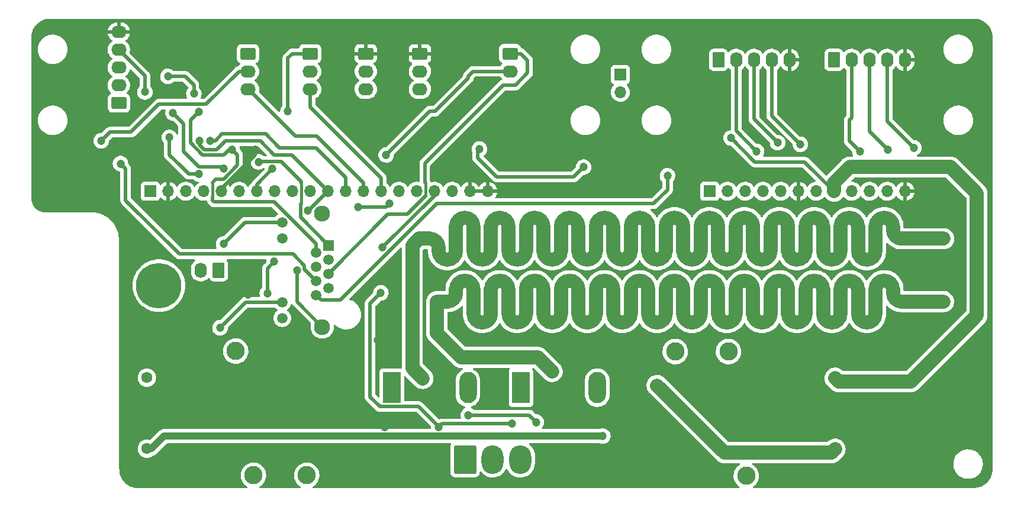
<source format=gbl>
%TF.GenerationSoftware,KiCad,Pcbnew,5.99.0-unknown-47cb7f53fd~143~ubuntu20.04.1*%
%TF.CreationDate,2021-11-23T21:24:53-08:00*%
%TF.ProjectId,acorn-odrive-interface,61636f72-6e2d-46f6-9472-6976652d696e,rev?*%
%TF.SameCoordinates,Original*%
%TF.FileFunction,Copper,L2,Bot*%
%TF.FilePolarity,Positive*%
%FSLAX46Y46*%
G04 Gerber Fmt 4.6, Leading zero omitted, Abs format (unit mm)*
G04 Created by KiCad (PCBNEW 5.99.0-unknown-47cb7f53fd~143~ubuntu20.04.1) date 2021-11-23 21:24:53*
%MOMM*%
%LPD*%
G01*
G04 APERTURE LIST*
G04 Aperture macros list*
%AMRoundRect*
0 Rectangle with rounded corners*
0 $1 Rounding radius*
0 $2 $3 $4 $5 $6 $7 $8 $9 X,Y pos of 4 corners*
0 Add a 4 corners polygon primitive as box body*
4,1,4,$2,$3,$4,$5,$6,$7,$8,$9,$2,$3,0*
0 Add four circle primitives for the rounded corners*
1,1,$1+$1,$2,$3*
1,1,$1+$1,$4,$5*
1,1,$1+$1,$6,$7*
1,1,$1+$1,$8,$9*
0 Add four rect primitives between the rounded corners*
20,1,$1+$1,$2,$3,$4,$5,0*
20,1,$1+$1,$4,$5,$6,$7,0*
20,1,$1+$1,$6,$7,$8,$9,0*
20,1,$1+$1,$8,$9,$2,$3,0*%
G04 Aperture macros list end*
%TA.AperFunction,ComponentPad*%
%ADD10RoundRect,0.250000X-0.845000X0.620000X-0.845000X-0.620000X0.845000X-0.620000X0.845000X0.620000X0*%
%TD*%
%TA.AperFunction,ComponentPad*%
%ADD11O,2.190000X1.740000*%
%TD*%
%TA.AperFunction,ComponentPad*%
%ADD12R,1.500000X1.500000*%
%TD*%
%TA.AperFunction,ComponentPad*%
%ADD13C,1.500000*%
%TD*%
%TA.AperFunction,ComponentPad*%
%ADD14C,2.300000*%
%TD*%
%TA.AperFunction,ComponentPad*%
%ADD15RoundRect,0.250000X0.620000X0.845000X-0.620000X0.845000X-0.620000X-0.845000X0.620000X-0.845000X0*%
%TD*%
%TA.AperFunction,ComponentPad*%
%ADD16O,1.740000X2.190000*%
%TD*%
%TA.AperFunction,ComponentPad*%
%ADD17RoundRect,0.250000X-0.620000X-0.845000X0.620000X-0.845000X0.620000X0.845000X-0.620000X0.845000X0*%
%TD*%
%TA.AperFunction,ComponentPad*%
%ADD18R,1.700000X1.700000*%
%TD*%
%TA.AperFunction,ComponentPad*%
%ADD19O,1.700000X1.700000*%
%TD*%
%TA.AperFunction,ComponentPad*%
%ADD20C,2.616200*%
%TD*%
%TA.AperFunction,ComponentPad*%
%ADD21C,1.600200*%
%TD*%
%TA.AperFunction,ComponentPad*%
%ADD22RoundRect,0.250000X0.845000X-0.620000X0.845000X0.620000X-0.845000X0.620000X-0.845000X-0.620000X0*%
%TD*%
%TA.AperFunction,ComponentPad*%
%ADD23RoundRect,0.250000X-1.330000X-1.800000X1.330000X-1.800000X1.330000X1.800000X-1.330000X1.800000X0*%
%TD*%
%TA.AperFunction,ComponentPad*%
%ADD24O,3.160000X4.100000*%
%TD*%
%TA.AperFunction,ComponentPad*%
%ADD25R,2.500000X4.500000*%
%TD*%
%TA.AperFunction,ComponentPad*%
%ADD26O,2.500000X4.500000*%
%TD*%
%TA.AperFunction,ComponentPad*%
%ADD27C,6.500000*%
%TD*%
%TA.AperFunction,ViaPad*%
%ADD28C,1.200000*%
%TD*%
%TA.AperFunction,Conductor*%
%ADD29C,0.500000*%
%TD*%
%TA.AperFunction,Conductor*%
%ADD30C,0.400000*%
%TD*%
%TA.AperFunction,Conductor*%
%ADD31C,2.000000*%
%TD*%
%TA.AperFunction,Conductor*%
%ADD32C,1.000000*%
%TD*%
G04 APERTURE END LIST*
D10*
X110490000Y-73025000D03*
D11*
X110490000Y-75565000D03*
X110490000Y-78105000D03*
D10*
X119380000Y-73025000D03*
D11*
X119380000Y-75565000D03*
X119380000Y-78105000D03*
D10*
X127340000Y-73025000D03*
D11*
X127340000Y-75565000D03*
X127340000Y-78105000D03*
D10*
X135090000Y-73025000D03*
D11*
X135090000Y-75565000D03*
X135090000Y-78105000D03*
D10*
X147980000Y-73000000D03*
D11*
X147980000Y-75540000D03*
D12*
X122000000Y-100436000D03*
D13*
X120220000Y-101452000D03*
X122000000Y-102468000D03*
X120220000Y-103484000D03*
X122000000Y-104500000D03*
X120220000Y-105516000D03*
X122000000Y-106532000D03*
X120220000Y-107548000D03*
X115400000Y-97136000D03*
X115400000Y-99426000D03*
X115400000Y-108566000D03*
X115400000Y-110856000D03*
D14*
X121110000Y-112126000D03*
X121110000Y-95866000D03*
D15*
X106270000Y-104000000D03*
D16*
X103730000Y-104000000D03*
D17*
X194310000Y-73914000D03*
D16*
X196850000Y-73914000D03*
X199390000Y-73914000D03*
X201930000Y-73914000D03*
X204470000Y-73914000D03*
D18*
X176530000Y-92710000D03*
D19*
X179070000Y-92710000D03*
X181610000Y-92710000D03*
X184150000Y-92710000D03*
X186690000Y-92710000D03*
X189230000Y-92710000D03*
X191770000Y-92710000D03*
X194310000Y-92710000D03*
X196850000Y-92710000D03*
X199390000Y-92710000D03*
X201930000Y-92710000D03*
X204470000Y-92710000D03*
D17*
X177800000Y-73914000D03*
D16*
X180340000Y-73914000D03*
X182880000Y-73914000D03*
X185420000Y-73914000D03*
X187960000Y-73914000D03*
D18*
X163750000Y-76000000D03*
D19*
X163750000Y-78540000D03*
D20*
X118895200Y-133356500D03*
X111275200Y-133356500D03*
X108735200Y-115576500D03*
D21*
X96035200Y-129546500D03*
X96035200Y-119386500D03*
D20*
X171604800Y-115643500D03*
X179224800Y-115643500D03*
X181764800Y-133423500D03*
D21*
X194464800Y-119453500D03*
X194464800Y-129613500D03*
D22*
X92020000Y-80080000D03*
D11*
X92020000Y-77540000D03*
X92020000Y-75000000D03*
X92020000Y-72460000D03*
X92020000Y-69920000D03*
D23*
X141540000Y-131105000D03*
D24*
X145500000Y-131105000D03*
X149460000Y-131105000D03*
D25*
X149550000Y-120820000D03*
D26*
X160450000Y-120820000D03*
D25*
X131050000Y-120820000D03*
D26*
X141950000Y-120820000D03*
D27*
X97750000Y-106210000D03*
D18*
X96520000Y-92710000D03*
D19*
X99060000Y-92710000D03*
X101600000Y-92710000D03*
X104140000Y-92710000D03*
X106680000Y-92710000D03*
X109220000Y-92710000D03*
X111760000Y-92710000D03*
X114300000Y-92710000D03*
X116840000Y-92710000D03*
X119380000Y-92710000D03*
X121920000Y-92710000D03*
X124460000Y-92710000D03*
X127000000Y-92710000D03*
X129540000Y-92710000D03*
X132080000Y-92710000D03*
X134620000Y-92710000D03*
X137160000Y-92710000D03*
X139700000Y-92710000D03*
X142240000Y-92710000D03*
X144780000Y-92710000D03*
D28*
X111500000Y-86750000D03*
X130029700Y-126450500D03*
X155000000Y-88500000D03*
X110500000Y-107500000D03*
X151500000Y-93000000D03*
X110500000Y-95750000D03*
X206250000Y-84500000D03*
X99500000Y-78750000D03*
X155500000Y-84500000D03*
X129000000Y-114000000D03*
X154250000Y-125250000D03*
X149750000Y-81250000D03*
X190500000Y-83750000D03*
X167250000Y-130750000D03*
X103550001Y-85449999D03*
X114250000Y-102750000D03*
X113250000Y-107299500D03*
X119049500Y-95500000D03*
X105050001Y-85449999D03*
X89500000Y-85500000D03*
X116205000Y-81280000D03*
X114000000Y-89500000D03*
X148250000Y-126000000D03*
X129500000Y-107250000D03*
X129750000Y-100750000D03*
X137799148Y-126450500D03*
X92250000Y-88750000D03*
X99250000Y-85000000D03*
X103500000Y-90250000D03*
X95750000Y-78500000D03*
X107000000Y-89500000D03*
X112000000Y-88500000D03*
X99750000Y-81500000D03*
X99050000Y-76268750D03*
X108250000Y-86750000D03*
X103500000Y-81299500D03*
X102750000Y-78750000D03*
X143590000Y-86660000D03*
X158500000Y-89250000D03*
X170500000Y-90500000D03*
X130750000Y-94500000D03*
X130250000Y-87500000D03*
X126250000Y-95000000D03*
X107000000Y-100250000D03*
X106500000Y-112250000D03*
X183250000Y-87000000D03*
X198000000Y-87000000D03*
X186250000Y-85750000D03*
X202000000Y-86750000D03*
X189500000Y-86000000D03*
X205750000Y-86500000D03*
X179578000Y-85090000D03*
X161250000Y-127750000D03*
X117500000Y-104000000D03*
X169000000Y-120500000D03*
X151750000Y-125750000D03*
X142000000Y-124750000D03*
X210000000Y-99500000D03*
X207000000Y-99500000D03*
X134000000Y-117000000D03*
X135500000Y-119500000D03*
X134500000Y-118500000D03*
X208500000Y-99500000D03*
X152000000Y-116500000D03*
X154000000Y-118500000D03*
X207000000Y-108500000D03*
X153000000Y-117500000D03*
X208500000Y-108500000D03*
X210000000Y-108500000D03*
D29*
X106680000Y-92335766D02*
X111500000Y-87515766D01*
X111500000Y-87515766D02*
X111500000Y-86750000D01*
X106680000Y-92710000D02*
X106680000Y-92335766D01*
X114250000Y-87500000D02*
X116750000Y-87500000D01*
X113250000Y-107299500D02*
X113250000Y-103750000D01*
X119130000Y-95500000D02*
X119049500Y-95500000D01*
X107250000Y-85500000D02*
X112250000Y-85500000D01*
X103550001Y-85449999D02*
X103550001Y-86050001D01*
X113250000Y-103750000D02*
X114250000Y-102750000D01*
X106000000Y-86750000D02*
X107250000Y-85500000D01*
X120750000Y-91540000D02*
X121920000Y-92710000D01*
X104250000Y-86750000D02*
X106000000Y-86750000D01*
X121920000Y-92710000D02*
X119130000Y-95500000D01*
X116750000Y-87500000D02*
X120750000Y-91500000D01*
X103550001Y-86050001D02*
X104250000Y-86750000D01*
X112250000Y-85500000D02*
X114250000Y-87500000D01*
X120750000Y-91500000D02*
X120750000Y-91540000D01*
X113000000Y-84500000D02*
X106750000Y-84500000D01*
X120250000Y-86500000D02*
X115000000Y-86500000D01*
X105800001Y-85449999D02*
X105050001Y-85449999D01*
X106750000Y-84500000D02*
X105800001Y-85449999D01*
X124460000Y-92710000D02*
X124460000Y-90710000D01*
X124460000Y-90710000D02*
X120250000Y-86500000D01*
X115000000Y-86500000D02*
X113000000Y-84500000D01*
X127000000Y-92710000D02*
X127000000Y-91507919D01*
X117300009Y-84800009D02*
X110525000Y-78025000D01*
X110525000Y-78025000D02*
X110490000Y-78025000D01*
X127000000Y-91507919D02*
X120292090Y-84800009D01*
X120292090Y-84800009D02*
X117300009Y-84800009D01*
X119380000Y-80630000D02*
X119380000Y-78025000D01*
X129540000Y-90790000D02*
X119380000Y-80630000D01*
X129540000Y-92710000D02*
X129540000Y-90790000D01*
X93750000Y-84250000D02*
X97750000Y-80250000D01*
X89500000Y-85500000D02*
X90750000Y-84250000D01*
X109185000Y-75565000D02*
X110490000Y-75565000D01*
X97750000Y-80250000D02*
X104500000Y-80250000D01*
X104500000Y-80250000D02*
X109185000Y-75565000D01*
X90750000Y-84250000D02*
X93750000Y-84250000D01*
X116205000Y-73660000D02*
X116205000Y-81280000D01*
X118305000Y-73025000D02*
X116840000Y-73025000D01*
X111760000Y-92710000D02*
X111760000Y-91740000D01*
X116840000Y-73025000D02*
X116205000Y-73660000D01*
X111760000Y-91740000D02*
X114000000Y-89500000D01*
X119380000Y-73025000D02*
X118305000Y-73025000D01*
X137799148Y-126450500D02*
X137799148Y-126398170D01*
X129350489Y-123519511D02*
X127950489Y-122119511D01*
X134920489Y-123519511D02*
X129350489Y-123519511D01*
X137160000Y-93340000D02*
X129750000Y-100750000D01*
X138249648Y-126000000D02*
X137799148Y-126450500D01*
X127950489Y-122119511D02*
X127950489Y-108799511D01*
X137799148Y-126398170D02*
X134920489Y-123519511D01*
X148250000Y-126000000D02*
X138249648Y-126000000D01*
X137160000Y-92710000D02*
X137160000Y-93340000D01*
X127950489Y-108799511D02*
X129500000Y-107250000D01*
X93000000Y-89500000D02*
X93000000Y-94000000D01*
X118549501Y-103845501D02*
X120220000Y-105516000D01*
X92250000Y-88750000D02*
X93000000Y-89500000D01*
X116934719Y-101700499D02*
X118549501Y-103315281D01*
X118549501Y-103315281D02*
X118549501Y-103845501D01*
X93000000Y-94000000D02*
X100700499Y-101700499D01*
X100700499Y-101700499D02*
X116934719Y-101700499D01*
X99250000Y-87500000D02*
X101000000Y-89250000D01*
X101000000Y-89250000D02*
X102000000Y-90250000D01*
X102000000Y-90250000D02*
X103500000Y-90250000D01*
X99250000Y-85000000D02*
X99250000Y-87500000D01*
D30*
X118100000Y-94500000D02*
X118100000Y-93250000D01*
D29*
X117999989Y-94600011D02*
X118100000Y-94500000D01*
X101250000Y-87000000D02*
X103450489Y-89200489D01*
X118100000Y-91550000D02*
X118100000Y-91350000D01*
X118100000Y-91350000D02*
X115200499Y-88450499D01*
X117999989Y-96435989D02*
X117999989Y-94600011D01*
X103450489Y-89200489D02*
X106700489Y-89200489D01*
X115200499Y-88450499D02*
X112049501Y-88450499D01*
X122000000Y-100436000D02*
X117999989Y-96435989D01*
X101250000Y-83000000D02*
X101250000Y-87000000D01*
X112049501Y-88450499D02*
X112000000Y-88500000D01*
X95750000Y-76190000D02*
X92020000Y-72460000D01*
X99750000Y-81500000D02*
X101250000Y-83000000D01*
X106700489Y-89200489D02*
X107000000Y-89500000D01*
D30*
X118100000Y-93250000D02*
X118100000Y-91550000D01*
D29*
X95750000Y-78500000D02*
X95750000Y-76190000D01*
D30*
X105400000Y-93460489D02*
X105400000Y-91460489D01*
D29*
X109000000Y-89000000D02*
X109000000Y-87500000D01*
X105400000Y-94000000D02*
X105400000Y-93500000D01*
X107000000Y-91000000D02*
X109000000Y-89000000D01*
X108250000Y-86750000D02*
X107750000Y-86750000D01*
X102750000Y-78750000D02*
X102750000Y-77500000D01*
X120220000Y-100259634D02*
X114210366Y-94250000D01*
X101518750Y-76268750D02*
X99050000Y-76268750D01*
X107750000Y-86750000D02*
X107000000Y-87500000D01*
X104000000Y-87500000D02*
X102250000Y-85750000D01*
X105860489Y-91000000D02*
X107000000Y-91000000D01*
X102250000Y-82549500D02*
X103500000Y-81299500D01*
X120220000Y-101452000D02*
X120220000Y-100259634D01*
X102750000Y-77500000D02*
X101518750Y-76268750D01*
X105650000Y-94250000D02*
X105400000Y-94000000D01*
X105400000Y-91460489D02*
X105860489Y-91000000D01*
X107000000Y-87500000D02*
X104000000Y-87500000D01*
X102250000Y-85750000D02*
X102250000Y-82549500D01*
X109000000Y-87500000D02*
X108250000Y-86750000D01*
X114210366Y-94250000D02*
X105650000Y-94250000D01*
X146080001Y-90650001D02*
X143340000Y-87910000D01*
X157099999Y-90650001D02*
X146080001Y-90650001D01*
X158500000Y-89250000D02*
X157099999Y-90650001D01*
X143340000Y-87910000D02*
X143340000Y-86910000D01*
X143340000Y-86910000D02*
X143590000Y-86660000D01*
X170500000Y-92500000D02*
X170500000Y-90500000D01*
X123702000Y-108298000D02*
X137500000Y-94500000D01*
X137500000Y-94500000D02*
X160000000Y-94500000D01*
X160000000Y-94500000D02*
X168500000Y-94500000D01*
X168500000Y-94500000D02*
X170500000Y-92500000D01*
X120220000Y-107548000D02*
X120970000Y-108298000D01*
X120970000Y-108298000D02*
X123702000Y-108298000D01*
X148750000Y-77500000D02*
X150500000Y-75750000D01*
X149500000Y-73000000D02*
X147980000Y-73000000D01*
X135769511Y-88730489D02*
X147000000Y-77500000D01*
X122000000Y-104500000D02*
X130500000Y-96000000D01*
X150500000Y-75750000D02*
X150500000Y-74000000D01*
X133250000Y-96000000D02*
X135900000Y-93350000D01*
X130500000Y-96000000D02*
X133250000Y-96000000D01*
X135769511Y-91480489D02*
X135769511Y-88730489D01*
D30*
X135900000Y-93350000D02*
X135900000Y-91480489D01*
D29*
X147000000Y-77500000D02*
X148750000Y-77500000D01*
X150500000Y-74000000D02*
X149500000Y-73000000D01*
X137250000Y-81250000D02*
X142000000Y-76500000D01*
X142000000Y-76500000D02*
X142000000Y-76250000D01*
X126250000Y-95000000D02*
X130250000Y-95000000D01*
X142710000Y-75540000D02*
X147980000Y-75540000D01*
X142000000Y-76250000D02*
X142710000Y-75540000D01*
X130250000Y-87500000D02*
X136500000Y-81250000D01*
X136500000Y-81250000D02*
X137250000Y-81250000D01*
X130250000Y-95000000D02*
X130750000Y-94500000D01*
X110114000Y-97136000D02*
X115400000Y-97136000D01*
X107000000Y-100250000D02*
X110114000Y-97136000D01*
X110184000Y-108566000D02*
X115400000Y-108566000D01*
X106500000Y-112250000D02*
X110184000Y-108566000D01*
X180340000Y-84090000D02*
X180340000Y-73914000D01*
X183250000Y-87000000D02*
X180340000Y-84090000D01*
X196850000Y-82150000D02*
X196850000Y-73914000D01*
X198000000Y-87000000D02*
X196500000Y-85500000D01*
X196500000Y-82500000D02*
X196850000Y-82150000D01*
X196500000Y-85500000D02*
X196500000Y-82500000D01*
X186250000Y-85750000D02*
X182880000Y-82380000D01*
X182880000Y-82380000D02*
X182880000Y-73914000D01*
X202000000Y-86750000D02*
X199390000Y-84140000D01*
X199390000Y-84140000D02*
X199390000Y-73914000D01*
X189500000Y-86000000D02*
X185420000Y-81920000D01*
X185420000Y-81920000D02*
X185420000Y-73914000D01*
X205750000Y-86500000D02*
X201930000Y-82680000D01*
X201930000Y-82680000D02*
X201930000Y-73914000D01*
X179578000Y-85090000D02*
X182988000Y-88500000D01*
D31*
X194310000Y-91507919D02*
X194310000Y-92710000D01*
X214750000Y-110500000D02*
X214750000Y-93000000D01*
X205296500Y-119953500D02*
X214750000Y-110500000D01*
X194464800Y-119453500D02*
X194964800Y-119953500D01*
D29*
X190100000Y-88500000D02*
X194310000Y-92710000D01*
D31*
X196567919Y-89250000D02*
X194310000Y-91507919D01*
D32*
X96715200Y-129546500D02*
X98511700Y-127750000D01*
D31*
X214750000Y-93000000D02*
X211000000Y-89250000D01*
X194964800Y-119953500D02*
X205296500Y-119953500D01*
D32*
X98511700Y-127750000D02*
X161250000Y-127750000D01*
X96035200Y-129546500D02*
X96715200Y-129546500D01*
D31*
X211000000Y-89250000D02*
X196567919Y-89250000D01*
D29*
X182988000Y-88500000D02*
X190100000Y-88500000D01*
X117500000Y-104000000D02*
X117500000Y-108516000D01*
X117500000Y-108516000D02*
X121110000Y-112126000D01*
D31*
X178613500Y-130113500D02*
X193964800Y-130113500D01*
D29*
X142000000Y-124750000D02*
X150750000Y-124750000D01*
D31*
X169000000Y-120500000D02*
X178613500Y-130113500D01*
D29*
X150750000Y-124750000D02*
X151750000Y-125750000D01*
D31*
X193964800Y-130113500D02*
X194464800Y-129613500D01*
X175250000Y-97750000D02*
X175250000Y-99500000D01*
X142750000Y-101250000D02*
X142750000Y-99500000D01*
X195250000Y-99500000D02*
X195250000Y-101250000D01*
X134000000Y-100500000D02*
X134000000Y-118000000D01*
X140250000Y-97750000D02*
X140250000Y-99500000D01*
X147750000Y-99500000D02*
X147750000Y-97750000D01*
X180250000Y-99500000D02*
X180250000Y-101250000D01*
X195250000Y-97750000D02*
X195250000Y-99500000D01*
X155250000Y-99500000D02*
X155250000Y-101250000D01*
X172750000Y-101250000D02*
X172750000Y-99500000D01*
X135000000Y-99500000D02*
X134000000Y-100500000D01*
X190250000Y-99500000D02*
X190250000Y-101250000D01*
X177750000Y-99500000D02*
X177750000Y-97750000D01*
X170250000Y-99500000D02*
X170250000Y-101250000D01*
X157750000Y-99500000D02*
X157750000Y-97750000D01*
X142750000Y-99500000D02*
X142750000Y-97750000D01*
X147750000Y-101250000D02*
X147750000Y-99500000D01*
X180250000Y-97750000D02*
X180250000Y-99500000D01*
X192750000Y-99500000D02*
X192750000Y-97750000D01*
X150250000Y-99500000D02*
X150250000Y-101250000D01*
X157750000Y-101250000D02*
X157750000Y-99500000D01*
X177750000Y-101250000D02*
X177750000Y-99500000D01*
X145250000Y-97750000D02*
X145250000Y-99500000D01*
X137750000Y-101250000D02*
X137750000Y-100750000D01*
X185250000Y-99500000D02*
X185250000Y-101250000D01*
X140250000Y-99500000D02*
X140250000Y-101250000D01*
X187750000Y-101250000D02*
X187750000Y-99500000D01*
X160250000Y-99500000D02*
X160250000Y-101250000D01*
X200250000Y-97750000D02*
X200250000Y-98250000D01*
X160250000Y-97750000D02*
X160250000Y-99500000D01*
X136500000Y-99500000D02*
X135000000Y-99500000D01*
X197750000Y-99500000D02*
X197750000Y-97750000D01*
X182750000Y-101250000D02*
X182750000Y-99500000D01*
X165250000Y-99500000D02*
X165250000Y-101250000D01*
X152750000Y-99500000D02*
X152750000Y-97750000D01*
X162750000Y-99500000D02*
X162750000Y-97750000D01*
X192750000Y-101250000D02*
X192750000Y-99500000D01*
X185250000Y-97750000D02*
X185250000Y-99500000D01*
X167750000Y-99500000D02*
X167750000Y-97750000D01*
X145250000Y-99500000D02*
X145250000Y-101250000D01*
X172750000Y-99500000D02*
X172750000Y-97750000D01*
X197750000Y-101250000D02*
X197750000Y-99500000D01*
X187750000Y-99500000D02*
X187750000Y-97750000D01*
X150250000Y-97750000D02*
X150250000Y-99500000D01*
X202750000Y-98250000D02*
X202750000Y-97750000D01*
X162750000Y-101250000D02*
X162750000Y-99500000D01*
X170250000Y-97750000D02*
X170250000Y-99500000D01*
X165250000Y-97750000D02*
X165250000Y-99500000D01*
X210000000Y-99500000D02*
X204000000Y-99500000D01*
X167750000Y-101250000D02*
X167750000Y-99500000D01*
X134000000Y-118000000D02*
X135500000Y-119500000D01*
X155250000Y-97750000D02*
X155250000Y-99500000D01*
X175250000Y-99500000D02*
X175250000Y-101250000D01*
X190250000Y-97750000D02*
X190250000Y-99500000D01*
X182750000Y-99500000D02*
X182750000Y-97750000D01*
X200250000Y-98250000D02*
X200250000Y-101250000D01*
X152750000Y-101250000D02*
X152750000Y-99500000D01*
X161500000Y-96500000D02*
G75*
G02*
X162750000Y-97750000I-2J-1250002D01*
G01*
X182750000Y-101250000D02*
G75*
G03*
X184000000Y-102500000I1250002J2D01*
G01*
X144000000Y-102500000D02*
G75*
G03*
X145250000Y-101250000I-2J1250002D01*
G01*
X169000000Y-102500000D02*
G75*
G03*
X170250000Y-101250000I-2J1250002D01*
G01*
X159000000Y-102500000D02*
G75*
G03*
X160250000Y-101250000I-2J1250002D01*
G01*
X137750000Y-101250000D02*
G75*
G03*
X139000000Y-102500000I1250002J2D01*
G01*
X181500000Y-96500000D02*
G75*
G02*
X182750000Y-97750000I-2J-1250002D01*
G01*
X200250000Y-97750000D02*
G75*
G02*
X201500000Y-96500000I1250002J-2D01*
G01*
X192750000Y-101250000D02*
G75*
G03*
X194000000Y-102500000I1250002J2D01*
G01*
X176500000Y-96500000D02*
G75*
G02*
X177750000Y-97750000I-2J-1250002D01*
G01*
X149000000Y-102500000D02*
G75*
G03*
X150250000Y-101250000I-2J1250002D01*
G01*
X199000000Y-102500000D02*
G75*
G03*
X200250000Y-101250000I-2J1250002D01*
G01*
X156500000Y-96500000D02*
G75*
G02*
X157750000Y-97750000I-2J-1250002D01*
G01*
X191500000Y-96500000D02*
G75*
G02*
X192750000Y-97750000I-2J-1250002D01*
G01*
X141500000Y-96500000D02*
G75*
G02*
X142750000Y-97750000I-2J-1250002D01*
G01*
X189000000Y-102500000D02*
G75*
G03*
X190250000Y-101250000I-2J1250002D01*
G01*
X174000000Y-102500000D02*
G75*
G03*
X175250000Y-101250000I-2J1250002D01*
G01*
X172750000Y-101250000D02*
G75*
G03*
X174000000Y-102500000I1250002J2D01*
G01*
X180250000Y-97750000D02*
G75*
G02*
X181500000Y-96500000I1250002J-2D01*
G01*
X160250000Y-97750000D02*
G75*
G02*
X161500000Y-96500000I1250002J-2D01*
G01*
X179000000Y-102500000D02*
G75*
G03*
X180250000Y-101250000I-2J1250002D01*
G01*
X157750000Y-101250000D02*
G75*
G03*
X159000000Y-102500000I1250002J2D01*
G01*
X152750000Y-101250000D02*
G75*
G03*
X154000000Y-102500000I1250002J2D01*
G01*
X202750000Y-98250000D02*
G75*
G03*
X204000000Y-99500000I1250002J2D01*
G01*
X170250000Y-97750000D02*
G75*
G02*
X171500000Y-96500000I1250002J-2D01*
G01*
X142750000Y-101250000D02*
G75*
G03*
X144000000Y-102500000I1250002J2D01*
G01*
X187750000Y-101250000D02*
G75*
G03*
X189000000Y-102500000I1250002J2D01*
G01*
X196500000Y-96500000D02*
G75*
G02*
X197750000Y-97750000I-2J-1250002D01*
G01*
X162750000Y-101250000D02*
G75*
G03*
X164000000Y-102500000I1250002J2D01*
G01*
X154000000Y-102500000D02*
G75*
G03*
X155250000Y-101250000I-2J1250002D01*
G01*
X166500000Y-96500000D02*
G75*
G02*
X167750000Y-97750000I-2J-1250002D01*
G01*
X150250000Y-97750000D02*
G75*
G02*
X151500000Y-96500000I1250002J-2D01*
G01*
X201500000Y-96500000D02*
G75*
G02*
X202750000Y-97750000I-2J-1250002D01*
G01*
X197750000Y-101250000D02*
G75*
G03*
X199000000Y-102500000I1250002J2D01*
G01*
X195250000Y-97750000D02*
G75*
G02*
X196500000Y-96500000I1250002J-2D01*
G01*
X186500000Y-96500000D02*
G75*
G02*
X187750000Y-97750000I-2J-1250002D01*
G01*
X155250000Y-97750000D02*
G75*
G02*
X156500000Y-96500000I1250002J-2D01*
G01*
X165250000Y-97750000D02*
G75*
G02*
X166500000Y-96500000I1250002J-2D01*
G01*
X140250000Y-97750000D02*
G75*
G02*
X141500000Y-96500000I1250002J-2D01*
G01*
X184000000Y-102500000D02*
G75*
G03*
X185250000Y-101250000I-2J1250002D01*
G01*
X145250000Y-97750000D02*
G75*
G02*
X146500000Y-96500000I1250002J-2D01*
G01*
X177750000Y-101250000D02*
G75*
G03*
X179000000Y-102500000I1250002J2D01*
G01*
X164000000Y-102500000D02*
G75*
G03*
X165250000Y-101250000I-2J1250002D01*
G01*
X167750000Y-101250000D02*
G75*
G03*
X169000000Y-102500000I1250002J2D01*
G01*
X136500000Y-99500000D02*
G75*
G02*
X137750000Y-100750000I-2J-1250002D01*
G01*
X146500000Y-96500000D02*
G75*
G02*
X147750000Y-97750000I-2J-1250002D01*
G01*
X175250000Y-97750000D02*
G75*
G02*
X176500000Y-96500000I1250002J-2D01*
G01*
X151500000Y-96500000D02*
G75*
G02*
X152750000Y-97750000I-2J-1250002D01*
G01*
X171500000Y-96500000D02*
G75*
G02*
X172750000Y-97750000I-2J-1250002D01*
G01*
X139000000Y-102500000D02*
G75*
G03*
X140250000Y-101250000I-2J1250002D01*
G01*
X147750000Y-101250000D02*
G75*
G03*
X149000000Y-102500000I1250002J2D01*
G01*
X185250000Y-97750000D02*
G75*
G02*
X186500000Y-96500000I1250002J-2D01*
G01*
X194000000Y-102500000D02*
G75*
G03*
X195250000Y-101250000I-2J1250002D01*
G01*
X190250000Y-97750000D02*
G75*
G02*
X191500000Y-96500000I1250002J-2D01*
G01*
X182750000Y-108500000D02*
X182750000Y-106750000D01*
X170250000Y-108500000D02*
X170250000Y-110250000D01*
X165250000Y-106750000D02*
X165250000Y-108500000D01*
X197750000Y-108500000D02*
X197750000Y-106750000D01*
X145250000Y-106750000D02*
X145250000Y-108500000D01*
X150250000Y-106750000D02*
X150250000Y-108500000D01*
X192750000Y-110250000D02*
X192750000Y-108500000D01*
X185250000Y-108500000D02*
X185250000Y-110250000D01*
X202750000Y-107250000D02*
X202750000Y-106750000D01*
X210000000Y-108500000D02*
X204000000Y-108500000D01*
X195250000Y-108500000D02*
X195250000Y-110250000D01*
X157750000Y-108500000D02*
X157750000Y-106750000D01*
X142750000Y-110250000D02*
X142750000Y-108500000D01*
X180250000Y-106750000D02*
X180250000Y-108500000D01*
X160250000Y-106750000D02*
X160250000Y-108500000D01*
X200250000Y-106750000D02*
X200250000Y-107250000D01*
X139000000Y-108500000D02*
X137500000Y-108500000D01*
X195250000Y-106750000D02*
X195250000Y-108500000D01*
X167750000Y-108500000D02*
X167750000Y-106750000D01*
X185250000Y-106750000D02*
X185250000Y-108500000D01*
X140250000Y-106750000D02*
X140250000Y-107250000D01*
X177750000Y-110250000D02*
X177750000Y-108500000D01*
X187750000Y-110250000D02*
X187750000Y-108500000D01*
X152000000Y-116500000D02*
X154000000Y-118500000D01*
X155250000Y-106750000D02*
X155250000Y-108500000D01*
X162750000Y-110250000D02*
X162750000Y-108500000D01*
X152750000Y-108500000D02*
X152750000Y-106750000D01*
X137500000Y-108500000D02*
X137500000Y-113000000D01*
X192750000Y-108500000D02*
X192750000Y-106750000D01*
X197750000Y-110250000D02*
X197750000Y-108500000D01*
X190250000Y-108500000D02*
X190250000Y-110250000D01*
X177750000Y-108500000D02*
X177750000Y-106750000D01*
X147750000Y-108500000D02*
X147750000Y-106750000D01*
X170250000Y-106750000D02*
X170250000Y-108500000D01*
X152750000Y-110250000D02*
X152750000Y-108500000D01*
X157750000Y-110250000D02*
X157750000Y-108500000D01*
X137500000Y-113000000D02*
X141000000Y-116500000D01*
X145250000Y-108500000D02*
X145250000Y-110250000D01*
X150250000Y-108500000D02*
X150250000Y-110250000D01*
X187750000Y-108500000D02*
X187750000Y-106750000D01*
X160250000Y-108500000D02*
X160250000Y-110250000D01*
X141000000Y-116500000D02*
X152000000Y-116500000D01*
X172750000Y-108500000D02*
X172750000Y-106750000D01*
X167750000Y-110250000D02*
X167750000Y-108500000D01*
X175250000Y-106750000D02*
X175250000Y-108500000D01*
X200250000Y-107250000D02*
X200250000Y-110250000D01*
X147750000Y-110250000D02*
X147750000Y-108500000D01*
X142750000Y-108500000D02*
X142750000Y-106750000D01*
X175250000Y-108500000D02*
X175250000Y-110250000D01*
X182750000Y-110250000D02*
X182750000Y-108500000D01*
X165250000Y-108500000D02*
X165250000Y-110250000D01*
X162750000Y-108500000D02*
X162750000Y-106750000D01*
X190250000Y-106750000D02*
X190250000Y-108500000D01*
X180250000Y-108500000D02*
X180250000Y-110250000D01*
X172750000Y-110250000D02*
X172750000Y-108500000D01*
X155250000Y-108500000D02*
X155250000Y-110250000D01*
X140250000Y-106750000D02*
G75*
G02*
X141500000Y-105500000I1250002J-2D01*
G01*
X159000000Y-111500000D02*
G75*
G03*
X160250000Y-110250000I-2J1250002D01*
G01*
X180250000Y-106750000D02*
G75*
G02*
X181500000Y-105500000I1250002J-2D01*
G01*
X185250000Y-106750000D02*
G75*
G02*
X186500000Y-105500000I1250002J-2D01*
G01*
X199000000Y-111500000D02*
G75*
G03*
X200250000Y-110250000I-2J1250002D01*
G01*
X156500000Y-105500000D02*
G75*
G02*
X157750000Y-106750000I-2J-1250002D01*
G01*
X166500000Y-105500000D02*
G75*
G02*
X167750000Y-106750000I-2J-1250002D01*
G01*
X174000000Y-111500000D02*
G75*
G03*
X175250000Y-110250000I-2J1250002D01*
G01*
X162750000Y-110250000D02*
G75*
G03*
X164000000Y-111500000I1250002J2D01*
G01*
X201500000Y-105500000D02*
G75*
G02*
X202750000Y-106750000I-2J-1250002D01*
G01*
X192750000Y-110250000D02*
G75*
G03*
X194000000Y-111500000I1250002J2D01*
G01*
X141500000Y-105500000D02*
G75*
G02*
X142750000Y-106750000I-2J-1250002D01*
G01*
X202750000Y-107250000D02*
G75*
G03*
X204000000Y-108500000I1250002J2D01*
G01*
X177750000Y-110250000D02*
G75*
G03*
X179000000Y-111500000I1250002J2D01*
G01*
X197750000Y-110250000D02*
G75*
G03*
X199000000Y-111500000I1250002J2D01*
G01*
X169000000Y-111500000D02*
G75*
G03*
X170250000Y-110250000I-2J1250002D01*
G01*
X161500000Y-105500000D02*
G75*
G02*
X162750000Y-106750000I-2J-1250002D01*
G01*
X151500000Y-105500000D02*
G75*
G02*
X152750000Y-106750000I-2J-1250002D01*
G01*
X189000000Y-111500000D02*
G75*
G03*
X190250000Y-110250000I-2J1250002D01*
G01*
X190250000Y-106750000D02*
G75*
G02*
X191500000Y-105500000I1250002J-2D01*
G01*
X157750000Y-110250000D02*
G75*
G03*
X159000000Y-111500000I1250002J2D01*
G01*
X176500000Y-105500000D02*
G75*
G02*
X177750000Y-106750000I-2J-1250002D01*
G01*
X149000000Y-111500000D02*
G75*
G03*
X150250000Y-110250000I-2J1250002D01*
G01*
X187750000Y-110250000D02*
G75*
G03*
X189000000Y-111500000I1250002J2D01*
G01*
X155250000Y-106750000D02*
G75*
G02*
X156500000Y-105500000I1250002J-2D01*
G01*
X182750000Y-110250000D02*
G75*
G03*
X184000000Y-111500000I1250002J2D01*
G01*
X144000000Y-111500000D02*
G75*
G03*
X145250000Y-110250000I-2J1250002D01*
G01*
X152750000Y-110250000D02*
G75*
G03*
X154000000Y-111500000I1250002J2D01*
G01*
X186500000Y-105500000D02*
G75*
G02*
X187750000Y-106750000I-2J-1250002D01*
G01*
X179000000Y-111500000D02*
G75*
G03*
X180250000Y-110250000I-2J1250002D01*
G01*
X194000000Y-111500000D02*
G75*
G03*
X195250000Y-110250000I-2J1250002D01*
G01*
X154000000Y-111500000D02*
G75*
G03*
X155250000Y-110250000I-2J1250002D01*
G01*
X165250000Y-106750000D02*
G75*
G02*
X166500000Y-105500000I1250002J-2D01*
G01*
X142750000Y-110250000D02*
G75*
G03*
X144000000Y-111500000I1250002J2D01*
G01*
X184000000Y-111500000D02*
G75*
G03*
X185250000Y-110250000I-2J1250002D01*
G01*
X172750000Y-110250000D02*
G75*
G03*
X174000000Y-111500000I1250002J2D01*
G01*
X171500000Y-105500000D02*
G75*
G02*
X172750000Y-106750000I-2J-1250002D01*
G01*
X146500000Y-105500000D02*
G75*
G02*
X147750000Y-106750000I-2J-1250002D01*
G01*
X164000000Y-111500000D02*
G75*
G03*
X165250000Y-110250000I-2J1250002D01*
G01*
X139000000Y-108500000D02*
G75*
G03*
X140250000Y-107250000I-2J1250002D01*
G01*
X200250000Y-106750000D02*
G75*
G02*
X201500000Y-105500000I1250002J-2D01*
G01*
X170250000Y-106750000D02*
G75*
G02*
X171500000Y-105500000I1250002J-2D01*
G01*
X175250000Y-106750000D02*
G75*
G02*
X176500000Y-105500000I1250002J-2D01*
G01*
X145250000Y-106750000D02*
G75*
G02*
X146500000Y-105500000I1250002J-2D01*
G01*
X195250000Y-106750000D02*
G75*
G02*
X196500000Y-105500000I1250002J-2D01*
G01*
X191500000Y-105500000D02*
G75*
G02*
X192750000Y-106750000I-2J-1250002D01*
G01*
X160250000Y-106750000D02*
G75*
G02*
X161500000Y-105500000I1250002J-2D01*
G01*
X150250000Y-106750000D02*
G75*
G02*
X151500000Y-105500000I1250002J-2D01*
G01*
X181500000Y-105500000D02*
G75*
G02*
X182750000Y-106750000I-2J-1250002D01*
G01*
X196500000Y-105500000D02*
G75*
G02*
X197750000Y-106750000I-2J-1250002D01*
G01*
X167750000Y-110250000D02*
G75*
G03*
X169000000Y-111500000I1250002J2D01*
G01*
X147750000Y-110250000D02*
G75*
G03*
X149000000Y-111500000I1250002J2D01*
G01*
%TA.AperFunction,Conductor*%
G36*
X214295057Y-68009500D02*
G01*
X214309858Y-68011805D01*
X214309861Y-68011805D01*
X214318730Y-68013186D01*
X214327632Y-68012022D01*
X214327634Y-68012022D01*
X214331962Y-68011456D01*
X214336695Y-68010837D01*
X214360093Y-68009971D01*
X214616550Y-68024374D01*
X214630579Y-68025954D01*
X214911492Y-68073683D01*
X214925257Y-68076824D01*
X215199065Y-68155707D01*
X215212385Y-68160368D01*
X215475635Y-68269410D01*
X215488358Y-68275537D01*
X215597236Y-68335712D01*
X215737738Y-68413365D01*
X215749701Y-68420882D01*
X215926709Y-68546475D01*
X215982073Y-68585758D01*
X215993121Y-68594568D01*
X216205578Y-68784431D01*
X216215568Y-68794421D01*
X216261547Y-68845871D01*
X216405432Y-69006879D01*
X216414242Y-69017927D01*
X216579118Y-69250299D01*
X216586635Y-69262262D01*
X216724461Y-69511638D01*
X216730590Y-69524365D01*
X216839632Y-69787615D01*
X216844293Y-69800935D01*
X216888856Y-69955616D01*
X216923175Y-70074740D01*
X216926317Y-70088508D01*
X216966118Y-70322756D01*
X216974045Y-70369414D01*
X216975627Y-70383455D01*
X216989620Y-70632622D01*
X216988318Y-70659068D01*
X216988196Y-70659850D01*
X216988196Y-70659856D01*
X216986814Y-70668730D01*
X216987979Y-70677637D01*
X216990936Y-70700251D01*
X216992000Y-70716589D01*
X216992000Y-132445736D01*
X216990500Y-132465120D01*
X216986814Y-132488794D01*
X216988782Y-132503840D01*
X216989163Y-132506756D01*
X216990029Y-132530157D01*
X216975830Y-132783003D01*
X216975627Y-132786609D01*
X216974046Y-132800643D01*
X216928671Y-133067704D01*
X216926319Y-133081549D01*
X216923176Y-133095321D01*
X216844293Y-133369129D01*
X216839632Y-133382449D01*
X216731019Y-133644663D01*
X216730592Y-133645695D01*
X216724463Y-133658422D01*
X216683744Y-133732097D01*
X216586635Y-133907802D01*
X216579118Y-133919765D01*
X216414242Y-134152137D01*
X216405433Y-134163184D01*
X216289657Y-134292737D01*
X216215569Y-134375642D01*
X216205578Y-134385633D01*
X215993121Y-134575496D01*
X215982075Y-134584305D01*
X215975116Y-134589242D01*
X215749701Y-134749182D01*
X215737738Y-134756699D01*
X215488358Y-134894527D01*
X215475635Y-134900654D01*
X215212385Y-135009696D01*
X215199065Y-135014357D01*
X214925257Y-135093240D01*
X214911492Y-135096381D01*
X214630579Y-135144110D01*
X214616550Y-135145690D01*
X214535721Y-135150230D01*
X214367378Y-135159684D01*
X214340932Y-135158382D01*
X214340150Y-135158260D01*
X214340144Y-135158260D01*
X214331270Y-135156878D01*
X214322361Y-135158043D01*
X214322360Y-135158043D01*
X214299736Y-135161001D01*
X214283405Y-135162065D01*
X182848646Y-135163363D01*
X182780525Y-135143364D01*
X182734030Y-135089710D01*
X182723923Y-135019436D01*
X182753413Y-134954854D01*
X182782338Y-134930219D01*
X182831592Y-134899740D01*
X182831596Y-134899737D01*
X182835565Y-134897281D01*
X183004676Y-134754118D01*
X183038076Y-134725843D01*
X183038077Y-134725842D01*
X183041642Y-134722824D01*
X183103479Y-134652313D01*
X183216588Y-134523338D01*
X183216592Y-134523333D01*
X183219670Y-134519823D01*
X183262766Y-134452823D01*
X183363211Y-134296663D01*
X183363213Y-134296660D01*
X183365736Y-134292737D01*
X183476632Y-134046556D01*
X183529242Y-133860016D01*
X183548653Y-133791191D01*
X183548654Y-133791188D01*
X183549923Y-133786687D01*
X183572073Y-133612571D01*
X183583599Y-133521970D01*
X183583599Y-133521966D01*
X183583997Y-133518840D01*
X183584299Y-133507332D01*
X183586411Y-133426660D01*
X183586494Y-133423500D01*
X183583811Y-133387393D01*
X183566830Y-133158888D01*
X183566829Y-133158884D01*
X183566484Y-133154236D01*
X183506895Y-132890888D01*
X183409034Y-132639241D01*
X183336618Y-132512539D01*
X183277372Y-132408879D01*
X183277370Y-132408877D01*
X183275053Y-132404822D01*
X183107894Y-132192781D01*
X182911229Y-132007778D01*
X182689380Y-131853875D01*
X182689960Y-131853039D01*
X182644720Y-131804756D01*
X182631894Y-131734927D01*
X182634791Y-131727869D01*
X211386689Y-131727869D01*
X211403238Y-132014883D01*
X211404063Y-132019088D01*
X211404064Y-132019096D01*
X211418180Y-132091045D01*
X211458586Y-132296995D01*
X211459973Y-132301045D01*
X211459974Y-132301050D01*
X211550321Y-132564930D01*
X211551710Y-132568986D01*
X211680885Y-132825822D01*
X211843721Y-133062750D01*
X211846608Y-133065923D01*
X211846609Y-133065924D01*
X211993394Y-133227239D01*
X212037206Y-133275388D01*
X212040501Y-133278143D01*
X212040502Y-133278144D01*
X212254072Y-133456715D01*
X212257759Y-133459798D01*
X212501298Y-133612571D01*
X212763318Y-133730877D01*
X212767437Y-133732097D01*
X213034857Y-133811311D01*
X213034862Y-133811312D01*
X213038970Y-133812529D01*
X213043204Y-133813177D01*
X213043209Y-133813178D01*
X213240236Y-133843327D01*
X213323153Y-133856015D01*
X213469485Y-133858314D01*
X213606317Y-133860464D01*
X213606323Y-133860464D01*
X213610608Y-133860531D01*
X213614860Y-133860016D01*
X213614868Y-133860016D01*
X213891756Y-133826508D01*
X213891761Y-133826507D01*
X213896017Y-133825992D01*
X214174097Y-133753039D01*
X214439704Y-133643021D01*
X214687922Y-133497974D01*
X214914159Y-133320582D01*
X214921632Y-133312871D01*
X215044118Y-133186475D01*
X215114227Y-133114128D01*
X215116760Y-133110680D01*
X215116764Y-133110675D01*
X215278213Y-132890888D01*
X215284425Y-132882431D01*
X215313242Y-132829357D01*
X215419554Y-132633555D01*
X215419555Y-132633553D01*
X215421604Y-132629779D01*
X215474878Y-132488794D01*
X215521707Y-132364866D01*
X215521708Y-132364862D01*
X215523225Y-132360848D01*
X215577795Y-132122581D01*
X215586449Y-132084797D01*
X215586450Y-132084793D01*
X215587407Y-132080613D01*
X215593908Y-132007778D01*
X215612743Y-131796726D01*
X215612743Y-131796724D01*
X215612963Y-131794260D01*
X215613013Y-131789540D01*
X215613401Y-131752484D01*
X215613401Y-131752483D01*
X215613427Y-131750000D01*
X215613258Y-131747520D01*
X215594165Y-131467452D01*
X215594164Y-131467446D01*
X215593873Y-131463175D01*
X215592116Y-131454688D01*
X215536443Y-131185855D01*
X215535574Y-131181658D01*
X215439607Y-130910657D01*
X215307750Y-130655188D01*
X215294488Y-130636317D01*
X215194785Y-130494455D01*
X215142441Y-130419977D01*
X214994539Y-130260816D01*
X214949661Y-130212521D01*
X214949658Y-130212519D01*
X214946740Y-130209378D01*
X214724268Y-130027287D01*
X214479142Y-129877073D01*
X214461048Y-129869130D01*
X214219830Y-129763243D01*
X214215898Y-129761517D01*
X214189963Y-129754129D01*
X213943534Y-129683932D01*
X213943535Y-129683932D01*
X213939406Y-129682756D01*
X213697934Y-129648390D01*
X213659036Y-129642854D01*
X213659034Y-129642854D01*
X213654784Y-129642249D01*
X213650495Y-129642227D01*
X213650488Y-129642226D01*
X213371583Y-129640765D01*
X213371576Y-129640765D01*
X213367297Y-129640743D01*
X213363053Y-129641302D01*
X213363049Y-129641302D01*
X213237660Y-129657810D01*
X213082266Y-129678268D01*
X213078126Y-129679401D01*
X213078124Y-129679401D01*
X213035177Y-129691150D01*
X212804964Y-129754129D01*
X212801016Y-129755813D01*
X212544476Y-129865237D01*
X212544472Y-129865239D01*
X212540524Y-129866923D01*
X212453598Y-129918947D01*
X212297521Y-130012357D01*
X212297517Y-130012360D01*
X212293839Y-130014561D01*
X212069472Y-130194313D01*
X211972932Y-130296045D01*
X211880860Y-130393069D01*
X211871577Y-130402851D01*
X211703814Y-130636317D01*
X211569288Y-130890392D01*
X211470489Y-131160373D01*
X211409245Y-131441264D01*
X211408909Y-131445534D01*
X211397223Y-131594026D01*
X211386689Y-131727869D01*
X182634791Y-131727869D01*
X182658856Y-131669249D01*
X182717046Y-131628574D01*
X182757214Y-131622000D01*
X193940784Y-131622000D01*
X193944302Y-131622049D01*
X194038950Y-131624693D01*
X194038953Y-131624693D01*
X194044005Y-131624834D01*
X194121898Y-131614441D01*
X194128439Y-131613742D01*
X194157132Y-131611433D01*
X194201723Y-131607846D01*
X194201727Y-131607845D01*
X194206765Y-131607440D01*
X194238678Y-131599601D01*
X194252058Y-131597074D01*
X194284620Y-131592729D01*
X194289461Y-131591268D01*
X194289463Y-131591267D01*
X194359829Y-131570022D01*
X194366192Y-131568281D01*
X194379827Y-131564932D01*
X194442506Y-131549537D01*
X194472752Y-131536699D01*
X194485563Y-131532061D01*
X194512162Y-131524030D01*
X194517008Y-131522567D01*
X194521556Y-131520349D01*
X194521563Y-131520346D01*
X194587618Y-131488129D01*
X194593620Y-131485393D01*
X194655849Y-131458978D01*
X194665956Y-131454688D01*
X194693756Y-131437181D01*
X194705660Y-131430555D01*
X194735188Y-131416154D01*
X194799400Y-131370857D01*
X194804886Y-131367199D01*
X194867086Y-131328029D01*
X194867087Y-131328028D01*
X194871367Y-131325333D01*
X194875156Y-131321992D01*
X194875162Y-131321988D01*
X194896017Y-131303602D01*
X194906712Y-131295156D01*
X194919822Y-131285908D01*
X194933547Y-131276226D01*
X194955050Y-131256591D01*
X194994766Y-131216875D01*
X195000536Y-131211456D01*
X195049658Y-131168150D01*
X195049661Y-131168147D01*
X195053455Y-131164802D01*
X195079979Y-131132511D01*
X195088249Y-131123392D01*
X195574605Y-130637036D01*
X195576231Y-130635126D01*
X195576237Y-130635119D01*
X195688992Y-130502632D01*
X195688994Y-130502630D01*
X195692270Y-130498780D01*
X195818021Y-130291142D01*
X195908955Y-130066071D01*
X195926132Y-129990467D01*
X195961615Y-129834287D01*
X195961616Y-129834284D01*
X195962735Y-129829356D01*
X195965846Y-129779919D01*
X195977660Y-129592141D01*
X195977978Y-129587087D01*
X195954289Y-129345498D01*
X195892281Y-129110804D01*
X195890225Y-129106186D01*
X195795605Y-128893668D01*
X195795604Y-128893666D01*
X195793546Y-128889044D01*
X195790779Y-128884816D01*
X195790776Y-128884810D01*
X195663396Y-128690153D01*
X195660627Y-128685921D01*
X195657213Y-128682182D01*
X195500354Y-128510399D01*
X195500350Y-128510395D01*
X195496942Y-128506663D01*
X195492978Y-128503521D01*
X195310669Y-128359025D01*
X195310667Y-128359024D01*
X195306702Y-128355881D01*
X195302289Y-128353414D01*
X195302285Y-128353412D01*
X195099218Y-128239921D01*
X195099213Y-128239919D01*
X195094803Y-128237454D01*
X194999589Y-128202799D01*
X194871457Y-128156163D01*
X194871455Y-128156162D01*
X194866695Y-128154430D01*
X194628247Y-128108944D01*
X194472749Y-128104600D01*
X194390650Y-128102307D01*
X194390647Y-128102307D01*
X194385595Y-128102166D01*
X194380582Y-128102835D01*
X194380580Y-128102835D01*
X194168326Y-128131156D01*
X194144980Y-128134271D01*
X194140139Y-128135733D01*
X194140137Y-128135733D01*
X193917443Y-128202968D01*
X193917439Y-128202970D01*
X193912592Y-128204433D01*
X193694412Y-128310846D01*
X193604281Y-128374427D01*
X193550952Y-128412047D01*
X193496053Y-128450774D01*
X193474550Y-128470409D01*
X193376864Y-128568095D01*
X193314552Y-128602121D01*
X193287769Y-128605000D01*
X179290531Y-128605000D01*
X179222410Y-128584998D01*
X179201436Y-128568095D01*
X170023536Y-119390195D01*
X170021626Y-119388569D01*
X170021619Y-119388563D01*
X169889132Y-119275808D01*
X169889130Y-119275806D01*
X169885280Y-119272530D01*
X169677642Y-119146779D01*
X169452571Y-119055845D01*
X169311229Y-119023733D01*
X169220787Y-119003185D01*
X169220784Y-119003184D01*
X169215856Y-119002065D01*
X169210809Y-119001747D01*
X169210806Y-119001747D01*
X168990350Y-118987877D01*
X168973587Y-118986822D01*
X168785524Y-119005263D01*
X168737025Y-119010018D01*
X168737024Y-119010018D01*
X168731998Y-119010511D01*
X168497304Y-119072519D01*
X168275544Y-119171254D01*
X168072422Y-119304174D01*
X167893164Y-119467858D01*
X167837792Y-119537720D01*
X167745527Y-119654129D01*
X167745523Y-119654135D01*
X167742382Y-119658098D01*
X167623955Y-119869998D01*
X167610612Y-119906657D01*
X167577274Y-119998253D01*
X167540930Y-120098105D01*
X167539982Y-120103074D01*
X167539981Y-120103078D01*
X167496393Y-120331578D01*
X167495444Y-120336553D01*
X167488666Y-120579205D01*
X167489335Y-120584218D01*
X167489335Y-120584220D01*
X167494416Y-120622302D01*
X167520771Y-120819820D01*
X167522233Y-120824661D01*
X167522233Y-120824663D01*
X167576888Y-121005688D01*
X167590933Y-121052208D01*
X167697346Y-121270388D01*
X167736148Y-121325393D01*
X167834514Y-121464834D01*
X167837274Y-121468747D01*
X167856909Y-121490250D01*
X177529825Y-131163166D01*
X177532279Y-131165688D01*
X177575560Y-131211456D01*
X177600832Y-131238181D01*
X177647101Y-131273556D01*
X177663257Y-131285908D01*
X177668392Y-131290052D01*
X177728220Y-131340970D01*
X177732545Y-131343589D01*
X177732550Y-131343593D01*
X177756324Y-131357991D01*
X177767571Y-131365663D01*
X177793674Y-131385620D01*
X177854755Y-131418371D01*
X177862901Y-131422739D01*
X177868626Y-131426004D01*
X177935858Y-131466721D01*
X177966317Y-131479027D01*
X177978658Y-131484807D01*
X178007609Y-131500331D01*
X178012390Y-131501977D01*
X178012394Y-131501979D01*
X178081901Y-131525912D01*
X178088079Y-131528222D01*
X178121382Y-131541677D01*
X178160929Y-131557655D01*
X178165869Y-131558777D01*
X178165868Y-131558777D01*
X178192960Y-131564932D01*
X178206059Y-131568663D01*
X178237131Y-131579362D01*
X178314600Y-131592743D01*
X178321004Y-131594023D01*
X178397644Y-131611435D01*
X178430453Y-131613499D01*
X178443953Y-131615085D01*
X178476336Y-131620679D01*
X178480293Y-131620859D01*
X178480296Y-131620859D01*
X178504006Y-131621936D01*
X178504025Y-131621936D01*
X178505425Y-131622000D01*
X178561608Y-131622000D01*
X178569519Y-131622249D01*
X178639913Y-131626678D01*
X178681492Y-131622601D01*
X178693788Y-131622000D01*
X180777214Y-131622000D01*
X180845335Y-131642002D01*
X180891828Y-131695658D01*
X180901932Y-131765932D01*
X180872438Y-131830512D01*
X180846300Y-131853371D01*
X180778398Y-131897890D01*
X180659736Y-131975687D01*
X180659731Y-131975691D01*
X180655823Y-131978253D01*
X180454383Y-132158045D01*
X180281731Y-132365637D01*
X180279308Y-132369630D01*
X180156011Y-132572817D01*
X180141659Y-132596468D01*
X180139852Y-132600776D01*
X180139852Y-132600777D01*
X180045641Y-132825444D01*
X180037244Y-132845468D01*
X180036093Y-132850000D01*
X180036092Y-132850003D01*
X180017323Y-132923907D01*
X179970782Y-133107166D01*
X179943730Y-133375814D01*
X179943954Y-133380480D01*
X179943954Y-133380486D01*
X179949654Y-133499134D01*
X179956685Y-133645509D01*
X180009360Y-133910327D01*
X180100600Y-134164450D01*
X180228399Y-134402295D01*
X180389950Y-134618639D01*
X180393259Y-134621919D01*
X180393264Y-134621925D01*
X180516902Y-134744488D01*
X180581704Y-134808727D01*
X180585466Y-134811485D01*
X180585469Y-134811488D01*
X180708072Y-134901384D01*
X180747399Y-134930219D01*
X180755066Y-134935841D01*
X180798174Y-134992252D01*
X180803941Y-135063014D01*
X180770536Y-135125660D01*
X180708564Y-135160302D01*
X180680566Y-135163453D01*
X119866572Y-135165964D01*
X119798452Y-135145965D01*
X119751957Y-135092311D01*
X119741850Y-135022037D01*
X119771340Y-134957455D01*
X119800265Y-134932820D01*
X119961992Y-134832740D01*
X119961996Y-134832737D01*
X119965965Y-134830281D01*
X120172042Y-134655824D01*
X120234762Y-134584306D01*
X120346988Y-134456338D01*
X120346992Y-134456333D01*
X120350070Y-134452823D01*
X120382571Y-134402295D01*
X120493611Y-134229663D01*
X120493613Y-134229660D01*
X120496136Y-134225737D01*
X120607032Y-133979556D01*
X120677167Y-133730877D01*
X120679053Y-133724191D01*
X120679054Y-133724188D01*
X120680323Y-133719687D01*
X120695988Y-133596550D01*
X120713999Y-133454970D01*
X120713999Y-133454966D01*
X120714397Y-133451840D01*
X120715057Y-133426660D01*
X120716266Y-133380486D01*
X120716894Y-133356500D01*
X120713996Y-133317498D01*
X120697230Y-133091888D01*
X120697229Y-133091884D01*
X120696884Y-133087236D01*
X120646823Y-132865997D01*
X120638327Y-132828448D01*
X120638326Y-132828446D01*
X120637295Y-132823888D01*
X120539434Y-132572241D01*
X120478000Y-132464754D01*
X120407772Y-132341879D01*
X120407770Y-132341877D01*
X120405453Y-132337822D01*
X120238294Y-132125781D01*
X120041629Y-131940778D01*
X119833980Y-131796726D01*
X119823622Y-131789540D01*
X119823619Y-131789538D01*
X119819780Y-131786875D01*
X119815590Y-131784809D01*
X119815587Y-131784807D01*
X119581807Y-131669520D01*
X119581804Y-131669519D01*
X119577619Y-131667455D01*
X119529741Y-131652129D01*
X119448688Y-131626184D01*
X119320466Y-131585140D01*
X119315859Y-131584390D01*
X119315856Y-131584389D01*
X119058582Y-131542489D01*
X119058583Y-131542489D01*
X119053971Y-131541738D01*
X118922965Y-131540023D01*
X118788665Y-131538265D01*
X118788662Y-131538265D01*
X118783988Y-131538204D01*
X118516449Y-131574614D01*
X118511959Y-131575923D01*
X118511953Y-131575924D01*
X118407966Y-131606234D01*
X118257229Y-131650170D01*
X118252982Y-131652128D01*
X118252979Y-131652129D01*
X118160129Y-131694934D01*
X118012025Y-131763211D01*
X118008116Y-131765774D01*
X117790136Y-131908687D01*
X117790131Y-131908691D01*
X117786223Y-131911253D01*
X117782731Y-131914370D01*
X117674919Y-132010596D01*
X117584783Y-132091045D01*
X117552843Y-132129449D01*
X117416996Y-132292788D01*
X117412131Y-132298637D01*
X117409708Y-132302630D01*
X117276472Y-132522196D01*
X117272059Y-132529468D01*
X117270252Y-132533776D01*
X117270252Y-132533777D01*
X117205581Y-132688000D01*
X117167644Y-132778468D01*
X117166493Y-132783000D01*
X117166492Y-132783003D01*
X117158280Y-132815340D01*
X117101182Y-133040166D01*
X117074130Y-133308814D01*
X117074354Y-133313480D01*
X117074354Y-133313486D01*
X117079488Y-133420351D01*
X117087085Y-133578509D01*
X117139760Y-133843327D01*
X117231000Y-134097450D01*
X117358799Y-134335295D01*
X117520350Y-134551639D01*
X117523659Y-134554919D01*
X117523664Y-134554925D01*
X117693035Y-134722824D01*
X117712104Y-134741727D01*
X117715866Y-134744485D01*
X117715869Y-134744488D01*
X117920137Y-134894263D01*
X117929849Y-134901384D01*
X117981456Y-134928536D01*
X118032427Y-134977954D01*
X118048590Y-135047086D01*
X118024811Y-135113982D01*
X117968641Y-135157403D01*
X117922792Y-135166043D01*
X114640991Y-135166179D01*
X112246064Y-135166278D01*
X112177944Y-135146279D01*
X112131449Y-135092625D01*
X112121342Y-135022351D01*
X112150832Y-134957769D01*
X112179757Y-134933134D01*
X112341992Y-134832740D01*
X112341996Y-134832737D01*
X112345965Y-134830281D01*
X112552042Y-134655824D01*
X112614762Y-134584306D01*
X112726988Y-134456338D01*
X112726992Y-134456333D01*
X112730070Y-134452823D01*
X112762571Y-134402295D01*
X112873611Y-134229663D01*
X112873613Y-134229660D01*
X112876136Y-134225737D01*
X112987032Y-133979556D01*
X113057167Y-133730877D01*
X113059053Y-133724191D01*
X113059054Y-133724188D01*
X113060323Y-133719687D01*
X113075988Y-133596550D01*
X113093999Y-133454970D01*
X113093999Y-133454966D01*
X113094397Y-133451840D01*
X113095057Y-133426660D01*
X113096266Y-133380486D01*
X113096894Y-133356500D01*
X113093996Y-133317498D01*
X113077230Y-133091888D01*
X113077229Y-133091884D01*
X113076884Y-133087236D01*
X113026823Y-132865997D01*
X113018327Y-132828448D01*
X113018326Y-132828446D01*
X113017295Y-132823888D01*
X112919434Y-132572241D01*
X112858000Y-132464754D01*
X112787772Y-132341879D01*
X112787770Y-132341877D01*
X112785453Y-132337822D01*
X112618294Y-132125781D01*
X112421629Y-131940778D01*
X112213980Y-131796726D01*
X112203622Y-131789540D01*
X112203619Y-131789538D01*
X112199780Y-131786875D01*
X112195590Y-131784809D01*
X112195587Y-131784807D01*
X111961807Y-131669520D01*
X111961804Y-131669519D01*
X111957619Y-131667455D01*
X111909741Y-131652129D01*
X111828688Y-131626184D01*
X111700466Y-131585140D01*
X111695859Y-131584390D01*
X111695856Y-131584389D01*
X111438582Y-131542489D01*
X111438583Y-131542489D01*
X111433971Y-131541738D01*
X111302965Y-131540023D01*
X111168665Y-131538265D01*
X111168662Y-131538265D01*
X111163988Y-131538204D01*
X110896449Y-131574614D01*
X110891959Y-131575923D01*
X110891953Y-131575924D01*
X110787966Y-131606234D01*
X110637229Y-131650170D01*
X110632982Y-131652128D01*
X110632979Y-131652129D01*
X110540129Y-131694934D01*
X110392025Y-131763211D01*
X110388116Y-131765774D01*
X110170136Y-131908687D01*
X110170131Y-131908691D01*
X110166223Y-131911253D01*
X110162731Y-131914370D01*
X110054919Y-132010596D01*
X109964783Y-132091045D01*
X109932843Y-132129449D01*
X109796996Y-132292788D01*
X109792131Y-132298637D01*
X109789708Y-132302630D01*
X109656472Y-132522196D01*
X109652059Y-132529468D01*
X109650252Y-132533776D01*
X109650252Y-132533777D01*
X109585581Y-132688000D01*
X109547644Y-132778468D01*
X109546493Y-132783000D01*
X109546492Y-132783003D01*
X109538280Y-132815340D01*
X109481182Y-133040166D01*
X109454130Y-133308814D01*
X109454354Y-133313480D01*
X109454354Y-133313486D01*
X109459488Y-133420351D01*
X109467085Y-133578509D01*
X109519760Y-133843327D01*
X109611000Y-134097450D01*
X109738799Y-134335295D01*
X109900350Y-134551639D01*
X109903659Y-134554919D01*
X109903664Y-134554925D01*
X110073035Y-134722824D01*
X110092104Y-134741727D01*
X110095866Y-134744485D01*
X110095869Y-134744488D01*
X110300137Y-134894263D01*
X110309849Y-134901384D01*
X110313984Y-134903560D01*
X110313988Y-134903562D01*
X110362054Y-134928851D01*
X110413027Y-134978271D01*
X110429189Y-135047404D01*
X110405410Y-135114300D01*
X110349238Y-135157720D01*
X110303393Y-135166359D01*
X94794383Y-135166999D01*
X94775005Y-135165500D01*
X94751334Y-135161814D01*
X94742432Y-135162978D01*
X94742430Y-135162978D01*
X94738102Y-135163544D01*
X94733369Y-135164163D01*
X94709971Y-135165029D01*
X94453514Y-135150626D01*
X94439485Y-135149046D01*
X94158572Y-135101317D01*
X94144807Y-135098176D01*
X93870999Y-135019293D01*
X93857679Y-135014632D01*
X93594429Y-134905590D01*
X93581706Y-134899463D01*
X93332326Y-134761635D01*
X93320363Y-134754118D01*
X93087991Y-134589242D01*
X93076943Y-134580432D01*
X93076694Y-134580209D01*
X92864485Y-134390568D01*
X92854495Y-134380578D01*
X92664632Y-134168121D01*
X92655822Y-134157073D01*
X92490946Y-133924701D01*
X92483429Y-133912738D01*
X92383592Y-133732097D01*
X92345601Y-133663358D01*
X92339474Y-133650635D01*
X92230432Y-133387385D01*
X92225771Y-133374065D01*
X92146888Y-133100257D01*
X92143745Y-133086485D01*
X92143099Y-133082682D01*
X92096018Y-132805579D01*
X92094437Y-132791545D01*
X92094160Y-132786609D01*
X92080651Y-132546068D01*
X92081973Y-132522196D01*
X92081893Y-132522189D01*
X92082103Y-132519847D01*
X92082200Y-132518096D01*
X92082329Y-132517332D01*
X92082329Y-132517327D01*
X92083135Y-132512539D01*
X92083288Y-132500000D01*
X92082599Y-132495189D01*
X92082598Y-132495173D01*
X92079241Y-132471734D01*
X92077968Y-132454140D01*
X92077910Y-132426544D01*
X92050223Y-119386500D01*
X94721601Y-119386500D01*
X94741558Y-119614604D01*
X94742982Y-119619917D01*
X94742982Y-119619919D01*
X94778190Y-119751315D01*
X94800821Y-119835777D01*
X94803143Y-119840758D01*
X94803144Y-119840759D01*
X94895264Y-120038312D01*
X94895267Y-120038317D01*
X94897590Y-120043299D01*
X94900746Y-120047806D01*
X94900747Y-120047808D01*
X95024040Y-120223888D01*
X95028925Y-120230865D01*
X95190835Y-120392775D01*
X95195343Y-120395932D01*
X95195346Y-120395934D01*
X95273399Y-120450587D01*
X95378400Y-120524110D01*
X95383382Y-120526433D01*
X95383387Y-120526436D01*
X95565672Y-120611436D01*
X95585923Y-120620879D01*
X95591231Y-120622301D01*
X95591233Y-120622302D01*
X95801781Y-120678718D01*
X95801783Y-120678718D01*
X95807096Y-120680142D01*
X96035200Y-120700099D01*
X96263304Y-120680142D01*
X96268617Y-120678718D01*
X96268619Y-120678718D01*
X96479167Y-120622302D01*
X96479169Y-120622301D01*
X96484477Y-120620879D01*
X96504728Y-120611436D01*
X96687013Y-120526436D01*
X96687018Y-120526433D01*
X96692000Y-120524110D01*
X96797001Y-120450587D01*
X96875054Y-120395934D01*
X96875057Y-120395932D01*
X96879565Y-120392775D01*
X97041475Y-120230865D01*
X97046361Y-120223888D01*
X97169653Y-120047808D01*
X97169654Y-120047806D01*
X97172810Y-120043299D01*
X97175133Y-120038317D01*
X97175136Y-120038312D01*
X97267256Y-119840759D01*
X97267257Y-119840758D01*
X97269579Y-119835777D01*
X97292211Y-119751315D01*
X97327418Y-119619919D01*
X97327418Y-119619917D01*
X97328842Y-119614604D01*
X97348799Y-119386500D01*
X97328842Y-119158396D01*
X97325729Y-119146779D01*
X97271002Y-118942533D01*
X97271001Y-118942531D01*
X97269579Y-118937223D01*
X97255324Y-118906652D01*
X97175136Y-118734688D01*
X97175133Y-118734683D01*
X97172810Y-118729701D01*
X97129902Y-118668422D01*
X97044634Y-118546646D01*
X97044632Y-118546643D01*
X97041475Y-118542135D01*
X96879565Y-118380225D01*
X96692000Y-118248890D01*
X96687018Y-118246567D01*
X96687013Y-118246564D01*
X96489459Y-118154444D01*
X96489458Y-118154444D01*
X96484477Y-118152121D01*
X96479169Y-118150699D01*
X96479167Y-118150698D01*
X96268619Y-118094282D01*
X96268617Y-118094282D01*
X96263304Y-118092858D01*
X96035200Y-118072901D01*
X95807096Y-118092858D01*
X95801783Y-118094282D01*
X95801781Y-118094282D01*
X95591233Y-118150698D01*
X95591231Y-118150699D01*
X95585923Y-118152121D01*
X95580942Y-118154443D01*
X95580941Y-118154444D01*
X95383388Y-118246564D01*
X95383383Y-118246567D01*
X95378401Y-118248890D01*
X95373894Y-118252046D01*
X95373892Y-118252047D01*
X95195346Y-118377066D01*
X95195343Y-118377068D01*
X95190835Y-118380225D01*
X95028925Y-118542135D01*
X95025768Y-118546643D01*
X95025766Y-118546646D01*
X94940498Y-118668422D01*
X94897590Y-118729701D01*
X94895267Y-118734683D01*
X94895264Y-118734688D01*
X94815076Y-118906652D01*
X94800821Y-118937223D01*
X94799399Y-118942531D01*
X94799398Y-118942533D01*
X94744671Y-119146779D01*
X94741558Y-119158396D01*
X94721601Y-119386500D01*
X92050223Y-119386500D01*
X92042032Y-115528814D01*
X106914130Y-115528814D01*
X106914354Y-115533480D01*
X106914354Y-115533486D01*
X106916572Y-115579660D01*
X106927085Y-115798509D01*
X106979760Y-116063327D01*
X107071000Y-116317450D01*
X107198799Y-116555295D01*
X107360350Y-116771639D01*
X107363659Y-116774919D01*
X107363664Y-116774925D01*
X107533035Y-116942824D01*
X107552104Y-116961727D01*
X107555866Y-116964485D01*
X107555869Y-116964488D01*
X107676230Y-117052740D01*
X107769849Y-117121384D01*
X107773984Y-117123560D01*
X107773988Y-117123562D01*
X107891939Y-117185619D01*
X108008801Y-117247103D01*
X108263711Y-117336121D01*
X108528978Y-117386484D01*
X108657140Y-117391519D01*
X108794108Y-117396901D01*
X108794113Y-117396901D01*
X108798776Y-117397084D01*
X108895566Y-117386484D01*
X109062524Y-117368200D01*
X109062530Y-117368199D01*
X109067177Y-117367690D01*
X109264855Y-117315646D01*
X109323763Y-117300137D01*
X109323765Y-117300136D01*
X109328286Y-117298946D01*
X109576365Y-117192362D01*
X109697694Y-117117281D01*
X109801992Y-117052740D01*
X109801996Y-117052737D01*
X109805965Y-117050281D01*
X110012042Y-116875824D01*
X110047931Y-116834901D01*
X110186988Y-116676338D01*
X110186992Y-116676333D01*
X110190070Y-116672823D01*
X110222571Y-116622295D01*
X110333611Y-116449663D01*
X110333613Y-116449660D01*
X110336136Y-116445737D01*
X110447032Y-116199556D01*
X110520323Y-115939687D01*
X110538877Y-115793836D01*
X110553999Y-115674970D01*
X110553999Y-115674966D01*
X110554397Y-115671840D01*
X110555057Y-115646660D01*
X110556811Y-115579660D01*
X110556894Y-115576500D01*
X110556660Y-115573351D01*
X110537230Y-115311888D01*
X110537229Y-115311884D01*
X110536884Y-115307236D01*
X110477295Y-115043888D01*
X110379434Y-114792241D01*
X110261351Y-114585637D01*
X110247772Y-114561879D01*
X110247770Y-114561877D01*
X110245453Y-114557822D01*
X110078294Y-114345781D01*
X109881629Y-114160778D01*
X109697109Y-114032771D01*
X109663622Y-114009540D01*
X109663619Y-114009538D01*
X109659780Y-114006875D01*
X109655590Y-114004809D01*
X109655587Y-114004807D01*
X109421807Y-113889520D01*
X109421804Y-113889519D01*
X109417619Y-113887455D01*
X109374227Y-113873565D01*
X109315036Y-113854618D01*
X109160466Y-113805140D01*
X109155859Y-113804390D01*
X109155856Y-113804389D01*
X108898582Y-113762489D01*
X108898583Y-113762489D01*
X108893971Y-113761738D01*
X108762965Y-113760023D01*
X108628665Y-113758265D01*
X108628662Y-113758265D01*
X108623988Y-113758204D01*
X108356449Y-113794614D01*
X108351959Y-113795923D01*
X108351953Y-113795924D01*
X108249335Y-113825835D01*
X108097229Y-113870170D01*
X108092982Y-113872128D01*
X108092979Y-113872129D01*
X108027564Y-113902286D01*
X107852025Y-113983211D01*
X107819086Y-114004807D01*
X107630136Y-114128687D01*
X107630131Y-114128691D01*
X107626223Y-114131253D01*
X107424783Y-114311045D01*
X107252131Y-114518637D01*
X107112059Y-114749468D01*
X107110252Y-114753776D01*
X107110252Y-114753777D01*
X107012528Y-114986822D01*
X107007644Y-114998468D01*
X107006493Y-115003000D01*
X107006492Y-115003003D01*
X106991724Y-115061153D01*
X106941182Y-115260166D01*
X106914130Y-115528814D01*
X92042032Y-115528814D01*
X92027209Y-108547120D01*
X92022219Y-106196864D01*
X93986693Y-106196864D01*
X93986843Y-106200045D01*
X94002756Y-106537475D01*
X94004631Y-106577237D01*
X94005103Y-106580394D01*
X94005103Y-106580396D01*
X94007340Y-106595366D01*
X94060916Y-106953850D01*
X94061702Y-106956932D01*
X94061702Y-106956934D01*
X94151255Y-107308263D01*
X94154972Y-107322847D01*
X94225419Y-107515352D01*
X94264385Y-107621831D01*
X94285836Y-107680450D01*
X94452169Y-108022998D01*
X94498863Y-108098602D01*
X94642169Y-108330634D01*
X94652266Y-108346983D01*
X94737805Y-108458460D01*
X94871015Y-108632062D01*
X94884080Y-108649089D01*
X95145237Y-108926222D01*
X95433063Y-109175545D01*
X95435673Y-109177380D01*
X95435679Y-109177384D01*
X95484337Y-109211581D01*
X95744611Y-109394504D01*
X96076691Y-109580859D01*
X96079605Y-109582126D01*
X96079609Y-109582128D01*
X96138621Y-109607787D01*
X96425904Y-109732701D01*
X96465542Y-109745351D01*
X96785629Y-109847504D01*
X96785637Y-109847506D01*
X96788673Y-109848475D01*
X96977423Y-109888251D01*
X97158166Y-109926340D01*
X97158171Y-109926341D01*
X97161285Y-109926997D01*
X97539925Y-109967462D01*
X97543112Y-109967479D01*
X97543118Y-109967479D01*
X97715791Y-109968383D01*
X97920716Y-109969456D01*
X98064092Y-109955650D01*
X98296594Y-109933263D01*
X98296599Y-109933262D01*
X98299759Y-109932958D01*
X98302879Y-109932335D01*
X98302883Y-109932334D01*
X98670045Y-109858968D01*
X98670044Y-109858968D01*
X98673173Y-109858343D01*
X98676209Y-109857409D01*
X98676217Y-109857407D01*
X99034090Y-109747310D01*
X99034094Y-109747309D01*
X99037135Y-109746373D01*
X99040070Y-109745133D01*
X99040076Y-109745131D01*
X99195860Y-109679325D01*
X99387918Y-109598197D01*
X99721932Y-109415330D01*
X100035756Y-109199644D01*
X100038195Y-109197576D01*
X100038201Y-109197571D01*
X100323736Y-108955420D01*
X100326177Y-108953350D01*
X100328383Y-108951058D01*
X100328389Y-108951052D01*
X100532505Y-108738943D01*
X100590221Y-108678967D01*
X100825186Y-108379305D01*
X100827405Y-108375796D01*
X101002639Y-108098602D01*
X101028665Y-108057433D01*
X101030085Y-108054585D01*
X101030090Y-108054576D01*
X101197155Y-107719494D01*
X101198575Y-107716646D01*
X101294409Y-107463028D01*
X101332053Y-107363407D01*
X101332054Y-107363404D01*
X101333177Y-107360432D01*
X101343791Y-107320544D01*
X101422620Y-107024280D01*
X101431092Y-106992440D01*
X101431845Y-106987744D01*
X101478206Y-106698295D01*
X101491318Y-106616437D01*
X101493405Y-106580251D01*
X101508207Y-106323527D01*
X101513238Y-106236273D01*
X101513330Y-106210000D01*
X101511885Y-106181468D01*
X101494225Y-105832865D01*
X101494224Y-105832860D01*
X101494064Y-105829692D01*
X101436465Y-105453277D01*
X101402898Y-105323483D01*
X101341918Y-105087691D01*
X101341915Y-105087683D01*
X101341121Y-105084611D01*
X101336487Y-105072082D01*
X101272313Y-104898598D01*
X101209010Y-104727467D01*
X101190366Y-104689409D01*
X101042889Y-104388370D01*
X101042885Y-104388362D01*
X101041483Y-104385501D01*
X100840255Y-104062217D01*
X100765213Y-103965124D01*
X100609340Y-103763447D01*
X100609335Y-103763442D01*
X100607388Y-103760922D01*
X100521376Y-103670284D01*
X100347465Y-103487019D01*
X100347462Y-103487016D01*
X100345266Y-103484702D01*
X100187168Y-103348716D01*
X100058987Y-103238463D01*
X100058984Y-103238461D01*
X100056572Y-103236386D01*
X99744261Y-103018515D01*
X99411532Y-102833321D01*
X99408612Y-102832063D01*
X99408607Y-102832061D01*
X99064726Y-102683962D01*
X99064716Y-102683958D01*
X99061792Y-102682699D01*
X98698620Y-102568191D01*
X98350822Y-102496165D01*
X98328861Y-102491617D01*
X98328858Y-102491617D01*
X98325736Y-102490970D01*
X98047836Y-102462253D01*
X97950113Y-102452154D01*
X97950110Y-102452154D01*
X97946957Y-102451828D01*
X97943790Y-102451822D01*
X97943781Y-102451822D01*
X97756199Y-102451495D01*
X97566162Y-102451163D01*
X97187249Y-102488983D01*
X97184114Y-102489621D01*
X97184113Y-102489621D01*
X96855287Y-102556522D01*
X96814098Y-102564902D01*
X96450529Y-102678141D01*
X96100265Y-102827541D01*
X96097477Y-102829080D01*
X96097475Y-102829081D01*
X96081315Y-102838002D01*
X95766891Y-103011573D01*
X95764270Y-103013388D01*
X95764265Y-103013391D01*
X95456446Y-103226536D01*
X95453822Y-103228353D01*
X95164263Y-103475660D01*
X95162066Y-103477959D01*
X95162065Y-103477960D01*
X95144041Y-103496821D01*
X94901178Y-103750963D01*
X94899221Y-103753476D01*
X94899220Y-103753478D01*
X94669747Y-104048250D01*
X94667261Y-104051443D01*
X94665565Y-104054147D01*
X94665562Y-104054151D01*
X94614654Y-104135305D01*
X94464906Y-104374023D01*
X94296186Y-104715401D01*
X94295072Y-104718382D01*
X94295071Y-104718383D01*
X94262068Y-104806653D01*
X94162829Y-105072082D01*
X94066199Y-105440414D01*
X94065706Y-105443563D01*
X94065704Y-105443572D01*
X94023033Y-105716065D01*
X94007286Y-105816625D01*
X94007115Y-105819791D01*
X94007114Y-105819796D01*
X94000167Y-105948076D01*
X93986693Y-106196864D01*
X92022219Y-106196864D01*
X92008099Y-99546372D01*
X92009447Y-99527722D01*
X92012509Y-99506956D01*
X92013220Y-99502136D01*
X92013119Y-99489596D01*
X92012331Y-99484791D01*
X92012139Y-99482541D01*
X92011196Y-99474395D01*
X92009686Y-99452237D01*
X91987358Y-99124623D01*
X91927777Y-98763670D01*
X91834032Y-98410047D01*
X91820031Y-98372240D01*
X91708025Y-98069801D01*
X91708023Y-98069796D01*
X91706980Y-98066980D01*
X91547778Y-97737599D01*
X91545874Y-97734463D01*
X91372026Y-97448204D01*
X91357878Y-97424908D01*
X91187420Y-97196593D01*
X91140807Y-97134159D01*
X91140805Y-97134157D01*
X91139015Y-97131759D01*
X91087620Y-97075116D01*
X90895198Y-96863049D01*
X90893183Y-96860828D01*
X90852093Y-96823430D01*
X90701441Y-96686317D01*
X90622625Y-96614584D01*
X90614936Y-96608825D01*
X90332230Y-96397087D01*
X90332223Y-96397082D01*
X90329810Y-96395275D01*
X90017408Y-96204901D01*
X89766831Y-96083318D01*
X89690976Y-96046512D01*
X89690968Y-96046509D01*
X89688269Y-96045199D01*
X89685457Y-96044153D01*
X89685453Y-96044151D01*
X89348211Y-95918672D01*
X89348204Y-95918670D01*
X89345396Y-95917625D01*
X88991916Y-95823343D01*
X88946597Y-95815792D01*
X88634020Y-95763707D01*
X88634012Y-95763706D01*
X88631053Y-95763213D01*
X88576975Y-95759445D01*
X88297159Y-95739948D01*
X88287228Y-95738660D01*
X88283437Y-95738237D01*
X88278652Y-95737324D01*
X88272081Y-95737101D01*
X88270983Y-95737063D01*
X88270979Y-95737063D01*
X88266120Y-95736898D01*
X88236360Y-95740500D01*
X88231510Y-95741087D01*
X88216370Y-95742000D01*
X81554264Y-95742000D01*
X81534879Y-95740500D01*
X81520078Y-95738195D01*
X81520075Y-95738195D01*
X81511206Y-95736814D01*
X81494937Y-95738941D01*
X81470369Y-95739734D01*
X81253170Y-95725498D01*
X81236830Y-95723347D01*
X81031004Y-95682406D01*
X80997463Y-95675734D01*
X80981553Y-95671471D01*
X80750450Y-95593022D01*
X80735226Y-95586716D01*
X80516344Y-95478776D01*
X80502070Y-95470535D01*
X80299153Y-95334950D01*
X80286078Y-95324917D01*
X80102589Y-95164002D01*
X80090934Y-95152347D01*
X79930019Y-94968858D01*
X79919986Y-94955783D01*
X79784401Y-94752866D01*
X79776160Y-94738592D01*
X79668220Y-94519710D01*
X79661913Y-94504484D01*
X79653962Y-94481062D01*
X79583465Y-94273383D01*
X79579201Y-94257470D01*
X79576025Y-94241500D01*
X79542874Y-94074841D01*
X79531589Y-94018106D01*
X79529438Y-94001766D01*
X79515910Y-93795376D01*
X79517083Y-93772218D01*
X79516765Y-93772189D01*
X79517200Y-93767333D01*
X79518007Y-93762539D01*
X79518160Y-93750000D01*
X79517471Y-93745189D01*
X79517470Y-93745173D01*
X79514199Y-93722334D01*
X79512926Y-93704499D01*
X79512915Y-93651115D01*
X79511165Y-85470859D01*
X88387132Y-85470859D01*
X88400457Y-85674151D01*
X88450605Y-85871610D01*
X88535898Y-86056624D01*
X88653479Y-86222997D01*
X88799410Y-86365157D01*
X88804206Y-86368362D01*
X88804209Y-86368364D01*
X88902860Y-86434280D01*
X88968803Y-86478342D01*
X88974106Y-86480620D01*
X88974109Y-86480622D01*
X89150680Y-86556483D01*
X89155987Y-86558763D01*
X89228817Y-86575243D01*
X89349055Y-86602450D01*
X89349060Y-86602451D01*
X89354692Y-86603725D01*
X89360463Y-86603952D01*
X89360465Y-86603952D01*
X89423470Y-86606427D01*
X89558263Y-86611723D01*
X89759883Y-86582490D01*
X89765347Y-86580635D01*
X89765352Y-86580634D01*
X89947327Y-86518862D01*
X89947332Y-86518860D01*
X89952799Y-86517004D01*
X89991737Y-86495198D01*
X90058440Y-86457842D01*
X90130551Y-86417458D01*
X90287186Y-86287186D01*
X90417458Y-86130551D01*
X90490570Y-86000000D01*
X90514180Y-85957842D01*
X90514181Y-85957840D01*
X90517004Y-85952799D01*
X90518860Y-85947332D01*
X90518862Y-85947327D01*
X90580634Y-85765352D01*
X90580635Y-85765347D01*
X90582490Y-85759883D01*
X90611723Y-85558263D01*
X90613024Y-85508591D01*
X90634803Y-85441017D01*
X90649886Y-85422795D01*
X91027276Y-85045405D01*
X91089588Y-85011379D01*
X91116371Y-85008500D01*
X93682930Y-85008500D01*
X93701880Y-85009933D01*
X93716115Y-85012099D01*
X93716119Y-85012099D01*
X93723349Y-85013199D01*
X93730641Y-85012606D01*
X93730644Y-85012606D01*
X93776018Y-85008915D01*
X93786233Y-85008500D01*
X93794293Y-85008500D01*
X93807583Y-85006951D01*
X93822507Y-85005211D01*
X93826882Y-85004778D01*
X93892339Y-84999454D01*
X93892342Y-84999453D01*
X93899637Y-84998860D01*
X93906601Y-84996604D01*
X93912560Y-84995413D01*
X93918415Y-84994029D01*
X93925681Y-84993182D01*
X93994327Y-84968265D01*
X93998455Y-84966848D01*
X94060936Y-84946607D01*
X94060938Y-84946606D01*
X94067899Y-84944351D01*
X94074154Y-84940555D01*
X94079628Y-84938049D01*
X94085058Y-84935330D01*
X94091937Y-84932833D01*
X94098058Y-84928820D01*
X94152976Y-84892814D01*
X94156680Y-84890477D01*
X94219107Y-84852595D01*
X94227484Y-84845197D01*
X94227508Y-84845224D01*
X94230500Y-84842571D01*
X94233733Y-84839868D01*
X94239852Y-84835856D01*
X94293128Y-84779617D01*
X94295506Y-84777175D01*
X98027276Y-81045405D01*
X98089588Y-81011379D01*
X98116371Y-81008500D01*
X98570765Y-81008500D01*
X98638886Y-81028502D01*
X98685379Y-81082158D01*
X98695483Y-81152432D01*
X98691097Y-81171865D01*
X98662792Y-81263019D01*
X98662789Y-81263032D01*
X98661078Y-81268543D01*
X98637132Y-81470859D01*
X98650457Y-81674151D01*
X98700605Y-81871610D01*
X98785898Y-82056624D01*
X98903479Y-82222997D01*
X98943452Y-82261937D01*
X99024009Y-82340412D01*
X99049410Y-82365157D01*
X99054206Y-82368362D01*
X99054209Y-82368364D01*
X99160570Y-82439432D01*
X99218803Y-82478342D01*
X99224106Y-82480620D01*
X99224109Y-82480622D01*
X99388579Y-82551284D01*
X99405987Y-82558763D01*
X99472066Y-82573715D01*
X99599055Y-82602450D01*
X99599060Y-82602451D01*
X99604692Y-82603725D01*
X99610463Y-82603952D01*
X99610465Y-82603952D01*
X99738980Y-82609001D01*
X99806263Y-82631662D01*
X99823128Y-82645809D01*
X100454595Y-83277276D01*
X100488621Y-83339588D01*
X100491500Y-83366371D01*
X100491500Y-84470669D01*
X100471498Y-84538790D01*
X100417842Y-84585283D01*
X100347568Y-84595387D01*
X100282988Y-84565893D01*
X100252494Y-84526397D01*
X100201756Y-84423510D01*
X100199201Y-84418329D01*
X100193197Y-84410288D01*
X100080758Y-84259715D01*
X100080758Y-84259714D01*
X100077305Y-84255091D01*
X99960568Y-84147180D01*
X99931943Y-84120719D01*
X99931940Y-84120717D01*
X99927703Y-84116800D01*
X99811586Y-84043536D01*
X99760288Y-84011169D01*
X99760283Y-84011167D01*
X99755404Y-84008088D01*
X99597186Y-83944965D01*
X99571549Y-83934737D01*
X99566180Y-83932595D01*
X99366366Y-83892849D01*
X99360592Y-83892773D01*
X99360588Y-83892773D01*
X99257452Y-83891424D01*
X99162655Y-83890183D01*
X99156958Y-83891162D01*
X99156957Y-83891162D01*
X98967567Y-83923705D01*
X98961870Y-83924684D01*
X98770734Y-83995198D01*
X98765773Y-83998150D01*
X98765772Y-83998150D01*
X98641286Y-84072212D01*
X98595649Y-84099363D01*
X98442478Y-84233690D01*
X98438911Y-84238215D01*
X98438906Y-84238220D01*
X98356425Y-84342848D01*
X98316351Y-84393681D01*
X98313662Y-84398792D01*
X98313660Y-84398795D01*
X98283591Y-84455947D01*
X98221492Y-84573978D01*
X98161078Y-84768543D01*
X98137132Y-84970859D01*
X98150457Y-85174151D01*
X98200605Y-85371610D01*
X98285898Y-85556624D01*
X98289231Y-85561340D01*
X98394988Y-85710982D01*
X98403479Y-85722997D01*
X98437778Y-85756409D01*
X98453421Y-85771648D01*
X98488259Y-85833509D01*
X98491500Y-85861902D01*
X98491500Y-87432930D01*
X98490067Y-87451880D01*
X98488259Y-87463767D01*
X98486801Y-87473349D01*
X98487394Y-87480641D01*
X98487394Y-87480644D01*
X98491085Y-87526018D01*
X98491500Y-87536233D01*
X98491500Y-87544293D01*
X98491925Y-87547937D01*
X98494789Y-87572507D01*
X98495222Y-87576882D01*
X98500451Y-87641162D01*
X98501140Y-87649637D01*
X98503396Y-87656601D01*
X98504587Y-87662560D01*
X98505971Y-87668415D01*
X98506818Y-87675681D01*
X98531735Y-87744327D01*
X98533152Y-87748455D01*
X98552359Y-87807742D01*
X98555649Y-87817899D01*
X98559445Y-87824154D01*
X98561951Y-87829628D01*
X98564670Y-87835058D01*
X98567167Y-87841937D01*
X98571180Y-87848057D01*
X98571180Y-87848058D01*
X98607186Y-87902976D01*
X98609523Y-87906680D01*
X98647405Y-87969107D01*
X98651121Y-87973315D01*
X98651122Y-87973316D01*
X98654803Y-87977484D01*
X98654776Y-87977508D01*
X98657429Y-87980500D01*
X98660132Y-87983733D01*
X98664144Y-87989852D01*
X98679443Y-88004345D01*
X98720383Y-88043128D01*
X98722825Y-88045506D01*
X101416230Y-90738911D01*
X101428616Y-90753323D01*
X101437149Y-90764918D01*
X101437154Y-90764923D01*
X101441492Y-90770818D01*
X101447070Y-90775557D01*
X101447073Y-90775560D01*
X101481768Y-90805035D01*
X101489284Y-90811965D01*
X101494980Y-90817661D01*
X101497841Y-90819924D01*
X101497846Y-90819929D01*
X101517266Y-90835293D01*
X101520667Y-90838082D01*
X101566307Y-90876856D01*
X101576285Y-90885333D01*
X101582805Y-90888662D01*
X101587852Y-90892028D01*
X101592976Y-90895193D01*
X101598717Y-90899735D01*
X101605348Y-90902834D01*
X101605351Y-90902836D01*
X101664830Y-90930634D01*
X101668782Y-90932565D01*
X101727236Y-90962413D01*
X101733808Y-90965769D01*
X101740914Y-90967508D01*
X101746564Y-90969609D01*
X101752321Y-90971524D01*
X101758950Y-90974622D01*
X101830435Y-90989491D01*
X101834701Y-90990457D01*
X101905610Y-91007808D01*
X101911212Y-91008156D01*
X101911215Y-91008156D01*
X101916764Y-91008500D01*
X101916762Y-91008535D01*
X101920734Y-91008775D01*
X101924955Y-91009152D01*
X101932115Y-91010641D01*
X102009542Y-91008546D01*
X102012950Y-91008500D01*
X102638696Y-91008500D01*
X102706817Y-91028502D01*
X102726618Y-91044246D01*
X102787048Y-91103114D01*
X102799410Y-91115157D01*
X102804206Y-91118362D01*
X102804209Y-91118364D01*
X102898687Y-91181492D01*
X102968803Y-91228342D01*
X102974106Y-91230620D01*
X102974109Y-91230622D01*
X103148874Y-91305707D01*
X103155987Y-91308763D01*
X103161622Y-91310038D01*
X103161625Y-91310039D01*
X103217973Y-91322789D01*
X103341838Y-91350816D01*
X103403864Y-91385358D01*
X103437369Y-91447952D01*
X103431715Y-91518723D01*
X103389683Y-91574469D01*
X103239272Y-91687401D01*
X103234965Y-91690635D01*
X103231393Y-91694373D01*
X103123729Y-91807037D01*
X103080629Y-91852138D01*
X102973201Y-92009621D01*
X102918293Y-92054621D01*
X102847768Y-92062792D01*
X102784021Y-92031538D01*
X102763324Y-92007054D01*
X102682822Y-91882617D01*
X102682820Y-91882614D01*
X102680014Y-91878277D01*
X102529670Y-91713051D01*
X102525619Y-91709852D01*
X102525615Y-91709848D01*
X102358414Y-91577800D01*
X102358410Y-91577798D01*
X102354359Y-91574598D01*
X102338029Y-91565583D01*
X102253141Y-91518723D01*
X102158789Y-91466638D01*
X102153920Y-91464914D01*
X102153916Y-91464912D01*
X101953087Y-91393795D01*
X101953083Y-91393794D01*
X101948212Y-91392069D01*
X101943119Y-91391162D01*
X101943116Y-91391161D01*
X101733373Y-91353800D01*
X101733367Y-91353799D01*
X101728284Y-91352894D01*
X101654452Y-91351992D01*
X101510081Y-91350228D01*
X101510079Y-91350228D01*
X101504911Y-91350165D01*
X101284091Y-91383955D01*
X101071756Y-91453357D01*
X101007976Y-91486559D01*
X100915748Y-91534570D01*
X100873607Y-91556507D01*
X100869474Y-91559610D01*
X100869471Y-91559612D01*
X100699272Y-91687401D01*
X100694965Y-91690635D01*
X100691393Y-91694373D01*
X100583729Y-91807037D01*
X100540629Y-91852138D01*
X100537720Y-91856403D01*
X100537714Y-91856411D01*
X100523381Y-91877422D01*
X100433114Y-92009750D01*
X100432898Y-92010066D01*
X100377987Y-92055069D01*
X100307462Y-92063240D01*
X100243715Y-92031986D01*
X100223018Y-92007502D01*
X100142426Y-91882926D01*
X100136136Y-91874757D01*
X99992806Y-91717240D01*
X99985273Y-91710215D01*
X99818139Y-91578222D01*
X99809552Y-91572517D01*
X99623117Y-91469599D01*
X99613705Y-91465369D01*
X99412959Y-91394280D01*
X99402988Y-91391646D01*
X99331837Y-91378972D01*
X99318540Y-91380432D01*
X99314000Y-91394989D01*
X99314000Y-94028517D01*
X99318064Y-94042359D01*
X99331478Y-94044393D01*
X99338184Y-94043534D01*
X99348262Y-94041392D01*
X99552255Y-93980191D01*
X99561842Y-93976433D01*
X99753095Y-93882739D01*
X99761945Y-93877464D01*
X99935328Y-93753792D01*
X99943200Y-93747139D01*
X100094052Y-93596812D01*
X100100730Y-93588965D01*
X100228022Y-93411819D01*
X100229279Y-93412722D01*
X100276373Y-93369362D01*
X100346311Y-93357145D01*
X100411751Y-93384678D01*
X100439579Y-93416511D01*
X100499987Y-93515088D01*
X100503367Y-93518990D01*
X100513210Y-93530353D01*
X100646250Y-93683938D01*
X100818126Y-93826632D01*
X101011000Y-93939338D01*
X101015825Y-93941180D01*
X101015826Y-93941181D01*
X101052737Y-93955276D01*
X101219692Y-94019030D01*
X101224760Y-94020061D01*
X101224763Y-94020062D01*
X101288297Y-94032988D01*
X101438597Y-94063567D01*
X101443772Y-94063757D01*
X101443774Y-94063757D01*
X101656673Y-94071564D01*
X101656677Y-94071564D01*
X101661837Y-94071753D01*
X101666957Y-94071097D01*
X101666959Y-94071097D01*
X101878288Y-94044025D01*
X101878289Y-94044025D01*
X101883416Y-94043368D01*
X101888369Y-94041882D01*
X102092429Y-93980661D01*
X102092434Y-93980659D01*
X102097384Y-93979174D01*
X102297994Y-93880896D01*
X102479860Y-93751173D01*
X102520700Y-93710476D01*
X102624152Y-93607384D01*
X102638096Y-93593489D01*
X102641116Y-93589287D01*
X102768453Y-93412077D01*
X102769776Y-93413028D01*
X102816645Y-93369857D01*
X102886580Y-93357625D01*
X102952026Y-93385144D01*
X102979875Y-93416994D01*
X103039987Y-93515088D01*
X103043367Y-93518990D01*
X103053210Y-93530353D01*
X103186250Y-93683938D01*
X103358126Y-93826632D01*
X103551000Y-93939338D01*
X103555825Y-93941180D01*
X103555826Y-93941181D01*
X103592737Y-93955276D01*
X103759692Y-94019030D01*
X103764760Y-94020061D01*
X103764763Y-94020062D01*
X103828297Y-94032988D01*
X103978597Y-94063567D01*
X103983772Y-94063757D01*
X103983774Y-94063757D01*
X104196673Y-94071564D01*
X104196677Y-94071564D01*
X104201837Y-94071753D01*
X104206957Y-94071097D01*
X104206959Y-94071097D01*
X104418288Y-94044025D01*
X104418289Y-94044025D01*
X104423416Y-94043368D01*
X104428367Y-94041883D01*
X104428370Y-94041882D01*
X104488111Y-94023959D01*
X104559106Y-94023543D01*
X104619057Y-94061575D01*
X104648928Y-94125982D01*
X104649903Y-94134429D01*
X104651140Y-94149637D01*
X104653396Y-94156601D01*
X104654587Y-94162560D01*
X104655971Y-94168415D01*
X104656818Y-94175681D01*
X104681735Y-94244327D01*
X104683152Y-94248455D01*
X104686073Y-94257470D01*
X104705649Y-94317899D01*
X104709445Y-94324154D01*
X104711951Y-94329628D01*
X104714670Y-94335058D01*
X104717167Y-94341937D01*
X104721180Y-94348057D01*
X104721180Y-94348058D01*
X104757186Y-94402976D01*
X104759523Y-94406680D01*
X104797405Y-94469107D01*
X104801121Y-94473315D01*
X104801122Y-94473316D01*
X104804803Y-94477484D01*
X104804776Y-94477508D01*
X104807429Y-94480500D01*
X104810132Y-94483733D01*
X104814144Y-94489852D01*
X104829590Y-94504484D01*
X104870383Y-94543128D01*
X104872825Y-94545506D01*
X105066230Y-94738911D01*
X105078616Y-94753323D01*
X105087149Y-94764918D01*
X105087154Y-94764923D01*
X105091492Y-94770818D01*
X105097070Y-94775557D01*
X105097073Y-94775560D01*
X105131768Y-94805035D01*
X105139284Y-94811965D01*
X105144979Y-94817660D01*
X105147861Y-94819940D01*
X105167251Y-94835281D01*
X105170655Y-94838072D01*
X105220703Y-94880591D01*
X105226285Y-94885333D01*
X105232801Y-94888661D01*
X105237850Y-94892028D01*
X105242979Y-94895195D01*
X105248716Y-94899734D01*
X105314875Y-94930655D01*
X105318769Y-94932558D01*
X105383808Y-94965769D01*
X105390916Y-94967508D01*
X105396559Y-94969607D01*
X105402322Y-94971524D01*
X105408950Y-94974622D01*
X105416112Y-94976112D01*
X105416113Y-94976112D01*
X105449748Y-94983108D01*
X105467667Y-94986835D01*
X105480412Y-94989486D01*
X105484696Y-94990456D01*
X105555610Y-95007808D01*
X105561212Y-95008156D01*
X105561215Y-95008156D01*
X105566764Y-95008500D01*
X105566762Y-95008536D01*
X105570755Y-95008775D01*
X105574947Y-95009149D01*
X105582115Y-95010640D01*
X105659520Y-95008546D01*
X105662928Y-95008500D01*
X113843995Y-95008500D01*
X113912116Y-95028502D01*
X113933090Y-95045405D01*
X114757027Y-95869342D01*
X114791053Y-95931654D01*
X114785988Y-96002469D01*
X114740203Y-96061650D01*
X114592473Y-96165092D01*
X114592470Y-96165094D01*
X114587962Y-96168251D01*
X114432251Y-96323962D01*
X114429094Y-96328471D01*
X114425716Y-96332496D01*
X114366605Y-96371819D01*
X114329198Y-96377500D01*
X110181070Y-96377500D01*
X110162120Y-96376067D01*
X110147885Y-96373901D01*
X110147881Y-96373901D01*
X110140651Y-96372801D01*
X110133359Y-96373394D01*
X110133356Y-96373394D01*
X110087982Y-96377085D01*
X110077767Y-96377500D01*
X110069707Y-96377500D01*
X110056417Y-96379049D01*
X110041493Y-96380789D01*
X110037118Y-96381222D01*
X109971661Y-96386546D01*
X109971658Y-96386547D01*
X109964363Y-96387140D01*
X109957399Y-96389396D01*
X109951440Y-96390587D01*
X109945585Y-96391971D01*
X109938319Y-96392818D01*
X109869673Y-96417735D01*
X109865545Y-96419152D01*
X109803064Y-96439393D01*
X109803062Y-96439394D01*
X109796101Y-96441649D01*
X109789846Y-96445445D01*
X109784372Y-96447951D01*
X109778942Y-96450670D01*
X109772063Y-96453167D01*
X109765943Y-96457180D01*
X109765942Y-96457180D01*
X109711024Y-96493186D01*
X109707320Y-96495523D01*
X109644893Y-96533405D01*
X109640685Y-96537121D01*
X109640684Y-96537122D01*
X109637175Y-96540221D01*
X109636516Y-96540803D01*
X109636492Y-96540776D01*
X109633500Y-96543429D01*
X109630267Y-96546132D01*
X109624148Y-96550144D01*
X109619116Y-96555456D01*
X109570872Y-96606383D01*
X109568494Y-96608825D01*
X107073118Y-99104201D01*
X107010806Y-99138227D01*
X106982375Y-99141095D01*
X106947335Y-99140637D01*
X106912655Y-99140183D01*
X106906958Y-99141162D01*
X106906957Y-99141162D01*
X106717567Y-99173705D01*
X106711870Y-99174684D01*
X106520734Y-99245198D01*
X106345649Y-99349363D01*
X106192478Y-99483690D01*
X106188911Y-99488215D01*
X106188906Y-99488220D01*
X106109909Y-99588428D01*
X106066351Y-99643681D01*
X106063662Y-99648792D01*
X106063660Y-99648795D01*
X106039545Y-99694631D01*
X105971492Y-99823978D01*
X105911078Y-100018543D01*
X105887132Y-100220859D01*
X105900457Y-100424151D01*
X105950605Y-100621610D01*
X105953024Y-100626857D01*
X106015901Y-100763248D01*
X106026256Y-100833485D01*
X105996993Y-100898171D01*
X105937405Y-100936768D01*
X105901475Y-100941999D01*
X101066870Y-100941999D01*
X100998749Y-100921997D01*
X100977775Y-100905094D01*
X93795405Y-93722724D01*
X93761379Y-93660412D01*
X93758500Y-93633629D01*
X93758500Y-93608134D01*
X95161500Y-93608134D01*
X95168255Y-93670316D01*
X95219385Y-93806705D01*
X95306739Y-93923261D01*
X95423295Y-94010615D01*
X95559684Y-94061745D01*
X95621866Y-94068500D01*
X97418134Y-94068500D01*
X97480316Y-94061745D01*
X97616705Y-94010615D01*
X97733261Y-93923261D01*
X97820615Y-93806705D01*
X97833544Y-93772218D01*
X97864798Y-93688848D01*
X97907440Y-93632084D01*
X97974001Y-93607384D01*
X98043350Y-93622592D01*
X98078017Y-93650580D01*
X98103218Y-93679673D01*
X98110580Y-93686883D01*
X98274434Y-93822916D01*
X98282881Y-93828831D01*
X98466756Y-93936279D01*
X98476042Y-93940729D01*
X98675001Y-94016703D01*
X98684899Y-94019579D01*
X98788250Y-94040606D01*
X98802299Y-94039410D01*
X98806000Y-94029065D01*
X98806000Y-91393102D01*
X98802082Y-91379758D01*
X98787806Y-91377771D01*
X98749324Y-91383660D01*
X98739288Y-91386051D01*
X98536868Y-91452212D01*
X98527359Y-91456209D01*
X98338463Y-91554542D01*
X98329738Y-91560036D01*
X98159433Y-91687905D01*
X98151726Y-91694748D01*
X98074478Y-91775584D01*
X98012954Y-91811014D01*
X97942042Y-91807557D01*
X97884255Y-91766311D01*
X97865402Y-91732763D01*
X97823767Y-91621703D01*
X97820615Y-91613295D01*
X97733261Y-91496739D01*
X97616705Y-91409385D01*
X97480316Y-91358255D01*
X97418134Y-91351500D01*
X95621866Y-91351500D01*
X95559684Y-91358255D01*
X95423295Y-91409385D01*
X95306739Y-91496739D01*
X95219385Y-91613295D01*
X95168255Y-91749684D01*
X95161500Y-91811866D01*
X95161500Y-93608134D01*
X93758500Y-93608134D01*
X93758500Y-89567069D01*
X93759933Y-89548118D01*
X93762099Y-89533883D01*
X93762099Y-89533881D01*
X93763199Y-89526651D01*
X93762566Y-89518862D01*
X93758915Y-89473982D01*
X93758500Y-89463767D01*
X93758500Y-89455707D01*
X93755211Y-89427493D01*
X93754778Y-89423118D01*
X93749454Y-89357661D01*
X93749453Y-89357658D01*
X93748860Y-89350363D01*
X93746604Y-89343399D01*
X93745413Y-89337440D01*
X93744029Y-89331585D01*
X93743182Y-89324319D01*
X93718265Y-89255673D01*
X93716848Y-89251545D01*
X93696607Y-89189064D01*
X93696606Y-89189062D01*
X93694351Y-89182101D01*
X93690555Y-89175846D01*
X93688049Y-89170372D01*
X93685330Y-89164942D01*
X93682833Y-89158063D01*
X93671923Y-89141423D01*
X93642814Y-89097024D01*
X93640467Y-89093305D01*
X93602595Y-89030893D01*
X93595197Y-89022516D01*
X93595224Y-89022492D01*
X93592571Y-89019500D01*
X93589868Y-89016267D01*
X93585856Y-89010148D01*
X93529617Y-88956872D01*
X93527175Y-88954494D01*
X93399562Y-88826881D01*
X93365536Y-88764569D01*
X93363186Y-88749315D01*
X93345137Y-88552880D01*
X93345136Y-88552877D01*
X93344608Y-88547126D01*
X93333598Y-88508088D01*
X93290875Y-88356606D01*
X93290874Y-88356604D01*
X93289307Y-88351047D01*
X93278680Y-88329496D01*
X93201756Y-88173510D01*
X93199201Y-88168329D01*
X93187041Y-88152044D01*
X93080758Y-88009715D01*
X93080758Y-88009714D01*
X93077305Y-88005091D01*
X92956783Y-87893681D01*
X92931943Y-87870719D01*
X92931940Y-87870717D01*
X92927703Y-87866800D01*
X92868789Y-87829628D01*
X92760288Y-87761169D01*
X92760283Y-87761167D01*
X92755404Y-87758088D01*
X92566180Y-87682595D01*
X92366366Y-87642849D01*
X92360592Y-87642773D01*
X92360588Y-87642773D01*
X92257452Y-87641424D01*
X92162655Y-87640183D01*
X92156958Y-87641162D01*
X92156957Y-87641162D01*
X91977507Y-87671997D01*
X91961870Y-87674684D01*
X91770734Y-87745198D01*
X91765773Y-87748150D01*
X91765772Y-87748150D01*
X91609819Y-87840933D01*
X91595649Y-87849363D01*
X91442478Y-87983690D01*
X91438911Y-87988215D01*
X91438906Y-87988220D01*
X91362075Y-88085681D01*
X91316351Y-88143681D01*
X91313662Y-88148792D01*
X91313660Y-88148795D01*
X91274621Y-88222997D01*
X91221492Y-88323978D01*
X91161078Y-88518543D01*
X91137132Y-88720859D01*
X91150457Y-88924151D01*
X91200605Y-89121610D01*
X91285898Y-89306624D01*
X91403479Y-89472997D01*
X91445916Y-89514337D01*
X91510268Y-89577026D01*
X91549410Y-89615157D01*
X91554206Y-89618362D01*
X91554209Y-89618364D01*
X91672386Y-89697327D01*
X91718803Y-89728342D01*
X91724106Y-89730620D01*
X91724109Y-89730622D01*
X91900680Y-89806483D01*
X91905987Y-89808763D01*
X91978817Y-89825243D01*
X92099055Y-89852450D01*
X92099060Y-89852451D01*
X92104692Y-89853725D01*
X92110463Y-89853952D01*
X92110465Y-89853952D01*
X92120447Y-89854344D01*
X92187730Y-89877005D01*
X92232080Y-89932445D01*
X92241500Y-89980247D01*
X92241500Y-93932930D01*
X92240067Y-93951880D01*
X92236801Y-93973349D01*
X92237394Y-93980641D01*
X92237394Y-93980644D01*
X92241085Y-94026018D01*
X92241500Y-94036233D01*
X92241500Y-94044293D01*
X92241925Y-94047937D01*
X92244789Y-94072507D01*
X92245222Y-94076882D01*
X92249532Y-94129866D01*
X92251140Y-94149637D01*
X92253396Y-94156601D01*
X92254587Y-94162560D01*
X92255971Y-94168415D01*
X92256818Y-94175681D01*
X92281735Y-94244327D01*
X92283152Y-94248455D01*
X92286073Y-94257470D01*
X92305649Y-94317899D01*
X92309445Y-94324154D01*
X92311951Y-94329628D01*
X92314670Y-94335058D01*
X92317167Y-94341937D01*
X92321180Y-94348057D01*
X92321180Y-94348058D01*
X92357186Y-94402976D01*
X92359523Y-94406680D01*
X92397405Y-94469107D01*
X92401121Y-94473315D01*
X92401122Y-94473316D01*
X92404803Y-94477484D01*
X92404776Y-94477508D01*
X92407429Y-94480500D01*
X92410132Y-94483733D01*
X92414144Y-94489852D01*
X92429590Y-94504484D01*
X92470383Y-94543128D01*
X92472825Y-94545506D01*
X100116729Y-102189410D01*
X100129115Y-102203822D01*
X100137648Y-102215417D01*
X100137653Y-102215422D01*
X100141991Y-102221317D01*
X100147569Y-102226056D01*
X100147572Y-102226059D01*
X100182267Y-102255534D01*
X100189783Y-102262464D01*
X100195478Y-102268159D01*
X100198360Y-102270439D01*
X100217750Y-102285780D01*
X100221154Y-102288571D01*
X100271202Y-102331090D01*
X100276784Y-102335832D01*
X100283300Y-102339160D01*
X100288349Y-102342527D01*
X100293478Y-102345694D01*
X100299215Y-102350233D01*
X100365374Y-102381154D01*
X100369268Y-102383057D01*
X100434307Y-102416268D01*
X100441415Y-102418007D01*
X100447058Y-102420106D01*
X100452821Y-102422023D01*
X100459449Y-102425121D01*
X100466611Y-102426611D01*
X100466612Y-102426611D01*
X100530911Y-102439985D01*
X100535195Y-102440955D01*
X100606109Y-102458307D01*
X100611711Y-102458655D01*
X100611714Y-102458655D01*
X100617263Y-102458999D01*
X100617261Y-102459035D01*
X100621254Y-102459274D01*
X100625446Y-102459648D01*
X100632614Y-102461139D01*
X100710019Y-102459045D01*
X100713427Y-102458999D01*
X102805765Y-102458999D01*
X102873886Y-102479001D01*
X102920379Y-102532657D01*
X102930483Y-102602931D01*
X102900989Y-102667511D01*
X102888352Y-102680158D01*
X102738166Y-102810483D01*
X102589835Y-102991386D01*
X102474104Y-103194695D01*
X102394284Y-103414596D01*
X102352656Y-103644803D01*
X102352461Y-103648942D01*
X102352460Y-103648949D01*
X102351570Y-103667828D01*
X102351500Y-103669316D01*
X102351500Y-104283738D01*
X102351725Y-104286387D01*
X102362122Y-104408918D01*
X102366295Y-104458102D01*
X102367633Y-104463259D01*
X102367634Y-104463262D01*
X102400509Y-104589921D01*
X102425067Y-104684540D01*
X102427259Y-104689406D01*
X102427260Y-104689409D01*
X102474384Y-104794020D01*
X102521150Y-104897837D01*
X102651798Y-105091896D01*
X102813276Y-105261168D01*
X102817554Y-105264351D01*
X102881693Y-105312072D01*
X103000965Y-105400813D01*
X103005716Y-105403229D01*
X103005720Y-105403231D01*
X103140916Y-105471968D01*
X103209500Y-105506838D01*
X103432917Y-105576210D01*
X103438204Y-105576911D01*
X103438205Y-105576911D01*
X103659545Y-105606248D01*
X103659549Y-105606248D01*
X103664829Y-105606948D01*
X103670158Y-105606748D01*
X103670160Y-105606748D01*
X103781716Y-105602560D01*
X103898604Y-105598172D01*
X104010813Y-105574628D01*
X104122332Y-105551229D01*
X104122335Y-105551228D01*
X104127559Y-105550132D01*
X104345146Y-105464203D01*
X104498433Y-105371186D01*
X104540583Y-105345609D01*
X104540586Y-105345607D01*
X104545144Y-105342841D01*
X104721834Y-105189517D01*
X104752408Y-105152229D01*
X104811067Y-105112236D01*
X104882038Y-105110305D01*
X104942786Y-105147050D01*
X104957733Y-105169390D01*
X104958450Y-105168946D01*
X105051522Y-105319348D01*
X105176697Y-105444305D01*
X105182927Y-105448145D01*
X105182928Y-105448146D01*
X105320090Y-105532694D01*
X105327262Y-105537115D01*
X105369815Y-105551229D01*
X105488611Y-105590632D01*
X105488613Y-105590632D01*
X105495139Y-105592797D01*
X105501975Y-105593497D01*
X105501978Y-105593498D01*
X105545031Y-105597909D01*
X105599600Y-105603500D01*
X106940400Y-105603500D01*
X106943646Y-105603163D01*
X106943650Y-105603163D01*
X107039308Y-105593238D01*
X107039312Y-105593237D01*
X107046166Y-105592526D01*
X107052702Y-105590345D01*
X107052704Y-105590345D01*
X107195263Y-105542783D01*
X107213946Y-105536550D01*
X107364348Y-105443478D01*
X107489305Y-105318303D01*
X107493167Y-105312038D01*
X107578275Y-105173968D01*
X107578276Y-105173966D01*
X107582115Y-105167738D01*
X107612823Y-105075155D01*
X107635632Y-105006389D01*
X107635632Y-105006387D01*
X107637797Y-104999861D01*
X107648500Y-104895400D01*
X107648500Y-103104600D01*
X107641947Y-103041443D01*
X107638238Y-103005692D01*
X107638237Y-103005688D01*
X107637526Y-102998834D01*
X107633665Y-102987259D01*
X107583868Y-102838002D01*
X107581550Y-102831054D01*
X107488478Y-102680652D01*
X107481985Y-102674170D01*
X107481375Y-102673056D01*
X107478749Y-102669742D01*
X107479316Y-102669292D01*
X107447907Y-102611887D01*
X107452912Y-102541067D01*
X107495411Y-102484195D01*
X107561910Y-102459328D01*
X107571005Y-102458999D01*
X113026332Y-102458999D01*
X113094453Y-102479001D01*
X113140946Y-102532657D01*
X113151459Y-102599808D01*
X113141499Y-102683962D01*
X113137132Y-102720859D01*
X113137662Y-102728951D01*
X113137421Y-102730031D01*
X113137359Y-102732396D01*
X113136895Y-102732384D01*
X113122163Y-102798233D01*
X113101028Y-102826291D01*
X112761089Y-103166230D01*
X112746677Y-103178616D01*
X112735082Y-103187149D01*
X112735077Y-103187154D01*
X112729182Y-103191492D01*
X112724443Y-103197070D01*
X112724440Y-103197073D01*
X112694965Y-103231768D01*
X112688035Y-103239284D01*
X112682340Y-103244979D01*
X112680060Y-103247861D01*
X112664719Y-103267251D01*
X112661928Y-103270655D01*
X112619409Y-103320703D01*
X112614667Y-103326285D01*
X112611339Y-103332801D01*
X112607972Y-103337850D01*
X112604805Y-103342979D01*
X112600266Y-103348716D01*
X112569345Y-103414875D01*
X112567442Y-103418769D01*
X112534231Y-103483808D01*
X112532492Y-103490916D01*
X112530393Y-103496559D01*
X112528476Y-103502322D01*
X112525378Y-103508950D01*
X112510705Y-103579496D01*
X112510514Y-103580412D01*
X112509544Y-103584696D01*
X112492192Y-103655610D01*
X112491500Y-103666764D01*
X112491464Y-103666762D01*
X112491225Y-103670755D01*
X112490851Y-103674947D01*
X112489360Y-103682115D01*
X112489558Y-103689432D01*
X112491454Y-103759521D01*
X112491500Y-103762928D01*
X112491500Y-106433109D01*
X112471498Y-106501230D01*
X112448580Y-106527838D01*
X112446821Y-106529381D01*
X112442478Y-106533190D01*
X112438911Y-106537715D01*
X112438906Y-106537720D01*
X112374367Y-106619588D01*
X112316351Y-106693181D01*
X112313662Y-106698292D01*
X112313660Y-106698295D01*
X112291469Y-106740473D01*
X112221492Y-106873478D01*
X112161078Y-107068043D01*
X112137132Y-107270359D01*
X112150457Y-107473651D01*
X112173106Y-107562832D01*
X112195367Y-107650485D01*
X112192749Y-107721433D01*
X112152188Y-107779703D01*
X112086564Y-107806794D01*
X112073244Y-107807500D01*
X110251070Y-107807500D01*
X110232120Y-107806067D01*
X110217885Y-107803901D01*
X110217881Y-107803901D01*
X110210651Y-107802801D01*
X110203359Y-107803394D01*
X110203356Y-107803394D01*
X110157982Y-107807085D01*
X110147767Y-107807500D01*
X110139707Y-107807500D01*
X110136073Y-107807924D01*
X110136067Y-107807924D01*
X110123042Y-107809443D01*
X110111480Y-107810791D01*
X110107132Y-107811221D01*
X110034364Y-107817140D01*
X110027403Y-107819395D01*
X110021463Y-107820582D01*
X110015588Y-107821971D01*
X110008319Y-107822818D01*
X109939670Y-107847736D01*
X109935542Y-107849153D01*
X109873064Y-107869393D01*
X109873062Y-107869394D01*
X109866101Y-107871649D01*
X109859846Y-107875445D01*
X109854372Y-107877951D01*
X109848942Y-107880670D01*
X109842063Y-107883167D01*
X109835943Y-107887180D01*
X109835942Y-107887180D01*
X109781024Y-107923186D01*
X109777320Y-107925523D01*
X109714893Y-107963405D01*
X109706516Y-107970803D01*
X109706492Y-107970776D01*
X109703500Y-107973429D01*
X109700267Y-107976132D01*
X109694148Y-107980144D01*
X109689116Y-107985456D01*
X109640872Y-108036383D01*
X109638494Y-108038825D01*
X106573118Y-111104201D01*
X106510806Y-111138227D01*
X106482375Y-111141095D01*
X106447335Y-111140637D01*
X106412655Y-111140183D01*
X106406958Y-111141162D01*
X106406957Y-111141162D01*
X106217567Y-111173705D01*
X106211870Y-111174684D01*
X106020734Y-111245198D01*
X105845649Y-111349363D01*
X105692478Y-111483690D01*
X105688911Y-111488215D01*
X105688906Y-111488220D01*
X105614658Y-111582404D01*
X105566351Y-111643681D01*
X105563662Y-111648792D01*
X105563660Y-111648795D01*
X105545030Y-111684205D01*
X105471492Y-111823978D01*
X105411078Y-112018543D01*
X105387132Y-112220859D01*
X105400457Y-112424151D01*
X105450605Y-112621610D01*
X105535898Y-112806624D01*
X105653479Y-112972997D01*
X105799410Y-113115157D01*
X105804206Y-113118362D01*
X105804209Y-113118364D01*
X105862161Y-113157086D01*
X105968803Y-113228342D01*
X105974106Y-113230620D01*
X105974109Y-113230622D01*
X106148569Y-113305576D01*
X106155987Y-113308763D01*
X106226255Y-113324663D01*
X106349055Y-113352450D01*
X106349060Y-113352451D01*
X106354692Y-113353725D01*
X106360463Y-113353952D01*
X106360465Y-113353952D01*
X106423470Y-113356427D01*
X106558263Y-113361723D01*
X106759883Y-113332490D01*
X106765347Y-113330635D01*
X106765352Y-113330634D01*
X106947327Y-113268862D01*
X106947332Y-113268860D01*
X106952799Y-113267004D01*
X107130551Y-113167458D01*
X107287186Y-113037186D01*
X107417458Y-112880551D01*
X107517004Y-112702799D01*
X107518860Y-112697332D01*
X107518862Y-112697327D01*
X107580634Y-112515352D01*
X107580635Y-112515347D01*
X107582490Y-112509883D01*
X107611723Y-112308263D01*
X107613024Y-112258591D01*
X107634803Y-112191017D01*
X107649886Y-112172795D01*
X110461276Y-109361405D01*
X110523588Y-109327379D01*
X110550371Y-109324500D01*
X114329198Y-109324500D01*
X114397319Y-109344502D01*
X114425716Y-109369504D01*
X114429092Y-109373527D01*
X114432251Y-109378038D01*
X114587962Y-109533749D01*
X114592471Y-109536906D01*
X114592473Y-109536908D01*
X114693699Y-109607787D01*
X114738027Y-109663244D01*
X114745336Y-109733864D01*
X114713305Y-109797224D01*
X114693699Y-109814213D01*
X114592473Y-109885092D01*
X114592470Y-109885094D01*
X114587962Y-109888251D01*
X114432251Y-110043962D01*
X114429094Y-110048470D01*
X114429092Y-110048473D01*
X114309101Y-110219838D01*
X114305944Y-110224347D01*
X114303621Y-110229329D01*
X114303618Y-110229334D01*
X114287382Y-110264153D01*
X114212880Y-110423924D01*
X114155885Y-110636629D01*
X114136693Y-110856000D01*
X114155885Y-111075371D01*
X114212880Y-111288076D01*
X114229557Y-111323839D01*
X114303618Y-111482666D01*
X114303621Y-111482671D01*
X114305944Y-111487653D01*
X114309100Y-111492160D01*
X114309101Y-111492162D01*
X114404222Y-111628008D01*
X114432251Y-111668038D01*
X114587962Y-111823749D01*
X114592471Y-111826906D01*
X114592473Y-111826908D01*
X114641073Y-111860938D01*
X114768346Y-111950056D01*
X114967924Y-112043120D01*
X115180629Y-112100115D01*
X115400000Y-112119307D01*
X115619371Y-112100115D01*
X115832076Y-112043120D01*
X116031654Y-111950056D01*
X116158927Y-111860938D01*
X116207527Y-111826908D01*
X116207529Y-111826906D01*
X116212038Y-111823749D01*
X116367749Y-111668038D01*
X116395779Y-111628008D01*
X116490899Y-111492162D01*
X116490900Y-111492160D01*
X116494056Y-111487653D01*
X116496379Y-111482671D01*
X116496382Y-111482666D01*
X116570443Y-111323839D01*
X116587120Y-111288076D01*
X116644115Y-111075371D01*
X116663307Y-110856000D01*
X116644115Y-110636629D01*
X116587120Y-110423924D01*
X116512618Y-110264153D01*
X116496382Y-110229334D01*
X116496379Y-110229329D01*
X116494056Y-110224347D01*
X116490899Y-110219838D01*
X116370908Y-110048473D01*
X116370906Y-110048470D01*
X116367749Y-110043962D01*
X116212038Y-109888251D01*
X116167989Y-109857407D01*
X116106301Y-109814213D01*
X116061973Y-109758756D01*
X116054664Y-109688136D01*
X116086695Y-109624776D01*
X116106301Y-109607787D01*
X116207527Y-109536908D01*
X116207529Y-109536906D01*
X116212038Y-109533749D01*
X116367749Y-109378038D01*
X116375039Y-109367628D01*
X116490899Y-109202162D01*
X116490900Y-109202160D01*
X116494056Y-109197653D01*
X116496379Y-109192671D01*
X116496382Y-109192666D01*
X116545718Y-109086863D01*
X116587120Y-108998076D01*
X116588543Y-108992764D01*
X116588547Y-108992754D01*
X116607701Y-108921272D01*
X116644652Y-108860650D01*
X116708513Y-108829628D01*
X116779008Y-108838057D01*
X116834778Y-108884799D01*
X116857187Y-108918977D01*
X116859523Y-108922680D01*
X116897405Y-108985107D01*
X116901121Y-108989315D01*
X116901122Y-108989316D01*
X116904803Y-108993484D01*
X116904776Y-108993508D01*
X116907429Y-108996500D01*
X116910132Y-108999733D01*
X116914144Y-109005852D01*
X116926553Y-109017607D01*
X116970383Y-109059128D01*
X116972825Y-109061506D01*
X119477015Y-111565696D01*
X119511041Y-111628008D01*
X119510439Y-111684205D01*
X119468009Y-111860938D01*
X119468008Y-111860944D01*
X119466854Y-111865751D01*
X119446372Y-112126000D01*
X119466854Y-112386249D01*
X119468008Y-112391056D01*
X119468009Y-112391062D01*
X119488482Y-112476336D01*
X119527796Y-112640089D01*
X119529689Y-112644660D01*
X119529690Y-112644662D01*
X119618383Y-112858784D01*
X119627697Y-112881271D01*
X119764097Y-113103856D01*
X119933637Y-113302363D01*
X120132144Y-113471903D01*
X120354729Y-113608303D01*
X120359299Y-113610196D01*
X120359303Y-113610198D01*
X120591338Y-113706310D01*
X120595911Y-113708204D01*
X120682349Y-113728956D01*
X120844938Y-113767991D01*
X120844944Y-113767992D01*
X120849751Y-113769146D01*
X121110000Y-113789628D01*
X121370249Y-113769146D01*
X121375056Y-113767992D01*
X121375062Y-113767991D01*
X121537651Y-113728956D01*
X121624089Y-113708204D01*
X121628662Y-113706310D01*
X121860697Y-113610198D01*
X121860701Y-113610196D01*
X121865271Y-113608303D01*
X122087856Y-113471903D01*
X122286363Y-113302363D01*
X122455903Y-113103856D01*
X122592303Y-112881271D01*
X122601618Y-112858784D01*
X122690310Y-112644662D01*
X122690311Y-112644660D01*
X122692204Y-112640089D01*
X122731518Y-112476336D01*
X122751991Y-112391062D01*
X122751992Y-112391056D01*
X122753146Y-112386249D01*
X122773628Y-112126000D01*
X122766922Y-112040795D01*
X122755024Y-111889610D01*
X122769620Y-111820130D01*
X122819463Y-111769570D01*
X122888727Y-111753984D01*
X122955423Y-111778319D01*
X122973824Y-111794918D01*
X123059862Y-111889473D01*
X123063151Y-111892223D01*
X123279738Y-112073319D01*
X123279743Y-112073323D01*
X123283030Y-112076071D01*
X123354765Y-112121070D01*
X123525817Y-112228371D01*
X123525821Y-112228373D01*
X123529457Y-112230654D01*
X123794584Y-112350363D01*
X123798703Y-112351583D01*
X124069391Y-112431765D01*
X124069396Y-112431766D01*
X124073504Y-112432983D01*
X124077738Y-112433631D01*
X124077743Y-112433632D01*
X124333635Y-112472789D01*
X124361056Y-112476985D01*
X124509176Y-112479312D01*
X124647629Y-112481487D01*
X124647635Y-112481487D01*
X124651920Y-112481554D01*
X124940712Y-112446607D01*
X125222090Y-112372789D01*
X125490846Y-112261466D01*
X125722668Y-112126000D01*
X125738304Y-112116863D01*
X125738305Y-112116862D01*
X125742007Y-112114699D01*
X125970926Y-111935204D01*
X126012578Y-111892223D01*
X126170383Y-111729380D01*
X126173366Y-111726302D01*
X126345583Y-111491858D01*
X126405801Y-111380950D01*
X126482338Y-111239986D01*
X126482339Y-111239984D01*
X126484388Y-111236210D01*
X126587213Y-110964090D01*
X126644067Y-110715856D01*
X126651200Y-110684713D01*
X126651201Y-110684708D01*
X126652157Y-110680533D01*
X126678016Y-110390785D01*
X126678485Y-110346000D01*
X126677216Y-110327383D01*
X126658991Y-110060051D01*
X126658990Y-110060045D01*
X126658699Y-110055774D01*
X126649645Y-110012051D01*
X126600578Y-109775116D01*
X126599709Y-109770919D01*
X126502605Y-109496705D01*
X126369184Y-109238207D01*
X126355765Y-109219113D01*
X126270477Y-109097761D01*
X126201915Y-109000208D01*
X126069632Y-108857854D01*
X126006815Y-108790255D01*
X126006812Y-108790252D01*
X126003894Y-108787112D01*
X126000578Y-108784398D01*
X126000575Y-108784395D01*
X125835263Y-108649089D01*
X125778784Y-108602861D01*
X125530752Y-108450867D01*
X125526835Y-108449148D01*
X125526832Y-108449146D01*
X125373433Y-108381809D01*
X125264386Y-108333941D01*
X125260258Y-108332765D01*
X125260255Y-108332764D01*
X125061410Y-108276121D01*
X125001375Y-108238222D01*
X124971361Y-108173882D01*
X124980896Y-108103528D01*
X125006834Y-108065847D01*
X132276405Y-100796276D01*
X132338717Y-100762250D01*
X132409532Y-100767315D01*
X132466368Y-100809862D01*
X132491179Y-100876382D01*
X132491500Y-100885371D01*
X132491500Y-117936645D01*
X132471498Y-118004766D01*
X132417842Y-118051259D01*
X132354963Y-118061414D01*
X132354928Y-118062053D01*
X132351993Y-118061894D01*
X132351900Y-118061909D01*
X132351533Y-118061869D01*
X132351529Y-118061869D01*
X132348134Y-118061500D01*
X129751866Y-118061500D01*
X129689684Y-118068255D01*
X129553295Y-118119385D01*
X129436739Y-118206739D01*
X129349385Y-118323295D01*
X129298255Y-118459684D01*
X129291500Y-118521866D01*
X129291500Y-122083651D01*
X129271498Y-122151772D01*
X129217842Y-122198265D01*
X129147568Y-122208369D01*
X129082988Y-122178875D01*
X129076405Y-122172746D01*
X128745894Y-121842235D01*
X128711868Y-121779923D01*
X128708989Y-121753140D01*
X128708989Y-109165882D01*
X128728991Y-109097761D01*
X128745894Y-109076787D01*
X129425665Y-108397016D01*
X129487977Y-108362990D01*
X129519704Y-108360208D01*
X129558263Y-108361723D01*
X129759883Y-108332490D01*
X129765347Y-108330635D01*
X129765352Y-108330634D01*
X129947327Y-108268862D01*
X129947332Y-108268860D01*
X129952799Y-108267004D01*
X129989262Y-108246584D01*
X130041552Y-108217300D01*
X130130551Y-108167458D01*
X130287186Y-108037186D01*
X130417458Y-107880551D01*
X130491532Y-107748282D01*
X130514180Y-107707842D01*
X130514181Y-107707840D01*
X130517004Y-107702799D01*
X130518860Y-107697332D01*
X130518862Y-107697327D01*
X130580634Y-107515352D01*
X130580635Y-107515347D01*
X130582490Y-107509883D01*
X130611723Y-107308263D01*
X130613249Y-107250000D01*
X130601372Y-107120744D01*
X130595137Y-107052880D01*
X130595136Y-107052877D01*
X130594608Y-107047126D01*
X130586547Y-107018543D01*
X130540875Y-106856606D01*
X130540874Y-106856604D01*
X130539307Y-106851047D01*
X130528680Y-106829496D01*
X130451756Y-106673510D01*
X130449201Y-106668329D01*
X130430796Y-106643681D01*
X130330758Y-106509715D01*
X130330758Y-106509714D01*
X130327305Y-106505091D01*
X130177703Y-106366800D01*
X130109119Y-106323527D01*
X130010288Y-106261169D01*
X130010283Y-106261167D01*
X130005404Y-106258088D01*
X129816180Y-106182595D01*
X129616366Y-106142849D01*
X129610592Y-106142773D01*
X129610588Y-106142773D01*
X129507452Y-106141424D01*
X129412655Y-106140183D01*
X129406958Y-106141162D01*
X129406957Y-106141162D01*
X129217567Y-106173705D01*
X129211870Y-106174684D01*
X129020734Y-106245198D01*
X128845649Y-106349363D01*
X128692478Y-106483690D01*
X128688911Y-106488215D01*
X128688906Y-106488220D01*
X128657674Y-106527838D01*
X128566351Y-106643681D01*
X128471492Y-106823978D01*
X128411078Y-107018543D01*
X128387132Y-107220859D01*
X128387662Y-107228951D01*
X128387421Y-107230031D01*
X128387359Y-107232396D01*
X128386895Y-107232384D01*
X128372163Y-107298233D01*
X128351028Y-107326291D01*
X127461578Y-108215741D01*
X127447166Y-108228127D01*
X127435571Y-108236660D01*
X127435566Y-108236665D01*
X127429671Y-108241003D01*
X127424932Y-108246581D01*
X127424929Y-108246584D01*
X127395454Y-108281279D01*
X127388524Y-108288795D01*
X127382829Y-108294490D01*
X127380549Y-108297372D01*
X127365208Y-108316762D01*
X127362417Y-108320166D01*
X127322798Y-108366801D01*
X127315156Y-108375796D01*
X127311828Y-108382312D01*
X127308461Y-108387361D01*
X127305294Y-108392490D01*
X127300755Y-108398227D01*
X127269834Y-108464386D01*
X127267931Y-108468280D01*
X127234720Y-108533319D01*
X127232981Y-108540427D01*
X127230882Y-108546070D01*
X127228965Y-108551833D01*
X127225867Y-108558461D01*
X127224377Y-108565623D01*
X127224377Y-108565624D01*
X127211003Y-108629923D01*
X127210033Y-108634207D01*
X127192681Y-108705121D01*
X127191989Y-108716275D01*
X127191953Y-108716273D01*
X127191714Y-108720266D01*
X127191340Y-108724458D01*
X127189849Y-108731626D01*
X127191277Y-108784395D01*
X127191943Y-108809032D01*
X127191989Y-108812439D01*
X127191989Y-122052441D01*
X127190556Y-122071391D01*
X127187290Y-122092860D01*
X127187883Y-122100152D01*
X127187883Y-122100155D01*
X127191574Y-122145529D01*
X127191989Y-122155744D01*
X127191989Y-122163804D01*
X127193538Y-122177094D01*
X127195278Y-122192018D01*
X127195711Y-122196393D01*
X127201629Y-122269148D01*
X127203885Y-122276112D01*
X127205076Y-122282071D01*
X127206460Y-122287926D01*
X127207307Y-122295192D01*
X127232224Y-122363838D01*
X127233641Y-122367966D01*
X127256138Y-122437410D01*
X127259934Y-122443665D01*
X127262440Y-122449139D01*
X127265159Y-122454569D01*
X127267656Y-122461448D01*
X127271669Y-122467568D01*
X127271669Y-122467569D01*
X127307675Y-122522487D01*
X127310012Y-122526191D01*
X127347894Y-122588618D01*
X127351610Y-122592826D01*
X127351611Y-122592827D01*
X127355292Y-122596995D01*
X127355265Y-122597019D01*
X127357918Y-122600011D01*
X127360621Y-122603244D01*
X127364633Y-122609363D01*
X127420872Y-122662639D01*
X127423314Y-122665017D01*
X128766719Y-124008422D01*
X128779105Y-124022834D01*
X128787638Y-124034429D01*
X128787643Y-124034434D01*
X128791981Y-124040329D01*
X128797559Y-124045068D01*
X128797562Y-124045071D01*
X128832257Y-124074546D01*
X128839773Y-124081476D01*
X128845468Y-124087171D01*
X128848350Y-124089451D01*
X128867740Y-124104792D01*
X128871144Y-124107583D01*
X128908294Y-124139144D01*
X128926774Y-124154844D01*
X128933290Y-124158172D01*
X128938339Y-124161539D01*
X128943468Y-124164706D01*
X128949205Y-124169245D01*
X129015364Y-124200166D01*
X129019258Y-124202069D01*
X129084297Y-124235280D01*
X129091405Y-124237019D01*
X129097048Y-124239118D01*
X129102811Y-124241035D01*
X129109439Y-124244133D01*
X129116601Y-124245623D01*
X129116602Y-124245623D01*
X129180901Y-124258997D01*
X129185185Y-124259967D01*
X129256099Y-124277319D01*
X129261701Y-124277667D01*
X129261704Y-124277667D01*
X129267253Y-124278011D01*
X129267251Y-124278047D01*
X129271244Y-124278286D01*
X129275436Y-124278660D01*
X129282604Y-124280151D01*
X129360009Y-124278057D01*
X129363417Y-124278011D01*
X134554118Y-124278011D01*
X134622239Y-124298013D01*
X134643213Y-124314916D01*
X136650133Y-126321836D01*
X136684159Y-126384148D01*
X136686995Y-126414223D01*
X136686958Y-126415628D01*
X136686280Y-126421359D01*
X136686658Y-126427123D01*
X136698465Y-126607259D01*
X136682961Y-126676542D01*
X136632462Y-126726445D01*
X136572735Y-126741500D01*
X98573550Y-126741500D01*
X98559942Y-126740763D01*
X98559362Y-126740700D01*
X98522312Y-126736675D01*
X98472270Y-126741053D01*
X98467488Y-126741379D01*
X98465010Y-126741500D01*
X98461931Y-126741500D01*
X98458877Y-126741799D01*
X98458866Y-126741800D01*
X98419229Y-126745687D01*
X98417915Y-126745809D01*
X98382388Y-126748917D01*
X98325287Y-126753913D01*
X98320168Y-126755400D01*
X98314867Y-126755920D01*
X98225866Y-126782791D01*
X98224733Y-126783126D01*
X98141286Y-126807370D01*
X98141282Y-126807372D01*
X98135364Y-126809091D01*
X98130632Y-126811544D01*
X98125531Y-126813084D01*
X98120088Y-126815978D01*
X98043440Y-126856731D01*
X98042274Y-126857343D01*
X98016470Y-126870719D01*
X97959774Y-126900108D01*
X97955611Y-126903431D01*
X97950904Y-126905934D01*
X97946129Y-126909828D01*
X97946128Y-126909829D01*
X97878802Y-126964739D01*
X97877775Y-126965567D01*
X97841492Y-126994531D01*
X97841487Y-126994536D01*
X97838728Y-126996738D01*
X97836227Y-126999239D01*
X97835509Y-126999881D01*
X97831161Y-127003594D01*
X97797638Y-127030935D01*
X97793715Y-127035677D01*
X97793713Y-127035679D01*
X97768403Y-127066273D01*
X97760413Y-127075053D01*
X96566571Y-128268895D01*
X96504259Y-128302921D01*
X96444865Y-128301507D01*
X96268619Y-128254282D01*
X96268617Y-128254282D01*
X96263304Y-128252858D01*
X96035200Y-128232901D01*
X95807096Y-128252858D01*
X95801783Y-128254282D01*
X95801781Y-128254282D01*
X95591233Y-128310698D01*
X95591231Y-128310699D01*
X95585923Y-128312121D01*
X95580942Y-128314443D01*
X95580941Y-128314444D01*
X95383388Y-128406564D01*
X95383383Y-128406567D01*
X95378401Y-128408890D01*
X95373894Y-128412046D01*
X95373892Y-128412047D01*
X95195346Y-128537066D01*
X95195343Y-128537068D01*
X95190835Y-128540225D01*
X95028925Y-128702135D01*
X95025768Y-128706643D01*
X95025766Y-128706646D01*
X94900747Y-128885192D01*
X94897590Y-128889701D01*
X94895267Y-128894683D01*
X94895264Y-128894688D01*
X94807773Y-129082314D01*
X94800821Y-129097223D01*
X94799399Y-129102531D01*
X94799398Y-129102533D01*
X94748410Y-129292823D01*
X94741558Y-129318396D01*
X94721601Y-129546500D01*
X94741558Y-129774604D01*
X94742982Y-129779917D01*
X94742982Y-129779919D01*
X94780235Y-129918947D01*
X94800821Y-129995777D01*
X94803143Y-130000758D01*
X94803144Y-130000759D01*
X94895264Y-130198312D01*
X94895267Y-130198317D01*
X94897590Y-130203299D01*
X94900746Y-130207806D01*
X94900747Y-130207808D01*
X94995849Y-130343627D01*
X95028925Y-130390865D01*
X95190835Y-130552775D01*
X95195343Y-130555932D01*
X95195346Y-130555934D01*
X95204105Y-130562067D01*
X95378400Y-130684110D01*
X95383382Y-130686433D01*
X95383387Y-130686436D01*
X95580941Y-130778556D01*
X95585923Y-130780879D01*
X95591231Y-130782301D01*
X95591233Y-130782302D01*
X95801781Y-130838718D01*
X95801783Y-130838718D01*
X95807096Y-130840142D01*
X96035200Y-130860099D01*
X96263304Y-130840142D01*
X96268617Y-130838718D01*
X96268619Y-130838718D01*
X96479167Y-130782302D01*
X96479169Y-130782301D01*
X96484477Y-130780879D01*
X96489459Y-130778556D01*
X96687013Y-130686436D01*
X96687018Y-130686433D01*
X96692000Y-130684110D01*
X96870519Y-130559109D01*
X96912253Y-130541308D01*
X96912033Y-130540580D01*
X97001034Y-130513709D01*
X97002167Y-130513374D01*
X97085614Y-130489130D01*
X97085618Y-130489128D01*
X97091536Y-130487409D01*
X97096268Y-130484956D01*
X97101369Y-130483416D01*
X97106812Y-130480522D01*
X97183460Y-130439769D01*
X97184626Y-130439157D01*
X97261653Y-130399229D01*
X97267126Y-130396392D01*
X97271289Y-130393069D01*
X97275996Y-130390566D01*
X97348118Y-130331745D01*
X97348974Y-130331054D01*
X97388173Y-130299762D01*
X97390677Y-130297258D01*
X97391395Y-130296616D01*
X97395728Y-130292915D01*
X97429262Y-130265565D01*
X97458488Y-130230237D01*
X97466477Y-130221458D01*
X98892529Y-128795405D01*
X98954841Y-128761380D01*
X98981624Y-128758500D01*
X139430132Y-128758500D01*
X139498253Y-128778502D01*
X139544746Y-128832158D01*
X139554850Y-128902432D01*
X139537392Y-128950616D01*
X139517885Y-128982262D01*
X139462203Y-129150139D01*
X139461503Y-129156975D01*
X139461502Y-129156978D01*
X139458730Y-129184035D01*
X139451500Y-129254600D01*
X139451500Y-132955400D01*
X139451837Y-132958646D01*
X139451837Y-132958650D01*
X139459172Y-133029337D01*
X139462474Y-133061166D01*
X139464655Y-133067702D01*
X139464655Y-133067704D01*
X139492005Y-133149682D01*
X139518450Y-133228946D01*
X139611522Y-133379348D01*
X139736697Y-133504305D01*
X139742927Y-133508145D01*
X139742928Y-133508146D01*
X139880090Y-133592694D01*
X139887262Y-133597115D01*
X139926978Y-133610288D01*
X140048611Y-133650632D01*
X140048613Y-133650632D01*
X140055139Y-133652797D01*
X140061975Y-133653497D01*
X140061978Y-133653498D01*
X140105031Y-133657909D01*
X140159600Y-133663500D01*
X142920400Y-133663500D01*
X142923646Y-133663163D01*
X142923650Y-133663163D01*
X143019308Y-133653238D01*
X143019312Y-133653237D01*
X143026166Y-133652526D01*
X143032702Y-133650345D01*
X143032704Y-133650345D01*
X143168456Y-133605054D01*
X143193946Y-133596550D01*
X143344348Y-133503478D01*
X143469305Y-133378303D01*
X143562115Y-133227738D01*
X143610228Y-133082682D01*
X143615632Y-133066389D01*
X143615632Y-133066387D01*
X143617797Y-133059861D01*
X143620623Y-133032285D01*
X143628172Y-132958598D01*
X143628500Y-132955400D01*
X143628500Y-132940058D01*
X143648502Y-132871937D01*
X143702158Y-132825444D01*
X143772432Y-132815340D01*
X143837012Y-132844834D01*
X143856436Y-132865997D01*
X143871356Y-132886532D01*
X143896209Y-132920740D01*
X143899265Y-132923904D01*
X143899267Y-132923907D01*
X144082962Y-133114128D01*
X144099108Y-133130848D01*
X144329274Y-133310673D01*
X144582226Y-133456715D01*
X144853042Y-133566132D01*
X144857315Y-133567198D01*
X144857317Y-133567198D01*
X144902683Y-133578509D01*
X145136450Y-133636794D01*
X145140818Y-133637253D01*
X145140823Y-133637254D01*
X145422565Y-133666866D01*
X145422568Y-133666866D01*
X145426934Y-133667325D01*
X145431322Y-133667172D01*
X145431328Y-133667172D01*
X145714443Y-133657285D01*
X145714449Y-133657284D01*
X145718841Y-133657131D01*
X146006488Y-133606411D01*
X146010659Y-133605056D01*
X146010666Y-133605054D01*
X146280087Y-133517513D01*
X146280086Y-133517513D01*
X146284276Y-133516152D01*
X146288229Y-133514224D01*
X146288234Y-133514222D01*
X146542849Y-133390038D01*
X146546800Y-133388111D01*
X146550439Y-133385657D01*
X146550445Y-133385653D01*
X146785303Y-133227239D01*
X146785310Y-133227234D01*
X146788949Y-133224779D01*
X146941707Y-133087236D01*
X147002736Y-133032285D01*
X147002737Y-133032284D01*
X147006010Y-133029337D01*
X147094476Y-132923907D01*
X147190930Y-132808958D01*
X147190934Y-132808953D01*
X147193758Y-132805587D01*
X147348539Y-132557886D01*
X147353800Y-132546071D01*
X147365919Y-132518850D01*
X147411898Y-132464754D01*
X147479825Y-132444104D01*
X147548134Y-132463456D01*
X147592277Y-132510944D01*
X147623139Y-132568986D01*
X147684527Y-132684439D01*
X147687113Y-132687998D01*
X147687114Y-132688000D01*
X147831356Y-132886532D01*
X147856209Y-132920740D01*
X147859265Y-132923904D01*
X147859267Y-132923907D01*
X148042962Y-133114128D01*
X148059108Y-133130848D01*
X148289274Y-133310673D01*
X148542226Y-133456715D01*
X148813042Y-133566132D01*
X148817315Y-133567198D01*
X148817317Y-133567198D01*
X148862683Y-133578509D01*
X149096450Y-133636794D01*
X149100818Y-133637253D01*
X149100823Y-133637254D01*
X149382565Y-133666866D01*
X149382568Y-133666866D01*
X149386934Y-133667325D01*
X149391322Y-133667172D01*
X149391328Y-133667172D01*
X149674443Y-133657285D01*
X149674449Y-133657284D01*
X149678841Y-133657131D01*
X149966488Y-133606411D01*
X149970659Y-133605056D01*
X149970666Y-133605054D01*
X150240087Y-133517513D01*
X150240086Y-133517513D01*
X150244276Y-133516152D01*
X150248229Y-133514224D01*
X150248234Y-133514222D01*
X150502849Y-133390038D01*
X150506800Y-133388111D01*
X150510439Y-133385657D01*
X150510445Y-133385653D01*
X150745303Y-133227239D01*
X150745310Y-133227234D01*
X150748949Y-133224779D01*
X150901707Y-133087236D01*
X150962736Y-133032285D01*
X150962737Y-133032284D01*
X150966010Y-133029337D01*
X151054476Y-132923907D01*
X151150930Y-132808958D01*
X151150934Y-132808953D01*
X151153758Y-132805587D01*
X151308539Y-132557886D01*
X151378320Y-132401154D01*
X151425555Y-132295063D01*
X151425557Y-132295059D01*
X151427340Y-132291053D01*
X151507850Y-132010284D01*
X151548500Y-131721042D01*
X151548500Y-130562067D01*
X151547138Y-130542587D01*
X151533532Y-130348012D01*
X151533531Y-130348007D01*
X151533225Y-130343627D01*
X151472497Y-130057926D01*
X151462334Y-130030003D01*
X151374108Y-129787601D01*
X151374106Y-129787597D01*
X151372599Y-129783456D01*
X151235473Y-129525561D01*
X151108681Y-129351046D01*
X151066380Y-129292823D01*
X151066377Y-129292820D01*
X151063791Y-129289260D01*
X151045245Y-129270055D01*
X150863946Y-129082314D01*
X150863942Y-129082311D01*
X150860892Y-129079152D01*
X150857428Y-129076446D01*
X150857424Y-129076442D01*
X150738833Y-128983789D01*
X150697467Y-128926088D01*
X150693864Y-128855183D01*
X150729167Y-128793586D01*
X150792168Y-128760853D01*
X150816406Y-128758500D01*
X160763075Y-128758500D01*
X160812812Y-128768732D01*
X160905987Y-128808763D01*
X160963996Y-128821889D01*
X161099055Y-128852450D01*
X161099060Y-128852451D01*
X161104692Y-128853725D01*
X161110463Y-128853952D01*
X161110465Y-128853952D01*
X161173470Y-128856427D01*
X161308263Y-128861723D01*
X161509883Y-128832490D01*
X161515347Y-128830635D01*
X161515352Y-128830634D01*
X161697327Y-128768862D01*
X161697332Y-128768860D01*
X161702799Y-128767004D01*
X161712842Y-128761380D01*
X161810576Y-128706646D01*
X161880551Y-128667458D01*
X162037186Y-128537186D01*
X162167458Y-128380551D01*
X162267004Y-128202799D01*
X162268860Y-128197332D01*
X162268862Y-128197327D01*
X162330634Y-128015352D01*
X162330635Y-128015347D01*
X162332490Y-128009883D01*
X162361723Y-127808263D01*
X162363249Y-127750000D01*
X162344608Y-127547126D01*
X162289307Y-127351047D01*
X162199201Y-127168329D01*
X162077305Y-127005091D01*
X161987646Y-126922211D01*
X161931943Y-126870719D01*
X161931940Y-126870717D01*
X161927703Y-126866800D01*
X161842568Y-126813084D01*
X161760288Y-126761169D01*
X161760283Y-126761167D01*
X161755404Y-126758088D01*
X161566180Y-126682595D01*
X161366366Y-126642849D01*
X161360592Y-126642773D01*
X161360588Y-126642773D01*
X161257452Y-126641424D01*
X161162655Y-126640183D01*
X161156958Y-126641162D01*
X161156957Y-126641162D01*
X161003923Y-126667458D01*
X160961870Y-126674684D01*
X160834976Y-126721498D01*
X160801868Y-126733712D01*
X160758257Y-126741500D01*
X152635935Y-126741500D01*
X152567814Y-126721498D01*
X152521321Y-126667842D01*
X152511217Y-126597568D01*
X152539060Y-126534933D01*
X152667458Y-126380551D01*
X152767004Y-126202799D01*
X152768860Y-126197332D01*
X152768862Y-126197327D01*
X152830634Y-126015352D01*
X152830635Y-126015347D01*
X152832490Y-126009883D01*
X152861723Y-125808263D01*
X152863249Y-125750000D01*
X152844608Y-125547126D01*
X152843040Y-125541566D01*
X152790875Y-125356606D01*
X152790874Y-125356604D01*
X152789307Y-125351047D01*
X152785209Y-125342736D01*
X152701756Y-125173510D01*
X152699201Y-125168329D01*
X152577305Y-125005091D01*
X152427703Y-124866800D01*
X152381675Y-124837759D01*
X152260288Y-124761169D01*
X152260283Y-124761167D01*
X152255404Y-124758088D01*
X152066180Y-124682595D01*
X151866366Y-124642849D01*
X151860591Y-124642773D01*
X151860587Y-124642773D01*
X151764752Y-124641519D01*
X151696899Y-124620627D01*
X151677306Y-124604625D01*
X151333770Y-124261089D01*
X151321384Y-124246677D01*
X151312851Y-124235082D01*
X151312846Y-124235077D01*
X151308508Y-124229182D01*
X151302930Y-124224443D01*
X151302927Y-124224440D01*
X151268232Y-124194965D01*
X151260716Y-124188035D01*
X151255021Y-124182340D01*
X151242381Y-124172340D01*
X151232749Y-124164719D01*
X151229345Y-124161928D01*
X151179297Y-124119409D01*
X151179295Y-124119408D01*
X151173715Y-124114667D01*
X151167199Y-124111339D01*
X151162150Y-124107972D01*
X151157021Y-124104805D01*
X151151284Y-124100266D01*
X151085125Y-124069345D01*
X151081225Y-124067439D01*
X151016192Y-124034231D01*
X151009084Y-124032492D01*
X151003441Y-124030393D01*
X150997678Y-124028476D01*
X150991050Y-124025378D01*
X150978820Y-124022834D01*
X150919588Y-124010514D01*
X150915299Y-124009543D01*
X150910718Y-124008422D01*
X150844390Y-123992192D01*
X150838788Y-123991844D01*
X150838785Y-123991844D01*
X150833236Y-123991500D01*
X150833238Y-123991464D01*
X150829245Y-123991225D01*
X150825053Y-123990851D01*
X150817885Y-123989360D01*
X150751675Y-123991151D01*
X150740479Y-123991454D01*
X150737072Y-123991500D01*
X142861917Y-123991500D01*
X142793796Y-123971498D01*
X142776388Y-123958024D01*
X142681948Y-123870724D01*
X142677703Y-123866800D01*
X142600179Y-123817886D01*
X142510288Y-123761169D01*
X142510283Y-123761167D01*
X142505404Y-123758088D01*
X142456813Y-123738702D01*
X142400954Y-123694880D01*
X142377654Y-123627816D01*
X142394311Y-123558801D01*
X142445635Y-123509747D01*
X142468243Y-123500707D01*
X142567567Y-123471757D01*
X142603862Y-123455025D01*
X142666646Y-123426081D01*
X142804928Y-123362332D01*
X142887345Y-123308297D01*
X143019596Y-123221590D01*
X143019601Y-123221586D01*
X143023509Y-123219024D01*
X143218506Y-123044982D01*
X143385637Y-122844030D01*
X143494265Y-122665017D01*
X143518804Y-122624578D01*
X143518806Y-122624574D01*
X143521229Y-122620581D01*
X143622303Y-122379545D01*
X143686641Y-122126217D01*
X143689266Y-122100155D01*
X143708184Y-121912271D01*
X143708500Y-121909133D01*
X143708500Y-119753646D01*
X143706807Y-119730867D01*
X143694407Y-119564000D01*
X143694406Y-119563996D01*
X143694061Y-119559348D01*
X143688677Y-119535551D01*
X143637408Y-119308980D01*
X143636377Y-119304423D01*
X143628854Y-119285078D01*
X143543340Y-119065176D01*
X143543339Y-119065173D01*
X143541647Y-119060823D01*
X143536379Y-119051605D01*
X143414270Y-118837960D01*
X143411951Y-118833902D01*
X143250138Y-118628643D01*
X143059763Y-118449557D01*
X142845009Y-118300576D01*
X142737392Y-118247505D01*
X142685145Y-118199438D01*
X142667178Y-118130752D01*
X142689197Y-118063256D01*
X142744212Y-118018380D01*
X142793122Y-118008500D01*
X147833420Y-118008500D01*
X147901541Y-118028502D01*
X147948034Y-118082158D01*
X147958138Y-118152432D01*
X147934246Y-118210065D01*
X147854771Y-118316108D01*
X147854770Y-118316110D01*
X147849385Y-118323295D01*
X147798255Y-118459684D01*
X147791500Y-118521866D01*
X147791500Y-123118134D01*
X147798255Y-123180316D01*
X147849385Y-123316705D01*
X147936739Y-123433261D01*
X148053295Y-123520615D01*
X148189684Y-123571745D01*
X148251866Y-123578500D01*
X150848134Y-123578500D01*
X150910316Y-123571745D01*
X151046705Y-123520615D01*
X151163261Y-123433261D01*
X151250615Y-123316705D01*
X151301745Y-123180316D01*
X151308500Y-123118134D01*
X151308500Y-121886354D01*
X158691500Y-121886354D01*
X158691673Y-121888679D01*
X158691673Y-121888685D01*
X158705251Y-122071391D01*
X158705939Y-122080652D01*
X158706968Y-122085200D01*
X158706969Y-122085206D01*
X158746940Y-122261850D01*
X158763623Y-122335577D01*
X158765315Y-122339929D01*
X158765316Y-122339931D01*
X158837022Y-122524323D01*
X158858353Y-122579177D01*
X158860670Y-122583231D01*
X158860671Y-122583233D01*
X158870582Y-122600573D01*
X158988049Y-122806098D01*
X159149862Y-123011357D01*
X159340237Y-123190443D01*
X159554991Y-123339424D01*
X159559181Y-123341490D01*
X159559184Y-123341492D01*
X159785219Y-123452960D01*
X159785222Y-123452961D01*
X159789407Y-123455025D01*
X159793850Y-123456447D01*
X159793852Y-123456448D01*
X159977485Y-123515229D01*
X160038335Y-123534707D01*
X160296307Y-123576721D01*
X160410058Y-123578210D01*
X160552978Y-123580081D01*
X160552981Y-123580081D01*
X160557655Y-123580142D01*
X160816638Y-123544896D01*
X161067567Y-123471757D01*
X161103862Y-123455025D01*
X161166646Y-123426081D01*
X161304928Y-123362332D01*
X161387345Y-123308297D01*
X161519596Y-123221590D01*
X161519601Y-123221586D01*
X161523509Y-123219024D01*
X161718506Y-123044982D01*
X161885637Y-122844030D01*
X161994265Y-122665017D01*
X162018804Y-122624578D01*
X162018806Y-122624574D01*
X162021229Y-122620581D01*
X162122303Y-122379545D01*
X162186641Y-122126217D01*
X162189266Y-122100155D01*
X162208184Y-121912271D01*
X162208500Y-121909133D01*
X162208500Y-119753646D01*
X162206807Y-119730867D01*
X162194407Y-119564000D01*
X162194406Y-119563996D01*
X162194061Y-119559348D01*
X162188677Y-119535551D01*
X162137408Y-119308980D01*
X162136377Y-119304423D01*
X162128854Y-119285078D01*
X162043340Y-119065176D01*
X162043339Y-119065173D01*
X162041647Y-119060823D01*
X162036379Y-119051605D01*
X161914270Y-118837960D01*
X161911951Y-118833902D01*
X161750138Y-118628643D01*
X161559763Y-118449557D01*
X161345009Y-118300576D01*
X161340816Y-118298508D01*
X161114781Y-118187040D01*
X161114778Y-118187039D01*
X161110593Y-118184975D01*
X161095614Y-118180180D01*
X160866123Y-118106720D01*
X160861665Y-118105293D01*
X160603693Y-118063279D01*
X160489942Y-118061790D01*
X160347022Y-118059919D01*
X160347019Y-118059919D01*
X160342345Y-118059858D01*
X160083362Y-118095104D01*
X160078876Y-118096412D01*
X160078874Y-118096412D01*
X160071378Y-118098597D01*
X159832433Y-118168243D01*
X159828180Y-118170203D01*
X159828179Y-118170204D01*
X159795663Y-118185194D01*
X159595072Y-118277668D01*
X159556067Y-118303241D01*
X159380404Y-118418410D01*
X159380399Y-118418414D01*
X159376491Y-118420976D01*
X159181494Y-118595018D01*
X159014363Y-118795970D01*
X159011934Y-118799973D01*
X158884476Y-119010018D01*
X158878771Y-119019419D01*
X158777697Y-119260455D01*
X158713359Y-119513783D01*
X158712891Y-119518434D01*
X158712890Y-119518438D01*
X158709229Y-119554794D01*
X158691500Y-119730867D01*
X158691500Y-121886354D01*
X151308500Y-121886354D01*
X151308500Y-118521866D01*
X151301745Y-118459684D01*
X151250615Y-118323295D01*
X151245230Y-118316110D01*
X151245229Y-118316108D01*
X151165754Y-118210065D01*
X151140906Y-118143558D01*
X151155959Y-118074176D01*
X151206133Y-118023946D01*
X151266580Y-118008500D01*
X151322969Y-118008500D01*
X151391090Y-118028502D01*
X151412064Y-118045405D01*
X152976464Y-119609805D01*
X152978374Y-119611431D01*
X152978381Y-119611437D01*
X153077538Y-119695826D01*
X153114720Y-119727470D01*
X153322358Y-119853221D01*
X153547429Y-119944155D01*
X153552360Y-119945275D01*
X153552359Y-119945275D01*
X153779213Y-119996815D01*
X153779216Y-119996816D01*
X153784144Y-119997935D01*
X153789191Y-119998253D01*
X153789194Y-119998253D01*
X154021358Y-120012860D01*
X154026412Y-120013178D01*
X154213745Y-119994809D01*
X154262975Y-119989982D01*
X154262976Y-119989982D01*
X154268002Y-119989489D01*
X154502696Y-119927481D01*
X154560163Y-119901895D01*
X154621119Y-119874755D01*
X154724456Y-119828746D01*
X154927578Y-119695826D01*
X155071947Y-119564000D01*
X155103103Y-119535551D01*
X155103105Y-119535549D01*
X155106836Y-119532142D01*
X155220635Y-119388563D01*
X155254473Y-119345871D01*
X155254477Y-119345865D01*
X155257618Y-119341902D01*
X155345199Y-119185194D01*
X155373575Y-119134422D01*
X155373576Y-119134419D01*
X155376045Y-119130002D01*
X155422611Y-119002065D01*
X155457339Y-118906652D01*
X155457340Y-118906647D01*
X155459070Y-118901895D01*
X155472041Y-118833902D01*
X155503607Y-118668422D01*
X155504556Y-118663447D01*
X155510441Y-118452763D01*
X155511193Y-118425850D01*
X155511193Y-118425847D01*
X155511334Y-118420795D01*
X155509640Y-118408095D01*
X155479898Y-118185194D01*
X155479229Y-118180180D01*
X155471459Y-118154444D01*
X155410532Y-117952643D01*
X155410530Y-117952639D01*
X155409067Y-117947792D01*
X155302654Y-117729612D01*
X155162726Y-117531253D01*
X155143091Y-117509750D01*
X153229155Y-115595814D01*
X169783730Y-115595814D01*
X169783954Y-115600480D01*
X169783954Y-115600486D01*
X169786172Y-115646660D01*
X169796685Y-115865509D01*
X169849360Y-116130327D01*
X169940600Y-116384450D01*
X170068399Y-116622295D01*
X170229950Y-116838639D01*
X170233259Y-116841919D01*
X170233264Y-116841925D01*
X170356902Y-116964488D01*
X170421704Y-117028727D01*
X170425466Y-117031485D01*
X170425469Y-117031488D01*
X170544301Y-117118619D01*
X170639449Y-117188384D01*
X170643584Y-117190560D01*
X170643588Y-117190562D01*
X170746912Y-117244923D01*
X170878401Y-117314103D01*
X170980485Y-117349752D01*
X171116024Y-117397084D01*
X171133311Y-117403121D01*
X171398578Y-117453484D01*
X171526740Y-117458519D01*
X171663708Y-117463901D01*
X171663713Y-117463901D01*
X171668376Y-117464084D01*
X171765166Y-117453484D01*
X171932124Y-117435200D01*
X171932130Y-117435199D01*
X171936777Y-117434690D01*
X172062542Y-117401579D01*
X172193363Y-117367137D01*
X172193365Y-117367136D01*
X172197886Y-117365946D01*
X172445965Y-117259362D01*
X172565132Y-117185619D01*
X172671592Y-117119740D01*
X172671596Y-117119737D01*
X172675565Y-117117281D01*
X172784053Y-117025439D01*
X172878076Y-116945843D01*
X172878077Y-116945842D01*
X172881642Y-116942824D01*
X172943479Y-116872313D01*
X173056588Y-116743338D01*
X173056592Y-116743333D01*
X173059670Y-116739823D01*
X173102766Y-116672823D01*
X173203211Y-116516663D01*
X173203213Y-116516660D01*
X173205736Y-116512737D01*
X173316632Y-116266556D01*
X173373949Y-116063327D01*
X173388653Y-116011191D01*
X173388654Y-116011188D01*
X173389923Y-116006687D01*
X173423997Y-115738840D01*
X173426494Y-115643500D01*
X173426260Y-115640351D01*
X173422950Y-115595814D01*
X177403730Y-115595814D01*
X177403954Y-115600480D01*
X177403954Y-115600486D01*
X177406172Y-115646660D01*
X177416685Y-115865509D01*
X177469360Y-116130327D01*
X177560600Y-116384450D01*
X177688399Y-116622295D01*
X177849950Y-116838639D01*
X177853259Y-116841919D01*
X177853264Y-116841925D01*
X177976902Y-116964488D01*
X178041704Y-117028727D01*
X178045466Y-117031485D01*
X178045469Y-117031488D01*
X178164301Y-117118619D01*
X178259449Y-117188384D01*
X178263584Y-117190560D01*
X178263588Y-117190562D01*
X178366912Y-117244923D01*
X178498401Y-117314103D01*
X178600485Y-117349752D01*
X178736024Y-117397084D01*
X178753311Y-117403121D01*
X179018578Y-117453484D01*
X179146740Y-117458519D01*
X179283708Y-117463901D01*
X179283713Y-117463901D01*
X179288376Y-117464084D01*
X179385166Y-117453484D01*
X179552124Y-117435200D01*
X179552130Y-117435199D01*
X179556777Y-117434690D01*
X179682542Y-117401579D01*
X179813363Y-117367137D01*
X179813365Y-117367136D01*
X179817886Y-117365946D01*
X180065965Y-117259362D01*
X180185132Y-117185619D01*
X180291592Y-117119740D01*
X180291596Y-117119737D01*
X180295565Y-117117281D01*
X180404053Y-117025439D01*
X180498076Y-116945843D01*
X180498077Y-116945842D01*
X180501642Y-116942824D01*
X180563479Y-116872313D01*
X180676588Y-116743338D01*
X180676592Y-116743333D01*
X180679670Y-116739823D01*
X180722766Y-116672823D01*
X180823211Y-116516663D01*
X180823213Y-116516660D01*
X180825736Y-116512737D01*
X180936632Y-116266556D01*
X180993949Y-116063327D01*
X181008653Y-116011191D01*
X181008654Y-116011188D01*
X181009923Y-116006687D01*
X181043997Y-115738840D01*
X181046494Y-115643500D01*
X181046260Y-115640351D01*
X181026830Y-115378888D01*
X181026829Y-115378884D01*
X181026484Y-115374236D01*
X180975016Y-115146779D01*
X180967927Y-115115448D01*
X180967926Y-115115446D01*
X180966895Y-115110888D01*
X180869034Y-114859241D01*
X180735053Y-114624822D01*
X180567894Y-114412781D01*
X180371229Y-114227778D01*
X180149380Y-114073875D01*
X180145190Y-114071809D01*
X180145187Y-114071807D01*
X179911407Y-113956520D01*
X179911404Y-113956519D01*
X179907219Y-113954455D01*
X179859341Y-113939129D01*
X179697910Y-113887455D01*
X179650066Y-113872140D01*
X179645459Y-113871390D01*
X179645456Y-113871389D01*
X179388182Y-113829489D01*
X179388183Y-113829489D01*
X179383571Y-113828738D01*
X179252565Y-113827023D01*
X179118265Y-113825265D01*
X179118262Y-113825265D01*
X179113588Y-113825204D01*
X178846049Y-113861614D01*
X178841559Y-113862923D01*
X178841553Y-113862924D01*
X178750308Y-113889520D01*
X178586829Y-113937170D01*
X178582582Y-113939128D01*
X178582579Y-113939129D01*
X178525355Y-113965510D01*
X178341625Y-114050211D01*
X178337716Y-114052774D01*
X178119736Y-114195687D01*
X178119731Y-114195691D01*
X178115823Y-114198253D01*
X177914383Y-114378045D01*
X177741731Y-114585637D01*
X177739308Y-114589630D01*
X177642316Y-114749468D01*
X177601659Y-114816468D01*
X177599852Y-114820776D01*
X177599852Y-114820777D01*
X177500484Y-115057742D01*
X177497244Y-115065468D01*
X177496093Y-115070000D01*
X177496092Y-115070003D01*
X177484551Y-115115448D01*
X177430782Y-115327166D01*
X177403730Y-115595814D01*
X173422950Y-115595814D01*
X173406830Y-115378888D01*
X173406829Y-115378884D01*
X173406484Y-115374236D01*
X173355016Y-115146779D01*
X173347927Y-115115448D01*
X173347926Y-115115446D01*
X173346895Y-115110888D01*
X173249034Y-114859241D01*
X173115053Y-114624822D01*
X172947894Y-114412781D01*
X172751229Y-114227778D01*
X172529380Y-114073875D01*
X172525190Y-114071809D01*
X172525187Y-114071807D01*
X172291407Y-113956520D01*
X172291404Y-113956519D01*
X172287219Y-113954455D01*
X172239341Y-113939129D01*
X172077910Y-113887455D01*
X172030066Y-113872140D01*
X172025459Y-113871390D01*
X172025456Y-113871389D01*
X171768182Y-113829489D01*
X171768183Y-113829489D01*
X171763571Y-113828738D01*
X171632565Y-113827023D01*
X171498265Y-113825265D01*
X171498262Y-113825265D01*
X171493588Y-113825204D01*
X171226049Y-113861614D01*
X171221559Y-113862923D01*
X171221553Y-113862924D01*
X171130308Y-113889520D01*
X170966829Y-113937170D01*
X170962582Y-113939128D01*
X170962579Y-113939129D01*
X170905355Y-113965510D01*
X170721625Y-114050211D01*
X170717716Y-114052774D01*
X170499736Y-114195687D01*
X170499731Y-114195691D01*
X170495823Y-114198253D01*
X170294383Y-114378045D01*
X170121731Y-114585637D01*
X170119308Y-114589630D01*
X170022316Y-114749468D01*
X169981659Y-114816468D01*
X169979852Y-114820776D01*
X169979852Y-114820777D01*
X169880484Y-115057742D01*
X169877244Y-115065468D01*
X169876093Y-115070000D01*
X169876092Y-115070003D01*
X169864551Y-115115448D01*
X169810782Y-115327166D01*
X169783730Y-115595814D01*
X153229155Y-115595814D01*
X153083675Y-115450334D01*
X153081221Y-115447812D01*
X153016138Y-115378988D01*
X153016135Y-115378986D01*
X153012668Y-115375319D01*
X152950239Y-115327589D01*
X152945108Y-115323448D01*
X152889133Y-115275809D01*
X152889132Y-115275808D01*
X152885280Y-115272530D01*
X152880955Y-115269911D01*
X152880950Y-115269907D01*
X152857176Y-115255509D01*
X152845929Y-115247837D01*
X152819826Y-115227880D01*
X152750592Y-115190757D01*
X152744868Y-115187493D01*
X152681966Y-115149398D01*
X152677642Y-115146779D01*
X152647181Y-115134472D01*
X152634841Y-115128692D01*
X152610350Y-115115560D01*
X152610351Y-115115560D01*
X152605891Y-115113169D01*
X152601110Y-115111523D01*
X152601106Y-115111521D01*
X152531599Y-115087588D01*
X152525421Y-115085278D01*
X152457266Y-115057742D01*
X152457267Y-115057742D01*
X152452571Y-115055845D01*
X152420539Y-115048568D01*
X152407441Y-115044837D01*
X152376369Y-115034138D01*
X152298900Y-115020757D01*
X152292496Y-115019477D01*
X152215856Y-115002065D01*
X152183047Y-115000001D01*
X152169547Y-114998415D01*
X152137164Y-114992821D01*
X152133207Y-114992641D01*
X152133204Y-114992641D01*
X152109494Y-114991564D01*
X152109475Y-114991564D01*
X152108075Y-114991500D01*
X152051892Y-114991500D01*
X152043980Y-114991251D01*
X152038386Y-114990899D01*
X151973587Y-114986822D01*
X151934545Y-114990650D01*
X151932008Y-114990899D01*
X151919712Y-114991500D01*
X141677031Y-114991500D01*
X141608910Y-114971498D01*
X141587936Y-114954595D01*
X139045405Y-112412064D01*
X139011379Y-112349752D01*
X139008500Y-112322969D01*
X139008500Y-110131491D01*
X139028502Y-110063370D01*
X139082158Y-110016877D01*
X139127435Y-110005689D01*
X139309343Y-109995473D01*
X139614793Y-109943575D01*
X139618196Y-109942595D01*
X139618203Y-109942593D01*
X139909106Y-109858784D01*
X139912511Y-109857803D01*
X139915774Y-109856452D01*
X139915781Y-109856449D01*
X140164142Y-109753574D01*
X140198755Y-109739237D01*
X140469923Y-109589368D01*
X140713038Y-109416868D01*
X140719724Y-109412124D01*
X140719725Y-109412123D01*
X140722606Y-109410079D01*
X140953627Y-109203627D01*
X141021551Y-109127620D01*
X141081855Y-109090156D01*
X141152844Y-109091242D01*
X141211976Y-109130535D01*
X141240477Y-109195559D01*
X141241500Y-109211581D01*
X141241500Y-110185773D01*
X141241112Y-110195659D01*
X141238462Y-110229334D01*
X141236835Y-110250002D01*
X141237839Y-110262757D01*
X141238025Y-110265513D01*
X141254527Y-110559343D01*
X141306425Y-110864793D01*
X141307405Y-110868196D01*
X141307407Y-110868203D01*
X141384225Y-111134841D01*
X141392197Y-111162511D01*
X141393548Y-111165774D01*
X141393551Y-111165781D01*
X141471172Y-111353173D01*
X141510763Y-111448755D01*
X141660632Y-111719923D01*
X141730833Y-111818862D01*
X141825571Y-111952381D01*
X141839921Y-111972606D01*
X142046373Y-112203627D01*
X142277394Y-112410079D01*
X142280275Y-112412123D01*
X142280276Y-112412124D01*
X142305122Y-112429753D01*
X142530077Y-112589368D01*
X142801245Y-112739237D01*
X142804507Y-112740588D01*
X143084219Y-112856449D01*
X143084226Y-112856452D01*
X143087489Y-112857803D01*
X143090894Y-112858784D01*
X143381797Y-112942593D01*
X143381804Y-112942595D01*
X143385207Y-112943575D01*
X143690657Y-112995473D01*
X143984487Y-113011975D01*
X143987243Y-113012161D01*
X143999998Y-113013165D01*
X144000002Y-113013165D01*
X144012757Y-113012161D01*
X144015513Y-113011975D01*
X144309343Y-112995473D01*
X144614793Y-112943575D01*
X144618196Y-112942595D01*
X144618203Y-112942593D01*
X144909106Y-112858784D01*
X144912511Y-112857803D01*
X144915774Y-112856452D01*
X144915781Y-112856449D01*
X145195493Y-112740588D01*
X145198755Y-112739237D01*
X145469923Y-112589368D01*
X145694878Y-112429753D01*
X145719724Y-112412124D01*
X145719725Y-112412123D01*
X145722606Y-112410079D01*
X145953627Y-112203627D01*
X146160079Y-111972606D01*
X146174430Y-111952381D01*
X146269167Y-111818862D01*
X146339368Y-111719923D01*
X146389722Y-111628814D01*
X146440179Y-111578868D01*
X146509629Y-111564130D01*
X146576022Y-111589280D01*
X146610278Y-111628814D01*
X146660632Y-111719923D01*
X146730833Y-111818862D01*
X146825571Y-111952381D01*
X146839921Y-111972606D01*
X147046373Y-112203627D01*
X147277394Y-112410079D01*
X147280275Y-112412123D01*
X147280276Y-112412124D01*
X147305122Y-112429753D01*
X147530077Y-112589368D01*
X147801245Y-112739237D01*
X147804507Y-112740588D01*
X148084219Y-112856449D01*
X148084226Y-112856452D01*
X148087489Y-112857803D01*
X148090894Y-112858784D01*
X148381797Y-112942593D01*
X148381804Y-112942595D01*
X148385207Y-112943575D01*
X148690657Y-112995473D01*
X148984487Y-113011975D01*
X148987243Y-113012161D01*
X148999998Y-113013165D01*
X149000002Y-113013165D01*
X149012757Y-113012161D01*
X149015513Y-113011975D01*
X149309343Y-112995473D01*
X149614793Y-112943575D01*
X149618196Y-112942595D01*
X149618203Y-112942593D01*
X149909106Y-112858784D01*
X149912511Y-112857803D01*
X149915774Y-112856452D01*
X149915781Y-112856449D01*
X150195493Y-112740588D01*
X150198755Y-112739237D01*
X150469923Y-112589368D01*
X150694878Y-112429753D01*
X150719724Y-112412124D01*
X150719725Y-112412123D01*
X150722606Y-112410079D01*
X150953627Y-112203627D01*
X151160079Y-111972606D01*
X151174430Y-111952381D01*
X151269167Y-111818862D01*
X151339368Y-111719923D01*
X151389722Y-111628814D01*
X151440179Y-111578868D01*
X151509629Y-111564130D01*
X151576022Y-111589280D01*
X151610278Y-111628814D01*
X151660632Y-111719923D01*
X151730833Y-111818862D01*
X151825571Y-111952381D01*
X151839921Y-111972606D01*
X152046373Y-112203627D01*
X152277394Y-112410079D01*
X152280275Y-112412123D01*
X152280276Y-112412124D01*
X152305122Y-112429753D01*
X152530077Y-112589368D01*
X152801245Y-112739237D01*
X152804507Y-112740588D01*
X153084219Y-112856449D01*
X153084226Y-112856452D01*
X153087489Y-112857803D01*
X153090894Y-112858784D01*
X153381797Y-112942593D01*
X153381804Y-112942595D01*
X153385207Y-112943575D01*
X153690657Y-112995473D01*
X153984487Y-113011975D01*
X153987243Y-113012161D01*
X153999998Y-113013165D01*
X154000002Y-113013165D01*
X154012757Y-113012161D01*
X154015513Y-113011975D01*
X154309343Y-112995473D01*
X154614793Y-112943575D01*
X154618196Y-112942595D01*
X154618203Y-112942593D01*
X154909106Y-112858784D01*
X154912511Y-112857803D01*
X154915774Y-112856452D01*
X154915781Y-112856449D01*
X155195493Y-112740588D01*
X155198755Y-112739237D01*
X155469923Y-112589368D01*
X155694878Y-112429753D01*
X155719724Y-112412124D01*
X155719725Y-112412123D01*
X155722606Y-112410079D01*
X155953627Y-112203627D01*
X156160079Y-111972606D01*
X156174430Y-111952381D01*
X156269167Y-111818862D01*
X156339368Y-111719923D01*
X156389722Y-111628814D01*
X156440179Y-111578868D01*
X156509629Y-111564130D01*
X156576022Y-111589280D01*
X156610278Y-111628814D01*
X156660632Y-111719923D01*
X156730833Y-111818862D01*
X156825571Y-111952381D01*
X156839921Y-111972606D01*
X157046373Y-112203627D01*
X157277394Y-112410079D01*
X157280275Y-112412123D01*
X157280276Y-112412124D01*
X157305122Y-112429753D01*
X157530077Y-112589368D01*
X157801245Y-112739237D01*
X157804507Y-112740588D01*
X158084219Y-112856449D01*
X158084226Y-112856452D01*
X158087489Y-112857803D01*
X158090894Y-112858784D01*
X158381797Y-112942593D01*
X158381804Y-112942595D01*
X158385207Y-112943575D01*
X158690657Y-112995473D01*
X158984487Y-113011975D01*
X158987243Y-113012161D01*
X158999998Y-113013165D01*
X159000002Y-113013165D01*
X159012757Y-113012161D01*
X159015513Y-113011975D01*
X159309343Y-112995473D01*
X159614793Y-112943575D01*
X159618196Y-112942595D01*
X159618203Y-112942593D01*
X159909106Y-112858784D01*
X159912511Y-112857803D01*
X159915774Y-112856452D01*
X159915781Y-112856449D01*
X160195493Y-112740588D01*
X160198755Y-112739237D01*
X160469923Y-112589368D01*
X160694878Y-112429753D01*
X160719724Y-112412124D01*
X160719725Y-112412123D01*
X160722606Y-112410079D01*
X160953627Y-112203627D01*
X161160079Y-111972606D01*
X161174430Y-111952381D01*
X161269167Y-111818862D01*
X161339368Y-111719923D01*
X161389722Y-111628814D01*
X161440179Y-111578868D01*
X161509629Y-111564130D01*
X161576022Y-111589280D01*
X161610278Y-111628814D01*
X161660632Y-111719923D01*
X161730833Y-111818862D01*
X161825571Y-111952381D01*
X161839921Y-111972606D01*
X162046373Y-112203627D01*
X162277394Y-112410079D01*
X162280275Y-112412123D01*
X162280276Y-112412124D01*
X162305122Y-112429753D01*
X162530077Y-112589368D01*
X162801245Y-112739237D01*
X162804507Y-112740588D01*
X163084219Y-112856449D01*
X163084226Y-112856452D01*
X163087489Y-112857803D01*
X163090894Y-112858784D01*
X163381797Y-112942593D01*
X163381804Y-112942595D01*
X163385207Y-112943575D01*
X163690657Y-112995473D01*
X163984487Y-113011975D01*
X163987243Y-113012161D01*
X163999998Y-113013165D01*
X164000002Y-113013165D01*
X164012757Y-113012161D01*
X164015513Y-113011975D01*
X164309343Y-112995473D01*
X164614793Y-112943575D01*
X164618196Y-112942595D01*
X164618203Y-112942593D01*
X164909106Y-112858784D01*
X164912511Y-112857803D01*
X164915774Y-112856452D01*
X164915781Y-112856449D01*
X165195493Y-112740588D01*
X165198755Y-112739237D01*
X165469923Y-112589368D01*
X165694878Y-112429753D01*
X165719724Y-112412124D01*
X165719725Y-112412123D01*
X165722606Y-112410079D01*
X165953627Y-112203627D01*
X166160079Y-111972606D01*
X166174430Y-111952381D01*
X166269167Y-111818862D01*
X166339368Y-111719923D01*
X166389722Y-111628814D01*
X166440179Y-111578868D01*
X166509629Y-111564130D01*
X166576022Y-111589280D01*
X166610278Y-111628814D01*
X166660632Y-111719923D01*
X166730833Y-111818862D01*
X166825571Y-111952381D01*
X166839921Y-111972606D01*
X167046373Y-112203627D01*
X167277394Y-112410079D01*
X167280275Y-112412123D01*
X167280276Y-112412124D01*
X167305122Y-112429753D01*
X167530077Y-112589368D01*
X167801245Y-112739237D01*
X167804507Y-112740588D01*
X168084219Y-112856449D01*
X168084226Y-112856452D01*
X168087489Y-112857803D01*
X168090894Y-112858784D01*
X168381797Y-112942593D01*
X168381804Y-112942595D01*
X168385207Y-112943575D01*
X168690657Y-112995473D01*
X168984487Y-113011975D01*
X168987243Y-113012161D01*
X168999998Y-113013165D01*
X169000002Y-113013165D01*
X169012757Y-113012161D01*
X169015513Y-113011975D01*
X169309343Y-112995473D01*
X169614793Y-112943575D01*
X169618196Y-112942595D01*
X169618203Y-112942593D01*
X169909106Y-112858784D01*
X169912511Y-112857803D01*
X169915774Y-112856452D01*
X169915781Y-112856449D01*
X170195493Y-112740588D01*
X170198755Y-112739237D01*
X170469923Y-112589368D01*
X170694878Y-112429753D01*
X170719724Y-112412124D01*
X170719725Y-112412123D01*
X170722606Y-112410079D01*
X170953627Y-112203627D01*
X171160079Y-111972606D01*
X171174430Y-111952381D01*
X171269167Y-111818862D01*
X171339368Y-111719923D01*
X171389722Y-111628814D01*
X171440179Y-111578868D01*
X171509629Y-111564130D01*
X171576022Y-111589280D01*
X171610278Y-111628814D01*
X171660632Y-111719923D01*
X171730833Y-111818862D01*
X171825571Y-111952381D01*
X171839921Y-111972606D01*
X172046373Y-112203627D01*
X172277394Y-112410079D01*
X172280275Y-112412123D01*
X172280276Y-112412124D01*
X172305122Y-112429753D01*
X172530077Y-112589368D01*
X172801245Y-112739237D01*
X172804507Y-112740588D01*
X173084219Y-112856449D01*
X173084226Y-112856452D01*
X173087489Y-112857803D01*
X173090894Y-112858784D01*
X173381797Y-112942593D01*
X173381804Y-112942595D01*
X173385207Y-112943575D01*
X173690657Y-112995473D01*
X173984487Y-113011975D01*
X173987243Y-113012161D01*
X173999998Y-113013165D01*
X174000002Y-113013165D01*
X174012757Y-113012161D01*
X174015513Y-113011975D01*
X174309343Y-112995473D01*
X174614793Y-112943575D01*
X174618196Y-112942595D01*
X174618203Y-112942593D01*
X174909106Y-112858784D01*
X174912511Y-112857803D01*
X174915774Y-112856452D01*
X174915781Y-112856449D01*
X175195493Y-112740588D01*
X175198755Y-112739237D01*
X175469923Y-112589368D01*
X175694878Y-112429753D01*
X175719724Y-112412124D01*
X175719725Y-112412123D01*
X175722606Y-112410079D01*
X175953627Y-112203627D01*
X176160079Y-111972606D01*
X176174430Y-111952381D01*
X176269167Y-111818862D01*
X176339368Y-111719923D01*
X176389722Y-111628814D01*
X176440179Y-111578868D01*
X176509629Y-111564130D01*
X176576022Y-111589280D01*
X176610278Y-111628814D01*
X176660632Y-111719923D01*
X176730833Y-111818862D01*
X176825571Y-111952381D01*
X176839921Y-111972606D01*
X177046373Y-112203627D01*
X177277394Y-112410079D01*
X177280275Y-112412123D01*
X177280276Y-112412124D01*
X177305122Y-112429753D01*
X177530077Y-112589368D01*
X177801245Y-112739237D01*
X177804507Y-112740588D01*
X178084219Y-112856449D01*
X178084226Y-112856452D01*
X178087489Y-112857803D01*
X178090894Y-112858784D01*
X178381797Y-112942593D01*
X178381804Y-112942595D01*
X178385207Y-112943575D01*
X178690657Y-112995473D01*
X178984487Y-113011975D01*
X178987243Y-113012161D01*
X178999998Y-113013165D01*
X179000002Y-113013165D01*
X179012757Y-113012161D01*
X179015513Y-113011975D01*
X179309343Y-112995473D01*
X179614793Y-112943575D01*
X179618196Y-112942595D01*
X179618203Y-112942593D01*
X179909106Y-112858784D01*
X179912511Y-112857803D01*
X179915774Y-112856452D01*
X179915781Y-112856449D01*
X180195493Y-112740588D01*
X180198755Y-112739237D01*
X180469923Y-112589368D01*
X180694878Y-112429753D01*
X180719724Y-112412124D01*
X180719725Y-112412123D01*
X180722606Y-112410079D01*
X180953627Y-112203627D01*
X181160079Y-111972606D01*
X181174430Y-111952381D01*
X181269167Y-111818862D01*
X181339368Y-111719923D01*
X181389722Y-111628814D01*
X181440179Y-111578868D01*
X181509629Y-111564130D01*
X181576022Y-111589280D01*
X181610278Y-111628814D01*
X181660632Y-111719923D01*
X181730833Y-111818862D01*
X181825571Y-111952381D01*
X181839921Y-111972606D01*
X182046373Y-112203627D01*
X182277394Y-112410079D01*
X182280275Y-112412123D01*
X182280276Y-112412124D01*
X182305122Y-112429753D01*
X182530077Y-112589368D01*
X182801245Y-112739237D01*
X182804507Y-112740588D01*
X183084219Y-112856449D01*
X183084226Y-112856452D01*
X183087489Y-112857803D01*
X183090894Y-112858784D01*
X183381797Y-112942593D01*
X183381804Y-112942595D01*
X183385207Y-112943575D01*
X183690657Y-112995473D01*
X183984487Y-113011975D01*
X183987243Y-113012161D01*
X183999998Y-113013165D01*
X184000002Y-113013165D01*
X184012757Y-113012161D01*
X184015513Y-113011975D01*
X184309343Y-112995473D01*
X184614793Y-112943575D01*
X184618196Y-112942595D01*
X184618203Y-112942593D01*
X184909106Y-112858784D01*
X184912511Y-112857803D01*
X184915774Y-112856452D01*
X184915781Y-112856449D01*
X185195493Y-112740588D01*
X185198755Y-112739237D01*
X185469923Y-112589368D01*
X185694878Y-112429753D01*
X185719724Y-112412124D01*
X185719725Y-112412123D01*
X185722606Y-112410079D01*
X185953627Y-112203627D01*
X186160079Y-111972606D01*
X186174430Y-111952381D01*
X186269167Y-111818862D01*
X186339368Y-111719923D01*
X186389722Y-111628814D01*
X186440179Y-111578868D01*
X186509629Y-111564130D01*
X186576022Y-111589280D01*
X186610278Y-111628814D01*
X186660632Y-111719923D01*
X186730833Y-111818862D01*
X186825571Y-111952381D01*
X186839921Y-111972606D01*
X187046373Y-112203627D01*
X187277394Y-112410079D01*
X187280275Y-112412123D01*
X187280276Y-112412124D01*
X187305122Y-112429753D01*
X187530077Y-112589368D01*
X187801245Y-112739237D01*
X187804507Y-112740588D01*
X188084219Y-112856449D01*
X188084226Y-112856452D01*
X188087489Y-112857803D01*
X188090894Y-112858784D01*
X188381797Y-112942593D01*
X188381804Y-112942595D01*
X188385207Y-112943575D01*
X188690657Y-112995473D01*
X188984487Y-113011975D01*
X188987243Y-113012161D01*
X188999998Y-113013165D01*
X189000002Y-113013165D01*
X189012757Y-113012161D01*
X189015513Y-113011975D01*
X189309343Y-112995473D01*
X189614793Y-112943575D01*
X189618196Y-112942595D01*
X189618203Y-112942593D01*
X189909106Y-112858784D01*
X189912511Y-112857803D01*
X189915774Y-112856452D01*
X189915781Y-112856449D01*
X190195493Y-112740588D01*
X190198755Y-112739237D01*
X190469923Y-112589368D01*
X190694878Y-112429753D01*
X190719724Y-112412124D01*
X190719725Y-112412123D01*
X190722606Y-112410079D01*
X190953627Y-112203627D01*
X191160079Y-111972606D01*
X191174430Y-111952381D01*
X191269167Y-111818862D01*
X191339368Y-111719923D01*
X191389722Y-111628814D01*
X191440179Y-111578868D01*
X191509629Y-111564130D01*
X191576022Y-111589280D01*
X191610278Y-111628814D01*
X191660632Y-111719923D01*
X191730833Y-111818862D01*
X191825571Y-111952381D01*
X191839921Y-111972606D01*
X192046373Y-112203627D01*
X192277394Y-112410079D01*
X192280275Y-112412123D01*
X192280276Y-112412124D01*
X192305122Y-112429753D01*
X192530077Y-112589368D01*
X192801245Y-112739237D01*
X192804507Y-112740588D01*
X193084219Y-112856449D01*
X193084226Y-112856452D01*
X193087489Y-112857803D01*
X193090894Y-112858784D01*
X193381797Y-112942593D01*
X193381804Y-112942595D01*
X193385207Y-112943575D01*
X193690657Y-112995473D01*
X193984487Y-113011975D01*
X193987243Y-113012161D01*
X193999998Y-113013165D01*
X194000002Y-113013165D01*
X194012757Y-113012161D01*
X194015513Y-113011975D01*
X194309343Y-112995473D01*
X194614793Y-112943575D01*
X194618196Y-112942595D01*
X194618203Y-112942593D01*
X194909106Y-112858784D01*
X194912511Y-112857803D01*
X194915774Y-112856452D01*
X194915781Y-112856449D01*
X195195493Y-112740588D01*
X195198755Y-112739237D01*
X195469923Y-112589368D01*
X195694878Y-112429753D01*
X195719724Y-112412124D01*
X195719725Y-112412123D01*
X195722606Y-112410079D01*
X195953627Y-112203627D01*
X196160079Y-111972606D01*
X196174430Y-111952381D01*
X196269167Y-111818862D01*
X196339368Y-111719923D01*
X196389722Y-111628814D01*
X196440179Y-111578868D01*
X196509629Y-111564130D01*
X196576022Y-111589280D01*
X196610278Y-111628814D01*
X196660632Y-111719923D01*
X196730833Y-111818862D01*
X196825571Y-111952381D01*
X196839921Y-111972606D01*
X197046373Y-112203627D01*
X197277394Y-112410079D01*
X197280275Y-112412123D01*
X197280276Y-112412124D01*
X197305122Y-112429753D01*
X197530077Y-112589368D01*
X197801245Y-112739237D01*
X197804507Y-112740588D01*
X198084219Y-112856449D01*
X198084226Y-112856452D01*
X198087489Y-112857803D01*
X198090894Y-112858784D01*
X198381797Y-112942593D01*
X198381804Y-112942595D01*
X198385207Y-112943575D01*
X198690657Y-112995473D01*
X198984487Y-113011975D01*
X198987243Y-113012161D01*
X198999998Y-113013165D01*
X199000002Y-113013165D01*
X199012757Y-113012161D01*
X199015513Y-113011975D01*
X199309343Y-112995473D01*
X199614793Y-112943575D01*
X199618196Y-112942595D01*
X199618203Y-112942593D01*
X199909106Y-112858784D01*
X199912511Y-112857803D01*
X199915774Y-112856452D01*
X199915781Y-112856449D01*
X200195493Y-112740588D01*
X200198755Y-112739237D01*
X200469923Y-112589368D01*
X200694878Y-112429753D01*
X200719724Y-112412124D01*
X200719725Y-112412123D01*
X200722606Y-112410079D01*
X200953627Y-112203627D01*
X201160079Y-111972606D01*
X201174430Y-111952381D01*
X201269167Y-111818862D01*
X201339368Y-111719923D01*
X201489237Y-111448755D01*
X201528828Y-111353173D01*
X201606449Y-111165781D01*
X201606452Y-111165774D01*
X201607803Y-111162511D01*
X201615775Y-111134841D01*
X201692593Y-110868203D01*
X201692595Y-110868196D01*
X201693575Y-110864793D01*
X201745473Y-110559343D01*
X201750572Y-110468552D01*
X201753756Y-110411866D01*
X201755395Y-110397493D01*
X201757179Y-110387164D01*
X201758500Y-110358075D01*
X201758500Y-110330922D01*
X201758698Y-110323858D01*
X201761973Y-110265538D01*
X201762161Y-110262757D01*
X201763165Y-110250002D01*
X201761539Y-110229334D01*
X201758888Y-110195659D01*
X201758500Y-110185773D01*
X201758500Y-109211581D01*
X201778502Y-109143460D01*
X201832158Y-109096967D01*
X201902432Y-109086863D01*
X201967012Y-109116357D01*
X201978444Y-109127615D01*
X202046373Y-109203627D01*
X202277394Y-109410079D01*
X202280275Y-109412123D01*
X202280276Y-109412124D01*
X202286962Y-109416868D01*
X202530077Y-109589368D01*
X202801245Y-109739237D01*
X202835858Y-109753574D01*
X203084219Y-109856449D01*
X203084226Y-109856452D01*
X203087489Y-109857803D01*
X203090894Y-109858784D01*
X203381797Y-109942593D01*
X203381804Y-109942595D01*
X203385207Y-109943575D01*
X203690657Y-109995473D01*
X203759481Y-109999338D01*
X203838134Y-110003756D01*
X203852503Y-110005395D01*
X203862836Y-110007179D01*
X203866781Y-110007358D01*
X203866789Y-110007359D01*
X203890506Y-110008436D01*
X203890525Y-110008436D01*
X203891925Y-110008500D01*
X203919078Y-110008500D01*
X203926142Y-110008698D01*
X203934362Y-110009160D01*
X203984481Y-110011974D01*
X203987243Y-110012161D01*
X203999998Y-110013165D01*
X204004928Y-110012777D01*
X204004931Y-110012777D01*
X204054341Y-110008888D01*
X204064227Y-110008500D01*
X210061001Y-110008500D01*
X210063509Y-110008298D01*
X210063514Y-110008298D01*
X210236924Y-109994346D01*
X210236929Y-109994345D01*
X210241965Y-109993940D01*
X210246873Y-109992734D01*
X210246876Y-109992734D01*
X210472792Y-109937244D01*
X210477706Y-109936037D01*
X210482358Y-109934062D01*
X210482362Y-109934061D01*
X210660741Y-109858343D01*
X210701156Y-109841188D01*
X210860905Y-109740588D01*
X210902288Y-109714528D01*
X210902291Y-109714526D01*
X210906567Y-109711833D01*
X211024585Y-109607787D01*
X211084858Y-109554650D01*
X211084861Y-109554647D01*
X211088655Y-109551302D01*
X211136630Y-109492896D01*
X211239526Y-109367628D01*
X211239528Y-109367625D01*
X211242734Y-109363722D01*
X211331283Y-109211581D01*
X211362299Y-109158290D01*
X211362300Y-109158288D01*
X211364841Y-109153922D01*
X211394450Y-109076787D01*
X211450020Y-108932022D01*
X211450021Y-108932018D01*
X211451833Y-108927298D01*
X211453188Y-108920812D01*
X211500440Y-108694631D01*
X211500440Y-108694627D01*
X211501474Y-108689680D01*
X211512486Y-108447183D01*
X211506822Y-108398227D01*
X211485167Y-108211071D01*
X211485166Y-108211067D01*
X211484585Y-108206044D01*
X211451986Y-108090839D01*
X211432325Y-108021361D01*
X211418490Y-107972468D01*
X211416356Y-107967892D01*
X211416354Y-107967886D01*
X211318038Y-107757046D01*
X211318036Y-107757042D01*
X211315901Y-107752464D01*
X211179456Y-107551693D01*
X211012668Y-107375319D01*
X210944038Y-107322847D01*
X210823846Y-107230953D01*
X210823842Y-107230950D01*
X210819826Y-107227880D01*
X210708453Y-107168162D01*
X210610352Y-107115561D01*
X210605891Y-107113169D01*
X210376369Y-107034138D01*
X210254141Y-107013026D01*
X210141074Y-106993496D01*
X210141068Y-106993495D01*
X210137164Y-106992821D01*
X210133203Y-106992641D01*
X210133202Y-106992641D01*
X210109494Y-106991564D01*
X210109475Y-106991564D01*
X210108075Y-106991500D01*
X204384500Y-106991500D01*
X204316379Y-106971498D01*
X204269886Y-106917842D01*
X204258500Y-106865500D01*
X204258500Y-106814227D01*
X204258888Y-106804341D01*
X204262777Y-106754931D01*
X204262777Y-106754928D01*
X204263165Y-106749998D01*
X204262161Y-106737243D01*
X204261973Y-106734463D01*
X204261839Y-106732065D01*
X204245473Y-106440657D01*
X204193575Y-106135207D01*
X204184941Y-106105235D01*
X204108784Y-105840894D01*
X204107803Y-105837489D01*
X204104574Y-105829692D01*
X203999578Y-105576210D01*
X203989237Y-105551245D01*
X203839368Y-105280077D01*
X203660079Y-105027394D01*
X203453627Y-104796373D01*
X203222606Y-104589921D01*
X203175679Y-104556624D01*
X203088157Y-104494524D01*
X202969923Y-104410632D01*
X202698755Y-104260763D01*
X202624228Y-104229893D01*
X202415781Y-104143551D01*
X202415774Y-104143548D01*
X202412511Y-104142197D01*
X202322868Y-104116371D01*
X202118203Y-104057407D01*
X202118196Y-104057405D01*
X202114793Y-104056425D01*
X201809343Y-104004527D01*
X201515513Y-103988025D01*
X201512757Y-103987839D01*
X201500002Y-103986835D01*
X201499998Y-103986835D01*
X201487243Y-103987839D01*
X201484487Y-103988025D01*
X201190657Y-104004527D01*
X200885207Y-104056425D01*
X200881804Y-104057405D01*
X200881797Y-104057407D01*
X200677132Y-104116371D01*
X200587489Y-104142197D01*
X200584226Y-104143548D01*
X200584219Y-104143551D01*
X200375772Y-104229893D01*
X200301245Y-104260763D01*
X200030077Y-104410632D01*
X199911843Y-104494524D01*
X199824322Y-104556624D01*
X199777394Y-104589921D01*
X199546373Y-104796373D01*
X199339921Y-105027394D01*
X199160632Y-105280077D01*
X199125944Y-105342841D01*
X199110278Y-105371186D01*
X199059821Y-105421132D01*
X198990371Y-105435870D01*
X198923978Y-105410720D01*
X198889722Y-105371186D01*
X198874056Y-105342841D01*
X198839368Y-105280077D01*
X198660079Y-105027394D01*
X198453627Y-104796373D01*
X198222606Y-104589921D01*
X198175679Y-104556624D01*
X198088157Y-104494524D01*
X197969923Y-104410632D01*
X197698755Y-104260763D01*
X197624228Y-104229893D01*
X197415781Y-104143551D01*
X197415774Y-104143548D01*
X197412511Y-104142197D01*
X197322868Y-104116371D01*
X197118203Y-104057407D01*
X197118196Y-104057405D01*
X197114793Y-104056425D01*
X196809343Y-104004527D01*
X196515513Y-103988025D01*
X196512757Y-103987839D01*
X196500002Y-103986835D01*
X196499998Y-103986835D01*
X196487243Y-103987839D01*
X196484487Y-103988025D01*
X196190657Y-104004527D01*
X195885207Y-104056425D01*
X195881804Y-104057405D01*
X195881797Y-104057407D01*
X195677132Y-104116371D01*
X195587489Y-104142197D01*
X195584226Y-104143548D01*
X195584219Y-104143551D01*
X195375772Y-104229893D01*
X195301245Y-104260763D01*
X195030077Y-104410632D01*
X194911843Y-104494524D01*
X194824322Y-104556624D01*
X194777394Y-104589921D01*
X194546373Y-104796373D01*
X194339921Y-105027394D01*
X194160632Y-105280077D01*
X194125944Y-105342841D01*
X194110278Y-105371186D01*
X194059821Y-105421132D01*
X193990371Y-105435870D01*
X193923978Y-105410720D01*
X193889722Y-105371186D01*
X193874056Y-105342841D01*
X193839368Y-105280077D01*
X193660079Y-105027394D01*
X193453627Y-104796373D01*
X193222606Y-104589921D01*
X193175679Y-104556624D01*
X193088157Y-104494524D01*
X192969923Y-104410632D01*
X192698755Y-104260763D01*
X192624228Y-104229893D01*
X192415781Y-104143551D01*
X192415774Y-104143548D01*
X192412511Y-104142197D01*
X192322868Y-104116371D01*
X192118203Y-104057407D01*
X192118196Y-104057405D01*
X192114793Y-104056425D01*
X191809343Y-104004527D01*
X191515513Y-103988025D01*
X191512757Y-103987839D01*
X191500002Y-103986835D01*
X191499998Y-103986835D01*
X191487243Y-103987839D01*
X191484487Y-103988025D01*
X191190657Y-104004527D01*
X190885207Y-104056425D01*
X190881804Y-104057405D01*
X190881797Y-104057407D01*
X190677132Y-104116371D01*
X190587489Y-104142197D01*
X190584226Y-104143548D01*
X190584219Y-104143551D01*
X190375772Y-104229893D01*
X190301245Y-104260763D01*
X190030077Y-104410632D01*
X189911843Y-104494524D01*
X189824322Y-104556624D01*
X189777394Y-104589921D01*
X189546373Y-104796373D01*
X189339921Y-105027394D01*
X189160632Y-105280077D01*
X189125944Y-105342841D01*
X189110278Y-105371186D01*
X189059821Y-105421132D01*
X188990371Y-105435870D01*
X188923978Y-105410720D01*
X188889722Y-105371186D01*
X188874056Y-105342841D01*
X188839368Y-105280077D01*
X188660079Y-105027394D01*
X188453627Y-104796373D01*
X188222606Y-104589921D01*
X188175679Y-104556624D01*
X188088157Y-104494524D01*
X187969923Y-104410632D01*
X187698755Y-104260763D01*
X187624228Y-104229893D01*
X187415781Y-104143551D01*
X187415774Y-104143548D01*
X187412511Y-104142197D01*
X187322868Y-104116371D01*
X187118203Y-104057407D01*
X187118196Y-104057405D01*
X187114793Y-104056425D01*
X186809343Y-104004527D01*
X186515513Y-103988025D01*
X186512757Y-103987839D01*
X186500002Y-103986835D01*
X186499998Y-103986835D01*
X186487243Y-103987839D01*
X186484487Y-103988025D01*
X186190657Y-104004527D01*
X185885207Y-104056425D01*
X185881804Y-104057405D01*
X185881797Y-104057407D01*
X185677132Y-104116371D01*
X185587489Y-104142197D01*
X185584226Y-104143548D01*
X185584219Y-104143551D01*
X185375772Y-104229893D01*
X185301245Y-104260763D01*
X185030077Y-104410632D01*
X184911843Y-104494524D01*
X184824322Y-104556624D01*
X184777394Y-104589921D01*
X184546373Y-104796373D01*
X184339921Y-105027394D01*
X184160632Y-105280077D01*
X184125944Y-105342841D01*
X184110278Y-105371186D01*
X184059821Y-105421132D01*
X183990371Y-105435870D01*
X183923978Y-105410720D01*
X183889722Y-105371186D01*
X183874056Y-105342841D01*
X183839368Y-105280077D01*
X183660079Y-105027394D01*
X183453627Y-104796373D01*
X183222606Y-104589921D01*
X183175679Y-104556624D01*
X183088157Y-104494524D01*
X182969923Y-104410632D01*
X182698755Y-104260763D01*
X182624228Y-104229893D01*
X182415781Y-104143551D01*
X182415774Y-104143548D01*
X182412511Y-104142197D01*
X182322868Y-104116371D01*
X182118203Y-104057407D01*
X182118196Y-104057405D01*
X182114793Y-104056425D01*
X181809343Y-104004527D01*
X181515513Y-103988025D01*
X181512757Y-103987839D01*
X181500002Y-103986835D01*
X181499998Y-103986835D01*
X181487243Y-103987839D01*
X181484487Y-103988025D01*
X181190657Y-104004527D01*
X180885207Y-104056425D01*
X180881804Y-104057405D01*
X180881797Y-104057407D01*
X180677132Y-104116371D01*
X180587489Y-104142197D01*
X180584226Y-104143548D01*
X180584219Y-104143551D01*
X180375772Y-104229893D01*
X180301245Y-104260763D01*
X180030077Y-104410632D01*
X179911843Y-104494524D01*
X179824322Y-104556624D01*
X179777394Y-104589921D01*
X179546373Y-104796373D01*
X179339921Y-105027394D01*
X179160632Y-105280077D01*
X179125944Y-105342841D01*
X179110278Y-105371186D01*
X179059821Y-105421132D01*
X178990371Y-105435870D01*
X178923978Y-105410720D01*
X178889722Y-105371186D01*
X178874056Y-105342841D01*
X178839368Y-105280077D01*
X178660079Y-105027394D01*
X178453627Y-104796373D01*
X178222606Y-104589921D01*
X178175679Y-104556624D01*
X178088157Y-104494524D01*
X177969923Y-104410632D01*
X177698755Y-104260763D01*
X177624228Y-104229893D01*
X177415781Y-104143551D01*
X177415774Y-104143548D01*
X177412511Y-104142197D01*
X177322868Y-104116371D01*
X177118203Y-104057407D01*
X177118196Y-104057405D01*
X177114793Y-104056425D01*
X176809343Y-104004527D01*
X176515513Y-103988025D01*
X176512757Y-103987839D01*
X176500002Y-103986835D01*
X176499998Y-103986835D01*
X176487243Y-103987839D01*
X176484487Y-103988025D01*
X176190657Y-104004527D01*
X175885207Y-104056425D01*
X175881804Y-104057405D01*
X175881797Y-104057407D01*
X175677132Y-104116371D01*
X175587489Y-104142197D01*
X175584226Y-104143548D01*
X175584219Y-104143551D01*
X175375772Y-104229893D01*
X175301245Y-104260763D01*
X175030077Y-104410632D01*
X174911843Y-104494524D01*
X174824322Y-104556624D01*
X174777394Y-104589921D01*
X174546373Y-104796373D01*
X174339921Y-105027394D01*
X174160632Y-105280077D01*
X174125944Y-105342841D01*
X174110278Y-105371186D01*
X174059821Y-105421132D01*
X173990371Y-105435870D01*
X173923978Y-105410720D01*
X173889722Y-105371186D01*
X173874056Y-105342841D01*
X173839368Y-105280077D01*
X173660079Y-105027394D01*
X173453627Y-104796373D01*
X173222606Y-104589921D01*
X173175679Y-104556624D01*
X173088157Y-104494524D01*
X172969923Y-104410632D01*
X172698755Y-104260763D01*
X172624228Y-104229893D01*
X172415781Y-104143551D01*
X172415774Y-104143548D01*
X172412511Y-104142197D01*
X172322868Y-104116371D01*
X172118203Y-104057407D01*
X172118196Y-104057405D01*
X172114793Y-104056425D01*
X171809343Y-104004527D01*
X171515513Y-103988025D01*
X171512757Y-103987839D01*
X171500002Y-103986835D01*
X171499998Y-103986835D01*
X171487243Y-103987839D01*
X171484487Y-103988025D01*
X171190657Y-104004527D01*
X170885207Y-104056425D01*
X170881804Y-104057405D01*
X170881797Y-104057407D01*
X170677132Y-104116371D01*
X170587489Y-104142197D01*
X170584226Y-104143548D01*
X170584219Y-104143551D01*
X170375772Y-104229893D01*
X170301245Y-104260763D01*
X170030077Y-104410632D01*
X169911843Y-104494524D01*
X169824322Y-104556624D01*
X169777394Y-104589921D01*
X169546373Y-104796373D01*
X169339921Y-105027394D01*
X169160632Y-105280077D01*
X169125944Y-105342841D01*
X169110278Y-105371186D01*
X169059821Y-105421132D01*
X168990371Y-105435870D01*
X168923978Y-105410720D01*
X168889722Y-105371186D01*
X168874056Y-105342841D01*
X168839368Y-105280077D01*
X168660079Y-105027394D01*
X168453627Y-104796373D01*
X168222606Y-104589921D01*
X168175679Y-104556624D01*
X168088157Y-104494524D01*
X167969923Y-104410632D01*
X167698755Y-104260763D01*
X167624228Y-104229893D01*
X167415781Y-104143551D01*
X167415774Y-104143548D01*
X167412511Y-104142197D01*
X167322868Y-104116371D01*
X167118203Y-104057407D01*
X167118196Y-104057405D01*
X167114793Y-104056425D01*
X166809343Y-104004527D01*
X166515513Y-103988025D01*
X166512757Y-103987839D01*
X166500002Y-103986835D01*
X166499998Y-103986835D01*
X166487243Y-103987839D01*
X166484487Y-103988025D01*
X166190657Y-104004527D01*
X165885207Y-104056425D01*
X165881804Y-104057405D01*
X165881797Y-104057407D01*
X165677132Y-104116371D01*
X165587489Y-104142197D01*
X165584226Y-104143548D01*
X165584219Y-104143551D01*
X165375772Y-104229893D01*
X165301245Y-104260763D01*
X165030077Y-104410632D01*
X164911843Y-104494524D01*
X164824322Y-104556624D01*
X164777394Y-104589921D01*
X164546373Y-104796373D01*
X164339921Y-105027394D01*
X164160632Y-105280077D01*
X164125944Y-105342841D01*
X164110278Y-105371186D01*
X164059821Y-105421132D01*
X163990371Y-105435870D01*
X163923978Y-105410720D01*
X163889722Y-105371186D01*
X163874056Y-105342841D01*
X163839368Y-105280077D01*
X163660079Y-105027394D01*
X163453627Y-104796373D01*
X163222606Y-104589921D01*
X163175679Y-104556624D01*
X163088157Y-104494524D01*
X162969923Y-104410632D01*
X162698755Y-104260763D01*
X162624228Y-104229893D01*
X162415781Y-104143551D01*
X162415774Y-104143548D01*
X162412511Y-104142197D01*
X162322868Y-104116371D01*
X162118203Y-104057407D01*
X162118196Y-104057405D01*
X162114793Y-104056425D01*
X161809343Y-104004527D01*
X161515513Y-103988025D01*
X161512757Y-103987839D01*
X161500002Y-103986835D01*
X161499998Y-103986835D01*
X161487243Y-103987839D01*
X161484487Y-103988025D01*
X161190657Y-104004527D01*
X160885207Y-104056425D01*
X160881804Y-104057405D01*
X160881797Y-104057407D01*
X160677132Y-104116371D01*
X160587489Y-104142197D01*
X160584226Y-104143548D01*
X160584219Y-104143551D01*
X160375772Y-104229893D01*
X160301245Y-104260763D01*
X160030077Y-104410632D01*
X159911843Y-104494524D01*
X159824322Y-104556624D01*
X159777394Y-104589921D01*
X159546373Y-104796373D01*
X159339921Y-105027394D01*
X159160632Y-105280077D01*
X159125944Y-105342841D01*
X159110278Y-105371186D01*
X159059821Y-105421132D01*
X158990371Y-105435870D01*
X158923978Y-105410720D01*
X158889722Y-105371186D01*
X158874056Y-105342841D01*
X158839368Y-105280077D01*
X158660079Y-105027394D01*
X158453627Y-104796373D01*
X158222606Y-104589921D01*
X158175679Y-104556624D01*
X158088157Y-104494524D01*
X157969923Y-104410632D01*
X157698755Y-104260763D01*
X157624228Y-104229893D01*
X157415781Y-104143551D01*
X157415774Y-104143548D01*
X157412511Y-104142197D01*
X157322868Y-104116371D01*
X157118203Y-104057407D01*
X157118196Y-104057405D01*
X157114793Y-104056425D01*
X156809343Y-104004527D01*
X156515513Y-103988025D01*
X156512757Y-103987839D01*
X156500002Y-103986835D01*
X156499998Y-103986835D01*
X156487243Y-103987839D01*
X156484487Y-103988025D01*
X156190657Y-104004527D01*
X155885207Y-104056425D01*
X155881804Y-104057405D01*
X155881797Y-104057407D01*
X155677132Y-104116371D01*
X155587489Y-104142197D01*
X155584226Y-104143548D01*
X155584219Y-104143551D01*
X155375772Y-104229893D01*
X155301245Y-104260763D01*
X155030077Y-104410632D01*
X154911843Y-104494524D01*
X154824322Y-104556624D01*
X154777394Y-104589921D01*
X154546373Y-104796373D01*
X154339921Y-105027394D01*
X154160632Y-105280077D01*
X154125944Y-105342841D01*
X154110278Y-105371186D01*
X154059821Y-105421132D01*
X153990371Y-105435870D01*
X153923978Y-105410720D01*
X153889722Y-105371186D01*
X153874056Y-105342841D01*
X153839368Y-105280077D01*
X153660079Y-105027394D01*
X153453627Y-104796373D01*
X153222606Y-104589921D01*
X153175679Y-104556624D01*
X153088157Y-104494524D01*
X152969923Y-104410632D01*
X152698755Y-104260763D01*
X152624228Y-104229893D01*
X152415781Y-104143551D01*
X152415774Y-104143548D01*
X152412511Y-104142197D01*
X152322868Y-104116371D01*
X152118203Y-104057407D01*
X152118196Y-104057405D01*
X152114793Y-104056425D01*
X151809343Y-104004527D01*
X151515513Y-103988025D01*
X151512757Y-103987839D01*
X151500002Y-103986835D01*
X151499998Y-103986835D01*
X151487243Y-103987839D01*
X151484487Y-103988025D01*
X151190657Y-104004527D01*
X150885207Y-104056425D01*
X150881804Y-104057405D01*
X150881797Y-104057407D01*
X150677132Y-104116371D01*
X150587489Y-104142197D01*
X150584226Y-104143548D01*
X150584219Y-104143551D01*
X150375772Y-104229893D01*
X150301245Y-104260763D01*
X150030077Y-104410632D01*
X149911843Y-104494524D01*
X149824322Y-104556624D01*
X149777394Y-104589921D01*
X149546373Y-104796373D01*
X149339921Y-105027394D01*
X149160632Y-105280077D01*
X149125944Y-105342841D01*
X149110278Y-105371186D01*
X149059821Y-105421132D01*
X148990371Y-105435870D01*
X148923978Y-105410720D01*
X148889722Y-105371186D01*
X148874056Y-105342841D01*
X148839368Y-105280077D01*
X148660079Y-105027394D01*
X148453627Y-104796373D01*
X148222606Y-104589921D01*
X148175679Y-104556624D01*
X148088157Y-104494524D01*
X147969923Y-104410632D01*
X147698755Y-104260763D01*
X147624228Y-104229893D01*
X147415781Y-104143551D01*
X147415774Y-104143548D01*
X147412511Y-104142197D01*
X147322868Y-104116371D01*
X147118203Y-104057407D01*
X147118196Y-104057405D01*
X147114793Y-104056425D01*
X146809343Y-104004527D01*
X146515513Y-103988025D01*
X146512757Y-103987839D01*
X146500002Y-103986835D01*
X146499998Y-103986835D01*
X146487243Y-103987839D01*
X146484487Y-103988025D01*
X146190657Y-104004527D01*
X145885207Y-104056425D01*
X145881804Y-104057405D01*
X145881797Y-104057407D01*
X145677132Y-104116371D01*
X145587489Y-104142197D01*
X145584226Y-104143548D01*
X145584219Y-104143551D01*
X145375772Y-104229893D01*
X145301245Y-104260763D01*
X145030077Y-104410632D01*
X144911843Y-104494524D01*
X144824322Y-104556624D01*
X144777394Y-104589921D01*
X144546373Y-104796373D01*
X144339921Y-105027394D01*
X144160632Y-105280077D01*
X144125944Y-105342841D01*
X144110278Y-105371186D01*
X144059821Y-105421132D01*
X143990371Y-105435870D01*
X143923978Y-105410720D01*
X143889722Y-105371186D01*
X143874056Y-105342841D01*
X143839368Y-105280077D01*
X143660079Y-105027394D01*
X143453627Y-104796373D01*
X143222606Y-104589921D01*
X143175679Y-104556624D01*
X143088157Y-104494524D01*
X142969923Y-104410632D01*
X142698755Y-104260763D01*
X142624228Y-104229893D01*
X142415781Y-104143551D01*
X142415774Y-104143548D01*
X142412511Y-104142197D01*
X142322868Y-104116371D01*
X142118203Y-104057407D01*
X142118196Y-104057405D01*
X142114793Y-104056425D01*
X141809343Y-104004527D01*
X141515513Y-103988025D01*
X141512757Y-103987839D01*
X141500002Y-103986835D01*
X141499998Y-103986835D01*
X141487243Y-103987839D01*
X141484487Y-103988025D01*
X141190657Y-104004527D01*
X140885207Y-104056425D01*
X140881804Y-104057405D01*
X140881797Y-104057407D01*
X140677132Y-104116371D01*
X140587489Y-104142197D01*
X140584226Y-104143548D01*
X140584219Y-104143551D01*
X140375772Y-104229893D01*
X140301245Y-104260763D01*
X140030077Y-104410632D01*
X139911843Y-104494524D01*
X139824322Y-104556624D01*
X139777394Y-104589921D01*
X139546373Y-104796373D01*
X139339921Y-105027394D01*
X139160632Y-105280077D01*
X139010763Y-105551245D01*
X139000422Y-105576210D01*
X138895427Y-105829692D01*
X138892197Y-105837489D01*
X138891216Y-105840894D01*
X138815060Y-106105235D01*
X138806425Y-106135207D01*
X138754527Y-106440657D01*
X138754329Y-106444185D01*
X138746244Y-106588134D01*
X138744605Y-106602503D01*
X138742821Y-106612836D01*
X138742642Y-106616781D01*
X138742641Y-106616789D01*
X138741626Y-106639144D01*
X138741500Y-106641925D01*
X138741500Y-106669078D01*
X138741302Y-106676142D01*
X138738162Y-106732065D01*
X138738027Y-106734462D01*
X138737839Y-106737243D01*
X138736835Y-106749998D01*
X138737223Y-106754928D01*
X138737223Y-106754931D01*
X138741112Y-106804341D01*
X138741500Y-106814227D01*
X138741500Y-106865500D01*
X138721498Y-106933621D01*
X138667842Y-106980114D01*
X138615500Y-106991500D01*
X137537812Y-106991500D01*
X137532096Y-106991370D01*
X137447183Y-106987514D01*
X137442163Y-106988095D01*
X137442159Y-106988095D01*
X137404608Y-106992440D01*
X137354944Y-106998186D01*
X137350593Y-106998613D01*
X137258035Y-107006060D01*
X137240029Y-107010482D01*
X137224467Y-107013282D01*
X137211071Y-107014833D01*
X137211068Y-107014834D01*
X137206044Y-107015415D01*
X137201182Y-107016791D01*
X137201181Y-107016791D01*
X137116710Y-107040693D01*
X137112460Y-107041816D01*
X137022294Y-107063963D01*
X137017641Y-107065938D01*
X137017638Y-107065939D01*
X137012682Y-107068043D01*
X137005222Y-107071209D01*
X136990311Y-107076461D01*
X136972468Y-107081510D01*
X136967893Y-107083644D01*
X136967886Y-107083646D01*
X136927712Y-107102380D01*
X136888318Y-107120750D01*
X136884327Y-107122527D01*
X136798844Y-107158812D01*
X136794572Y-107161502D01*
X136794563Y-107161507D01*
X136783154Y-107168692D01*
X136769260Y-107176267D01*
X136752464Y-107184099D01*
X136748277Y-107186944D01*
X136748276Y-107186945D01*
X136675680Y-107236281D01*
X136672001Y-107238689D01*
X136593433Y-107288167D01*
X136589649Y-107291503D01*
X136589645Y-107291506D01*
X136579521Y-107300432D01*
X136567024Y-107310125D01*
X136551693Y-107320544D01*
X136548016Y-107324021D01*
X136548010Y-107324026D01*
X136484265Y-107384308D01*
X136481016Y-107387275D01*
X136415137Y-107445354D01*
X136415131Y-107445360D01*
X136411345Y-107448698D01*
X136408139Y-107452601D01*
X136408137Y-107452603D01*
X136399574Y-107463028D01*
X136388789Y-107474594D01*
X136375319Y-107487332D01*
X136344041Y-107528242D01*
X136318945Y-107561066D01*
X136316214Y-107564513D01*
X136257266Y-107636278D01*
X136247938Y-107652306D01*
X136239146Y-107665439D01*
X136227880Y-107680174D01*
X136188316Y-107753962D01*
X136184011Y-107761990D01*
X136181871Y-107765819D01*
X136164852Y-107795061D01*
X136148697Y-107822818D01*
X136135159Y-107846078D01*
X136133345Y-107850803D01*
X136133339Y-107850816D01*
X136128516Y-107863382D01*
X136121929Y-107877771D01*
X136118055Y-107884997D01*
X136113169Y-107894109D01*
X136111524Y-107898887D01*
X136111519Y-107898898D01*
X136082936Y-107981910D01*
X136081432Y-107986043D01*
X136049982Y-108067972D01*
X136049980Y-108067980D01*
X136048167Y-108072702D01*
X136047132Y-108077657D01*
X136044378Y-108090839D01*
X136040177Y-108106092D01*
X136034138Y-108123631D01*
X136018324Y-108215187D01*
X136017514Y-108219428D01*
X136013588Y-108238222D01*
X135999560Y-108305368D01*
X135999559Y-108305374D01*
X135998526Y-108310320D01*
X135998297Y-108315367D01*
X135998296Y-108315373D01*
X135997685Y-108328836D01*
X135995977Y-108344561D01*
X135992821Y-108362836D01*
X135992641Y-108366801D01*
X135991691Y-108387722D01*
X135991500Y-108391925D01*
X135991500Y-108462188D01*
X135991370Y-108467903D01*
X135987514Y-108552817D01*
X135988095Y-108557837D01*
X135988095Y-108557841D01*
X135990665Y-108580050D01*
X135991500Y-108594532D01*
X135991500Y-112975984D01*
X135991451Y-112979502D01*
X135989737Y-113040877D01*
X135988666Y-113079205D01*
X135989335Y-113084219D01*
X135999058Y-113157086D01*
X135999758Y-113163639D01*
X136000293Y-113170284D01*
X136004706Y-113225132D01*
X136006060Y-113241965D01*
X136013897Y-113273870D01*
X136016426Y-113287258D01*
X136020771Y-113319820D01*
X136022232Y-113324661D01*
X136022233Y-113324663D01*
X136043478Y-113395029D01*
X136045219Y-113401390D01*
X136063963Y-113477706D01*
X136065941Y-113482366D01*
X136076801Y-113507951D01*
X136081438Y-113520761D01*
X136090933Y-113552208D01*
X136093151Y-113556756D01*
X136093154Y-113556763D01*
X136125371Y-113622818D01*
X136128107Y-113628820D01*
X136158812Y-113701156D01*
X136163978Y-113709359D01*
X136176319Y-113728956D01*
X136182945Y-113740860D01*
X136197346Y-113770388D01*
X136200265Y-113774525D01*
X136200265Y-113774526D01*
X136242641Y-113834597D01*
X136246301Y-113840086D01*
X136288167Y-113906567D01*
X136291508Y-113910356D01*
X136291512Y-113910362D01*
X136309898Y-113931217D01*
X136318344Y-113941912D01*
X136337274Y-113968747D01*
X136356909Y-113990250D01*
X136396625Y-114029966D01*
X136402044Y-114035736D01*
X136445350Y-114084858D01*
X136445353Y-114084861D01*
X136448698Y-114088655D01*
X136452606Y-114091865D01*
X136452607Y-114091866D01*
X136480989Y-114115179D01*
X136490108Y-114123449D01*
X139916325Y-117549666D01*
X139918779Y-117552188D01*
X139987332Y-117624681D01*
X140049769Y-117672418D01*
X140054868Y-117676531D01*
X140114720Y-117727470D01*
X140119045Y-117730089D01*
X140119050Y-117730093D01*
X140142824Y-117744491D01*
X140154071Y-117752163D01*
X140180174Y-117772120D01*
X140249416Y-117809247D01*
X140255137Y-117812510D01*
X140322357Y-117853220D01*
X140352834Y-117865534D01*
X140365150Y-117871303D01*
X140394109Y-117886831D01*
X140468433Y-117912423D01*
X140474561Y-117914714D01*
X140506906Y-117927782D01*
X140542733Y-117942258D01*
X140542737Y-117942259D01*
X140547429Y-117944155D01*
X140552368Y-117945277D01*
X140552371Y-117945278D01*
X140579460Y-117951432D01*
X140592559Y-117955163D01*
X140623631Y-117965862D01*
X140701100Y-117979243D01*
X140707504Y-117980523D01*
X140784144Y-117997935D01*
X140816953Y-117999999D01*
X140830453Y-118001585D01*
X140862836Y-118007179D01*
X140866793Y-118007359D01*
X140866796Y-118007359D01*
X140890506Y-118008436D01*
X140890525Y-118008436D01*
X140891925Y-118008500D01*
X140948107Y-118008500D01*
X140956018Y-118008749D01*
X141026412Y-118013178D01*
X141067991Y-118009101D01*
X141080287Y-118008500D01*
X141104667Y-118008500D01*
X141172788Y-118028502D01*
X141219281Y-118082158D01*
X141229385Y-118152432D01*
X141199891Y-118217012D01*
X141157418Y-118248926D01*
X141095072Y-118277668D01*
X141056067Y-118303241D01*
X140880404Y-118418410D01*
X140880399Y-118418414D01*
X140876491Y-118420976D01*
X140681494Y-118595018D01*
X140514363Y-118795970D01*
X140511934Y-118799973D01*
X140384476Y-119010018D01*
X140378771Y-119019419D01*
X140277697Y-119260455D01*
X140213359Y-119513783D01*
X140212891Y-119518434D01*
X140212890Y-119518438D01*
X140209229Y-119554794D01*
X140191500Y-119730867D01*
X140191500Y-121886354D01*
X140191673Y-121888679D01*
X140191673Y-121888685D01*
X140205251Y-122071391D01*
X140205939Y-122080652D01*
X140206968Y-122085200D01*
X140206969Y-122085206D01*
X140246940Y-122261850D01*
X140263623Y-122335577D01*
X140265315Y-122339929D01*
X140265316Y-122339931D01*
X140337022Y-122524323D01*
X140358353Y-122579177D01*
X140360670Y-122583231D01*
X140360671Y-122583233D01*
X140370582Y-122600573D01*
X140488049Y-122806098D01*
X140649862Y-123011357D01*
X140840237Y-123190443D01*
X141054991Y-123339424D01*
X141059181Y-123341490D01*
X141059184Y-123341492D01*
X141285219Y-123452960D01*
X141285222Y-123452961D01*
X141289407Y-123455025D01*
X141293850Y-123456447D01*
X141293852Y-123456448D01*
X141372089Y-123481492D01*
X141490533Y-123519405D01*
X141549312Y-123559222D01*
X141577234Y-123624498D01*
X141565433Y-123694507D01*
X141516542Y-123747692D01*
X141345649Y-123849363D01*
X141192478Y-123983690D01*
X141188911Y-123988215D01*
X141188906Y-123988220D01*
X141110900Y-124087171D01*
X141066351Y-124143681D01*
X141063662Y-124148792D01*
X141063660Y-124148795D01*
X141021367Y-124229182D01*
X140971492Y-124323978D01*
X140911078Y-124518543D01*
X140887132Y-124720859D01*
X140900457Y-124924151D01*
X140901880Y-124929753D01*
X140941176Y-125084485D01*
X140938557Y-125155433D01*
X140897997Y-125213703D01*
X140832372Y-125240794D01*
X140819053Y-125241500D01*
X138316717Y-125241500D01*
X138297769Y-125240067D01*
X138290428Y-125238950D01*
X138283531Y-125237901D01*
X138283529Y-125237901D01*
X138276299Y-125236801D01*
X138269007Y-125237394D01*
X138269004Y-125237394D01*
X138223630Y-125241085D01*
X138213415Y-125241500D01*
X138205355Y-125241500D01*
X138192065Y-125243049D01*
X138177141Y-125244789D01*
X138172766Y-125245222D01*
X138107309Y-125250546D01*
X138107306Y-125250547D01*
X138100011Y-125251140D01*
X138093047Y-125253396D01*
X138087088Y-125254587D01*
X138081233Y-125255971D01*
X138073967Y-125256818D01*
X138005321Y-125281735D01*
X138001193Y-125283152D01*
X137938712Y-125303393D01*
X137938710Y-125303394D01*
X137931749Y-125305649D01*
X137925491Y-125309447D01*
X137920030Y-125311947D01*
X137914593Y-125314669D01*
X137909529Y-125316507D01*
X137909158Y-125316574D01*
X137908576Y-125316853D01*
X137907711Y-125317167D01*
X137907709Y-125317168D01*
X137907704Y-125317170D01*
X137907590Y-125316857D01*
X137841840Y-125328726D01*
X137776245Y-125301564D01*
X137766201Y-125292542D01*
X135504259Y-123030600D01*
X135491873Y-123016188D01*
X135483340Y-123004593D01*
X135483335Y-123004588D01*
X135478997Y-122998693D01*
X135473419Y-122993954D01*
X135473416Y-122993951D01*
X135438721Y-122964476D01*
X135431205Y-122957546D01*
X135425510Y-122951851D01*
X135419369Y-122946993D01*
X135403238Y-122934230D01*
X135399834Y-122931439D01*
X135349786Y-122888920D01*
X135349784Y-122888919D01*
X135344204Y-122884178D01*
X135337688Y-122880850D01*
X135332639Y-122877483D01*
X135327510Y-122874316D01*
X135321773Y-122869777D01*
X135255614Y-122838856D01*
X135251714Y-122836950D01*
X135186681Y-122803742D01*
X135179573Y-122802003D01*
X135173930Y-122799904D01*
X135168167Y-122797987D01*
X135161539Y-122794889D01*
X135090072Y-122780024D01*
X135085788Y-122779054D01*
X135014879Y-122761703D01*
X135009277Y-122761355D01*
X135009274Y-122761355D01*
X135003725Y-122761011D01*
X135003727Y-122760975D01*
X134999734Y-122760736D01*
X134995542Y-122760362D01*
X134988374Y-122758871D01*
X134922164Y-122760662D01*
X134910968Y-122760965D01*
X134907561Y-122761011D01*
X132934500Y-122761011D01*
X132866379Y-122741009D01*
X132819886Y-122687353D01*
X132808500Y-122635011D01*
X132808500Y-119246031D01*
X132828502Y-119177910D01*
X132882158Y-119131417D01*
X132952432Y-119121313D01*
X133017012Y-119150807D01*
X133023595Y-119156936D01*
X134476463Y-120609805D01*
X134614720Y-120727470D01*
X134822357Y-120853220D01*
X135047429Y-120944155D01*
X135052360Y-120945275D01*
X135052359Y-120945275D01*
X135279213Y-120996815D01*
X135279216Y-120996816D01*
X135284144Y-120997935D01*
X135289191Y-120998253D01*
X135289194Y-120998253D01*
X135521358Y-121012860D01*
X135526412Y-121013178D01*
X135713745Y-120994809D01*
X135762975Y-120989982D01*
X135762976Y-120989982D01*
X135768002Y-120989489D01*
X135866776Y-120963392D01*
X135997807Y-120928773D01*
X135997813Y-120928771D01*
X136002695Y-120927481D01*
X136224455Y-120828746D01*
X136427578Y-120695826D01*
X136606836Y-120532142D01*
X136691619Y-120425172D01*
X136754473Y-120345871D01*
X136754477Y-120345865D01*
X136757618Y-120341902D01*
X136876045Y-120130002D01*
X136943281Y-119945275D01*
X136957337Y-119906657D01*
X136957338Y-119906654D01*
X136959070Y-119901895D01*
X136964247Y-119874755D01*
X137003606Y-119668424D01*
X137003607Y-119668419D01*
X137004555Y-119663447D01*
X137008937Y-119506586D01*
X137011193Y-119425850D01*
X137011193Y-119425847D01*
X137011334Y-119420795D01*
X137007490Y-119391981D01*
X136979898Y-119185194D01*
X136979229Y-119180180D01*
X136977767Y-119175337D01*
X136910532Y-118952643D01*
X136910530Y-118952639D01*
X136909067Y-118947792D01*
X136802654Y-118729612D01*
X136673585Y-118546646D01*
X136665007Y-118534486D01*
X136665004Y-118534482D01*
X136662726Y-118531253D01*
X136656473Y-118524405D01*
X136644062Y-118510813D01*
X136644054Y-118510805D01*
X136643091Y-118509750D01*
X135545405Y-117412064D01*
X135511379Y-117349752D01*
X135508500Y-117322969D01*
X135508500Y-101177031D01*
X135528502Y-101108910D01*
X135545405Y-101087936D01*
X135587936Y-101045405D01*
X135650248Y-101011379D01*
X135677031Y-101008500D01*
X136115500Y-101008500D01*
X136183621Y-101028502D01*
X136230114Y-101082158D01*
X136241500Y-101134500D01*
X136241500Y-101185773D01*
X136241112Y-101195659D01*
X136237817Y-101237531D01*
X136236835Y-101250002D01*
X136237839Y-101262757D01*
X136238025Y-101265513D01*
X136254527Y-101559343D01*
X136306425Y-101864793D01*
X136307405Y-101868196D01*
X136307407Y-101868203D01*
X136359205Y-102047995D01*
X136392197Y-102162511D01*
X136393548Y-102165774D01*
X136393551Y-102165781D01*
X136444413Y-102288571D01*
X136510763Y-102448755D01*
X136660632Y-102719923D01*
X136839921Y-102972606D01*
X137046373Y-103203627D01*
X137277394Y-103410079D01*
X137530077Y-103589368D01*
X137801245Y-103739237D01*
X137804507Y-103740588D01*
X138084219Y-103856449D01*
X138084226Y-103856452D01*
X138087489Y-103857803D01*
X138090894Y-103858784D01*
X138381797Y-103942593D01*
X138381804Y-103942595D01*
X138385207Y-103943575D01*
X138690657Y-103995473D01*
X138984487Y-104011975D01*
X138987243Y-104012161D01*
X138999998Y-104013165D01*
X139000002Y-104013165D01*
X139012757Y-104012161D01*
X139015513Y-104011975D01*
X139309343Y-103995473D01*
X139614793Y-103943575D01*
X139618196Y-103942595D01*
X139618203Y-103942593D01*
X139909106Y-103858784D01*
X139912511Y-103857803D01*
X139915774Y-103856452D01*
X139915781Y-103856449D01*
X140195493Y-103740588D01*
X140198755Y-103739237D01*
X140469923Y-103589368D01*
X140722606Y-103410079D01*
X140953627Y-103203627D01*
X141160079Y-102972606D01*
X141339368Y-102719923D01*
X141389722Y-102628814D01*
X141440179Y-102578868D01*
X141509629Y-102564130D01*
X141576022Y-102589280D01*
X141610278Y-102628814D01*
X141660632Y-102719923D01*
X141839921Y-102972606D01*
X142046373Y-103203627D01*
X142277394Y-103410079D01*
X142530077Y-103589368D01*
X142801245Y-103739237D01*
X142804507Y-103740588D01*
X143084219Y-103856449D01*
X143084226Y-103856452D01*
X143087489Y-103857803D01*
X143090894Y-103858784D01*
X143381797Y-103942593D01*
X143381804Y-103942595D01*
X143385207Y-103943575D01*
X143690657Y-103995473D01*
X143984487Y-104011975D01*
X143987243Y-104012161D01*
X143999998Y-104013165D01*
X144000002Y-104013165D01*
X144012757Y-104012161D01*
X144015513Y-104011975D01*
X144309343Y-103995473D01*
X144614793Y-103943575D01*
X144618196Y-103942595D01*
X144618203Y-103942593D01*
X144909106Y-103858784D01*
X144912511Y-103857803D01*
X144915774Y-103856452D01*
X144915781Y-103856449D01*
X145195493Y-103740588D01*
X145198755Y-103739237D01*
X145469923Y-103589368D01*
X145722606Y-103410079D01*
X145953627Y-103203627D01*
X146160079Y-102972606D01*
X146339368Y-102719923D01*
X146389722Y-102628814D01*
X146440179Y-102578868D01*
X146509629Y-102564130D01*
X146576022Y-102589280D01*
X146610278Y-102628814D01*
X146660632Y-102719923D01*
X146839921Y-102972606D01*
X147046373Y-103203627D01*
X147277394Y-103410079D01*
X147530077Y-103589368D01*
X147801245Y-103739237D01*
X147804507Y-103740588D01*
X148084219Y-103856449D01*
X148084226Y-103856452D01*
X148087489Y-103857803D01*
X148090894Y-103858784D01*
X148381797Y-103942593D01*
X148381804Y-103942595D01*
X148385207Y-103943575D01*
X148690657Y-103995473D01*
X148984487Y-104011975D01*
X148987243Y-104012161D01*
X148999998Y-104013165D01*
X149000002Y-104013165D01*
X149012757Y-104012161D01*
X149015513Y-104011975D01*
X149309343Y-103995473D01*
X149614793Y-103943575D01*
X149618196Y-103942595D01*
X149618203Y-103942593D01*
X149909106Y-103858784D01*
X149912511Y-103857803D01*
X149915774Y-103856452D01*
X149915781Y-103856449D01*
X150195493Y-103740588D01*
X150198755Y-103739237D01*
X150469923Y-103589368D01*
X150722606Y-103410079D01*
X150953627Y-103203627D01*
X151160079Y-102972606D01*
X151339368Y-102719923D01*
X151389722Y-102628814D01*
X151440179Y-102578868D01*
X151509629Y-102564130D01*
X151576022Y-102589280D01*
X151610278Y-102628814D01*
X151660632Y-102719923D01*
X151839921Y-102972606D01*
X152046373Y-103203627D01*
X152277394Y-103410079D01*
X152530077Y-103589368D01*
X152801245Y-103739237D01*
X152804507Y-103740588D01*
X153084219Y-103856449D01*
X153084226Y-103856452D01*
X153087489Y-103857803D01*
X153090894Y-103858784D01*
X153381797Y-103942593D01*
X153381804Y-103942595D01*
X153385207Y-103943575D01*
X153690657Y-103995473D01*
X153984487Y-104011975D01*
X153987243Y-104012161D01*
X153999998Y-104013165D01*
X154000002Y-104013165D01*
X154012757Y-104012161D01*
X154015513Y-104011975D01*
X154309343Y-103995473D01*
X154614793Y-103943575D01*
X154618196Y-103942595D01*
X154618203Y-103942593D01*
X154909106Y-103858784D01*
X154912511Y-103857803D01*
X154915774Y-103856452D01*
X154915781Y-103856449D01*
X155195493Y-103740588D01*
X155198755Y-103739237D01*
X155469923Y-103589368D01*
X155722606Y-103410079D01*
X155953627Y-103203627D01*
X156160079Y-102972606D01*
X156339368Y-102719923D01*
X156389722Y-102628814D01*
X156440179Y-102578868D01*
X156509629Y-102564130D01*
X156576022Y-102589280D01*
X156610278Y-102628814D01*
X156660632Y-102719923D01*
X156839921Y-102972606D01*
X157046373Y-103203627D01*
X157277394Y-103410079D01*
X157530077Y-103589368D01*
X157801245Y-103739237D01*
X157804507Y-103740588D01*
X158084219Y-103856449D01*
X158084226Y-103856452D01*
X158087489Y-103857803D01*
X158090894Y-103858784D01*
X158381797Y-103942593D01*
X158381804Y-103942595D01*
X158385207Y-103943575D01*
X158690657Y-103995473D01*
X158984487Y-104011975D01*
X158987243Y-104012161D01*
X158999998Y-104013165D01*
X159000002Y-104013165D01*
X159012757Y-104012161D01*
X159015513Y-104011975D01*
X159309343Y-103995473D01*
X159614793Y-103943575D01*
X159618196Y-103942595D01*
X159618203Y-103942593D01*
X159909106Y-103858784D01*
X159912511Y-103857803D01*
X159915774Y-103856452D01*
X159915781Y-103856449D01*
X160195493Y-103740588D01*
X160198755Y-103739237D01*
X160469923Y-103589368D01*
X160722606Y-103410079D01*
X160953627Y-103203627D01*
X161160079Y-102972606D01*
X161339368Y-102719923D01*
X161389722Y-102628814D01*
X161440179Y-102578868D01*
X161509629Y-102564130D01*
X161576022Y-102589280D01*
X161610278Y-102628814D01*
X161660632Y-102719923D01*
X161839921Y-102972606D01*
X162046373Y-103203627D01*
X162277394Y-103410079D01*
X162530077Y-103589368D01*
X162801245Y-103739237D01*
X162804507Y-103740588D01*
X163084219Y-103856449D01*
X163084226Y-103856452D01*
X163087489Y-103857803D01*
X163090894Y-103858784D01*
X163381797Y-103942593D01*
X163381804Y-103942595D01*
X163385207Y-103943575D01*
X163690657Y-103995473D01*
X163984487Y-104011975D01*
X163987243Y-104012161D01*
X163999998Y-104013165D01*
X164000002Y-104013165D01*
X164012757Y-104012161D01*
X164015513Y-104011975D01*
X164309343Y-103995473D01*
X164614793Y-103943575D01*
X164618196Y-103942595D01*
X164618203Y-103942593D01*
X164909106Y-103858784D01*
X164912511Y-103857803D01*
X164915774Y-103856452D01*
X164915781Y-103856449D01*
X165195493Y-103740588D01*
X165198755Y-103739237D01*
X165469923Y-103589368D01*
X165722606Y-103410079D01*
X165953627Y-103203627D01*
X166160079Y-102972606D01*
X166339368Y-102719923D01*
X166389722Y-102628814D01*
X166440179Y-102578868D01*
X166509629Y-102564130D01*
X166576022Y-102589280D01*
X166610278Y-102628814D01*
X166660632Y-102719923D01*
X166839921Y-102972606D01*
X167046373Y-103203627D01*
X167277394Y-103410079D01*
X167530077Y-103589368D01*
X167801245Y-103739237D01*
X167804507Y-103740588D01*
X168084219Y-103856449D01*
X168084226Y-103856452D01*
X168087489Y-103857803D01*
X168090894Y-103858784D01*
X168381797Y-103942593D01*
X168381804Y-103942595D01*
X168385207Y-103943575D01*
X168690657Y-103995473D01*
X168984487Y-104011975D01*
X168987243Y-104012161D01*
X168999998Y-104013165D01*
X169000002Y-104013165D01*
X169012757Y-104012161D01*
X169015513Y-104011975D01*
X169309343Y-103995473D01*
X169614793Y-103943575D01*
X169618196Y-103942595D01*
X169618203Y-103942593D01*
X169909106Y-103858784D01*
X169912511Y-103857803D01*
X169915774Y-103856452D01*
X169915781Y-103856449D01*
X170195493Y-103740588D01*
X170198755Y-103739237D01*
X170469923Y-103589368D01*
X170722606Y-103410079D01*
X170953627Y-103203627D01*
X171160079Y-102972606D01*
X171339368Y-102719923D01*
X171389722Y-102628814D01*
X171440179Y-102578868D01*
X171509629Y-102564130D01*
X171576022Y-102589280D01*
X171610278Y-102628814D01*
X171660632Y-102719923D01*
X171839921Y-102972606D01*
X172046373Y-103203627D01*
X172277394Y-103410079D01*
X172530077Y-103589368D01*
X172801245Y-103739237D01*
X172804507Y-103740588D01*
X173084219Y-103856449D01*
X173084226Y-103856452D01*
X173087489Y-103857803D01*
X173090894Y-103858784D01*
X173381797Y-103942593D01*
X173381804Y-103942595D01*
X173385207Y-103943575D01*
X173690657Y-103995473D01*
X173984487Y-104011975D01*
X173987243Y-104012161D01*
X173999998Y-104013165D01*
X174000002Y-104013165D01*
X174012757Y-104012161D01*
X174015513Y-104011975D01*
X174309343Y-103995473D01*
X174614793Y-103943575D01*
X174618196Y-103942595D01*
X174618203Y-103942593D01*
X174909106Y-103858784D01*
X174912511Y-103857803D01*
X174915774Y-103856452D01*
X174915781Y-103856449D01*
X175195493Y-103740588D01*
X175198755Y-103739237D01*
X175469923Y-103589368D01*
X175722606Y-103410079D01*
X175953627Y-103203627D01*
X176160079Y-102972606D01*
X176339368Y-102719923D01*
X176389722Y-102628814D01*
X176440179Y-102578868D01*
X176509629Y-102564130D01*
X176576022Y-102589280D01*
X176610278Y-102628814D01*
X176660632Y-102719923D01*
X176839921Y-102972606D01*
X177046373Y-103203627D01*
X177277394Y-103410079D01*
X177530077Y-103589368D01*
X177801245Y-103739237D01*
X177804507Y-103740588D01*
X178084219Y-103856449D01*
X178084226Y-103856452D01*
X178087489Y-103857803D01*
X178090894Y-103858784D01*
X178381797Y-103942593D01*
X178381804Y-103942595D01*
X178385207Y-103943575D01*
X178690657Y-103995473D01*
X178984487Y-104011975D01*
X178987243Y-104012161D01*
X178999998Y-104013165D01*
X179000002Y-104013165D01*
X179012757Y-104012161D01*
X179015513Y-104011975D01*
X179309343Y-103995473D01*
X179614793Y-103943575D01*
X179618196Y-103942595D01*
X179618203Y-103942593D01*
X179909106Y-103858784D01*
X179912511Y-103857803D01*
X179915774Y-103856452D01*
X179915781Y-103856449D01*
X180195493Y-103740588D01*
X180198755Y-103739237D01*
X180469923Y-103589368D01*
X180722606Y-103410079D01*
X180953627Y-103203627D01*
X181160079Y-102972606D01*
X181339368Y-102719923D01*
X181389722Y-102628814D01*
X181440179Y-102578868D01*
X181509629Y-102564130D01*
X181576022Y-102589280D01*
X181610278Y-102628814D01*
X181660632Y-102719923D01*
X181839921Y-102972606D01*
X182046373Y-103203627D01*
X182277394Y-103410079D01*
X182530077Y-103589368D01*
X182801245Y-103739237D01*
X182804507Y-103740588D01*
X183084219Y-103856449D01*
X183084226Y-103856452D01*
X183087489Y-103857803D01*
X183090894Y-103858784D01*
X183381797Y-103942593D01*
X183381804Y-103942595D01*
X183385207Y-103943575D01*
X183690657Y-103995473D01*
X183984487Y-104011975D01*
X183987243Y-104012161D01*
X183999998Y-104013165D01*
X184000002Y-104013165D01*
X184012757Y-104012161D01*
X184015513Y-104011975D01*
X184309343Y-103995473D01*
X184614793Y-103943575D01*
X184618196Y-103942595D01*
X184618203Y-103942593D01*
X184909106Y-103858784D01*
X184912511Y-103857803D01*
X184915774Y-103856452D01*
X184915781Y-103856449D01*
X185195493Y-103740588D01*
X185198755Y-103739237D01*
X185469923Y-103589368D01*
X185722606Y-103410079D01*
X185953627Y-103203627D01*
X186160079Y-102972606D01*
X186339368Y-102719923D01*
X186389722Y-102628814D01*
X186440179Y-102578868D01*
X186509629Y-102564130D01*
X186576022Y-102589280D01*
X186610278Y-102628814D01*
X186660632Y-102719923D01*
X186839921Y-102972606D01*
X187046373Y-103203627D01*
X187277394Y-103410079D01*
X187530077Y-103589368D01*
X187801245Y-103739237D01*
X187804507Y-103740588D01*
X188084219Y-103856449D01*
X188084226Y-103856452D01*
X188087489Y-103857803D01*
X188090894Y-103858784D01*
X188381797Y-103942593D01*
X188381804Y-103942595D01*
X188385207Y-103943575D01*
X188690657Y-103995473D01*
X188984487Y-104011975D01*
X188987243Y-104012161D01*
X188999998Y-104013165D01*
X189000002Y-104013165D01*
X189012757Y-104012161D01*
X189015513Y-104011975D01*
X189309343Y-103995473D01*
X189614793Y-103943575D01*
X189618196Y-103942595D01*
X189618203Y-103942593D01*
X189909106Y-103858784D01*
X189912511Y-103857803D01*
X189915774Y-103856452D01*
X189915781Y-103856449D01*
X190195493Y-103740588D01*
X190198755Y-103739237D01*
X190469923Y-103589368D01*
X190722606Y-103410079D01*
X190953627Y-103203627D01*
X191160079Y-102972606D01*
X191339368Y-102719923D01*
X191389722Y-102628814D01*
X191440179Y-102578868D01*
X191509629Y-102564130D01*
X191576022Y-102589280D01*
X191610278Y-102628814D01*
X191660632Y-102719923D01*
X191839921Y-102972606D01*
X192046373Y-103203627D01*
X192277394Y-103410079D01*
X192530077Y-103589368D01*
X192801245Y-103739237D01*
X192804507Y-103740588D01*
X193084219Y-103856449D01*
X193084226Y-103856452D01*
X193087489Y-103857803D01*
X193090894Y-103858784D01*
X193381797Y-103942593D01*
X193381804Y-103942595D01*
X193385207Y-103943575D01*
X193690657Y-103995473D01*
X193984487Y-104011975D01*
X193987243Y-104012161D01*
X193999998Y-104013165D01*
X194000002Y-104013165D01*
X194012757Y-104012161D01*
X194015513Y-104011975D01*
X194309343Y-103995473D01*
X194614793Y-103943575D01*
X194618196Y-103942595D01*
X194618203Y-103942593D01*
X194909106Y-103858784D01*
X194912511Y-103857803D01*
X194915774Y-103856452D01*
X194915781Y-103856449D01*
X195195493Y-103740588D01*
X195198755Y-103739237D01*
X195469923Y-103589368D01*
X195722606Y-103410079D01*
X195953627Y-103203627D01*
X196160079Y-102972606D01*
X196339368Y-102719923D01*
X196389722Y-102628814D01*
X196440179Y-102578868D01*
X196509629Y-102564130D01*
X196576022Y-102589280D01*
X196610278Y-102628814D01*
X196660632Y-102719923D01*
X196839921Y-102972606D01*
X197046373Y-103203627D01*
X197277394Y-103410079D01*
X197530077Y-103589368D01*
X197801245Y-103739237D01*
X197804507Y-103740588D01*
X198084219Y-103856449D01*
X198084226Y-103856452D01*
X198087489Y-103857803D01*
X198090894Y-103858784D01*
X198381797Y-103942593D01*
X198381804Y-103942595D01*
X198385207Y-103943575D01*
X198690657Y-103995473D01*
X198984487Y-104011975D01*
X198987243Y-104012161D01*
X198999998Y-104013165D01*
X199000002Y-104013165D01*
X199012757Y-104012161D01*
X199015513Y-104011975D01*
X199309343Y-103995473D01*
X199614793Y-103943575D01*
X199618196Y-103942595D01*
X199618203Y-103942593D01*
X199909106Y-103858784D01*
X199912511Y-103857803D01*
X199915774Y-103856452D01*
X199915781Y-103856449D01*
X200195493Y-103740588D01*
X200198755Y-103739237D01*
X200469923Y-103589368D01*
X200722606Y-103410079D01*
X200953627Y-103203627D01*
X201160079Y-102972606D01*
X201339368Y-102719923D01*
X201489237Y-102448755D01*
X201555587Y-102288571D01*
X201606449Y-102165781D01*
X201606452Y-102165774D01*
X201607803Y-102162511D01*
X201640795Y-102047995D01*
X201692593Y-101868203D01*
X201692595Y-101868196D01*
X201693575Y-101864793D01*
X201745473Y-101559343D01*
X201750096Y-101477024D01*
X201753756Y-101411866D01*
X201755395Y-101397493D01*
X201757179Y-101387164D01*
X201758500Y-101358075D01*
X201758500Y-101330922D01*
X201758698Y-101323858D01*
X201761973Y-101265538D01*
X201762161Y-101262757D01*
X201763165Y-101250002D01*
X201762184Y-101237531D01*
X201758888Y-101195659D01*
X201758500Y-101185773D01*
X201758500Y-100211581D01*
X201778502Y-100143460D01*
X201832158Y-100096967D01*
X201902432Y-100086863D01*
X201967012Y-100116357D01*
X201978444Y-100127615D01*
X202046373Y-100203627D01*
X202277394Y-100410079D01*
X202280275Y-100412123D01*
X202280276Y-100412124D01*
X202305122Y-100429753D01*
X202530077Y-100589368D01*
X202801245Y-100739237D01*
X202856803Y-100762250D01*
X203084219Y-100856449D01*
X203084226Y-100856452D01*
X203087489Y-100857803D01*
X203090894Y-100858784D01*
X203381797Y-100942593D01*
X203381804Y-100942595D01*
X203385207Y-100943575D01*
X203690657Y-100995473D01*
X203759481Y-100999338D01*
X203838134Y-101003756D01*
X203852503Y-101005395D01*
X203862836Y-101007179D01*
X203866781Y-101007358D01*
X203866789Y-101007359D01*
X203890506Y-101008436D01*
X203890525Y-101008436D01*
X203891925Y-101008500D01*
X203919078Y-101008500D01*
X203926142Y-101008698D01*
X203934362Y-101009160D01*
X203984481Y-101011974D01*
X203987243Y-101012161D01*
X203999998Y-101013165D01*
X204004928Y-101012777D01*
X204004931Y-101012777D01*
X204054341Y-101008888D01*
X204064227Y-101008500D01*
X210061001Y-101008500D01*
X210063509Y-101008298D01*
X210063514Y-101008298D01*
X210236924Y-100994346D01*
X210236929Y-100994345D01*
X210241965Y-100993940D01*
X210246873Y-100992734D01*
X210246876Y-100992734D01*
X210472792Y-100937244D01*
X210477706Y-100936037D01*
X210482358Y-100934062D01*
X210482362Y-100934061D01*
X210618244Y-100876382D01*
X210701156Y-100841188D01*
X210860905Y-100740588D01*
X210902288Y-100714528D01*
X210902291Y-100714526D01*
X210906567Y-100711833D01*
X210955501Y-100668692D01*
X211084858Y-100554650D01*
X211084861Y-100554647D01*
X211088655Y-100551302D01*
X211114321Y-100520056D01*
X211239526Y-100367628D01*
X211239528Y-100367625D01*
X211242734Y-100363722D01*
X211325883Y-100220859D01*
X211362299Y-100158290D01*
X211362300Y-100158288D01*
X211364841Y-100153922D01*
X211403709Y-100052666D01*
X211450020Y-99932022D01*
X211450021Y-99932018D01*
X211451833Y-99927298D01*
X211465253Y-99863061D01*
X211500440Y-99694631D01*
X211500440Y-99694627D01*
X211501474Y-99689680D01*
X211512486Y-99447183D01*
X211511905Y-99442159D01*
X211485167Y-99211071D01*
X211485166Y-99211067D01*
X211484585Y-99206044D01*
X211478420Y-99184255D01*
X211419866Y-98977331D01*
X211418490Y-98972468D01*
X211416356Y-98967892D01*
X211416354Y-98967886D01*
X211318038Y-98757046D01*
X211318036Y-98757042D01*
X211315901Y-98752464D01*
X211179456Y-98551693D01*
X211012668Y-98375319D01*
X210955936Y-98331944D01*
X210823846Y-98230953D01*
X210823842Y-98230950D01*
X210819826Y-98227880D01*
X210605891Y-98113169D01*
X210376369Y-98034138D01*
X210277022Y-98016978D01*
X210141074Y-97993496D01*
X210141068Y-97993495D01*
X210137164Y-97992821D01*
X210133203Y-97992641D01*
X210133202Y-97992641D01*
X210109494Y-97991564D01*
X210109475Y-97991564D01*
X210108075Y-97991500D01*
X204384500Y-97991500D01*
X204316379Y-97971498D01*
X204269886Y-97917842D01*
X204258500Y-97865500D01*
X204258500Y-97814227D01*
X204258888Y-97804341D01*
X204262777Y-97754931D01*
X204262777Y-97754928D01*
X204263165Y-97749998D01*
X204262161Y-9773724
... [185033 chars truncated]
</source>
